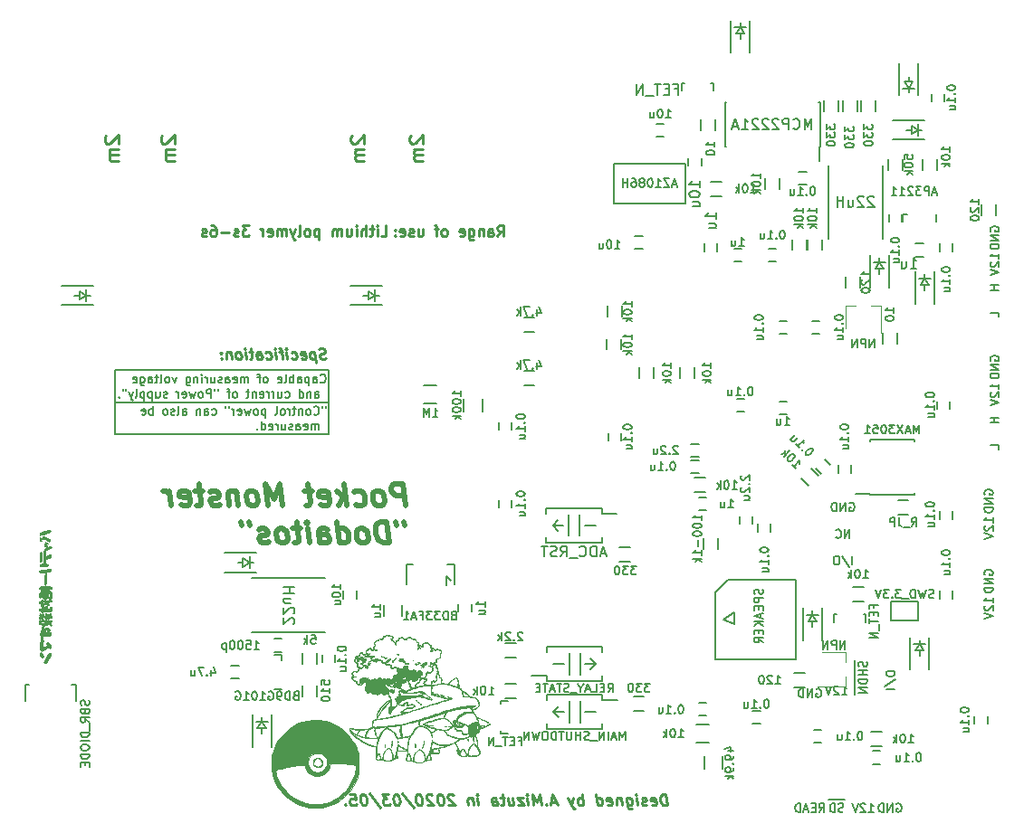
<source format=gbr>
G04 #@! TF.GenerationSoftware,KiCad,Pcbnew,(5.1.5)-3*
G04 #@! TF.CreationDate,2020-03-06T15:50:39+09:00*
G04 #@! TF.ProjectId,Electricity_Manager,456c6563-7472-4696-9369-74795f4d616e,rev?*
G04 #@! TF.SameCoordinates,Original*
G04 #@! TF.FileFunction,Legend,Bot*
G04 #@! TF.FilePolarity,Positive*
%FSLAX46Y46*%
G04 Gerber Fmt 4.6, Leading zero omitted, Abs format (unit mm)*
G04 Created by KiCad (PCBNEW (5.1.5)-3) date 2020-03-06 15:50:39*
%MOMM*%
%LPD*%
G04 APERTURE LIST*
%ADD10C,0.200000*%
%ADD11C,0.250000*%
%ADD12C,0.500000*%
%ADD13C,0.262500*%
%ADD14C,0.150000*%
%ADD15C,0.010000*%
%ADD16C,0.120000*%
%ADD17C,0.254000*%
G04 APERTURE END LIST*
D10*
X147661904Y-135004761D02*
X147661904Y-134547619D01*
X147661904Y-134776190D02*
X146861904Y-134776190D01*
X146976190Y-134700000D01*
X147052380Y-134623809D01*
X147090476Y-134547619D01*
X146938095Y-135309523D02*
X146900000Y-135347619D01*
X146861904Y-135423809D01*
X146861904Y-135614285D01*
X146900000Y-135690476D01*
X146938095Y-135728571D01*
X147014285Y-135766666D01*
X147090476Y-135766666D01*
X147204761Y-135728571D01*
X147661904Y-135271428D01*
X147661904Y-135766666D01*
X146861904Y-135995238D02*
X147661904Y-136261904D01*
X146861904Y-136528571D01*
X147661904Y-140647619D02*
X147661904Y-140266666D01*
X146861904Y-140266666D01*
X146900000Y-132340476D02*
X146861904Y-132264285D01*
X146861904Y-132150000D01*
X146900000Y-132035714D01*
X146976190Y-131959523D01*
X147052380Y-131921428D01*
X147204761Y-131883333D01*
X147319047Y-131883333D01*
X147471428Y-131921428D01*
X147547619Y-131959523D01*
X147623809Y-132035714D01*
X147661904Y-132150000D01*
X147661904Y-132226190D01*
X147623809Y-132340476D01*
X147585714Y-132378571D01*
X147319047Y-132378571D01*
X147319047Y-132226190D01*
X147661904Y-132721428D02*
X146861904Y-132721428D01*
X147661904Y-133178571D01*
X146861904Y-133178571D01*
X147661904Y-133559523D02*
X146861904Y-133559523D01*
X146861904Y-133750000D01*
X146900000Y-133864285D01*
X146976190Y-133940476D01*
X147052380Y-133978571D01*
X147204761Y-134016666D01*
X147319047Y-134016666D01*
X147471428Y-133978571D01*
X147547619Y-133940476D01*
X147623809Y-133864285D01*
X147661904Y-133750000D01*
X147661904Y-133559523D01*
X147661904Y-137671428D02*
X146861904Y-137671428D01*
X147242857Y-137671428D02*
X147242857Y-138128571D01*
X147661904Y-138128571D02*
X146861904Y-138128571D01*
X147661904Y-128247619D02*
X147661904Y-127866666D01*
X146861904Y-127866666D01*
X147661904Y-125271428D02*
X146861904Y-125271428D01*
X147242857Y-125271428D02*
X147242857Y-125728571D01*
X147661904Y-125728571D02*
X146861904Y-125728571D01*
X147661904Y-122804761D02*
X147661904Y-122347619D01*
X147661904Y-122576190D02*
X146861904Y-122576190D01*
X146976190Y-122500000D01*
X147052380Y-122423809D01*
X147090476Y-122347619D01*
X146938095Y-123109523D02*
X146900000Y-123147619D01*
X146861904Y-123223809D01*
X146861904Y-123414285D01*
X146900000Y-123490476D01*
X146938095Y-123528571D01*
X147014285Y-123566666D01*
X147090476Y-123566666D01*
X147204761Y-123528571D01*
X147661904Y-123071428D01*
X147661904Y-123566666D01*
X146861904Y-123795238D02*
X147661904Y-124061904D01*
X146861904Y-124328571D01*
X146900000Y-120240476D02*
X146861904Y-120164285D01*
X146861904Y-120050000D01*
X146900000Y-119935714D01*
X146976190Y-119859523D01*
X147052380Y-119821428D01*
X147204761Y-119783333D01*
X147319047Y-119783333D01*
X147471428Y-119821428D01*
X147547619Y-119859523D01*
X147623809Y-119935714D01*
X147661904Y-120050000D01*
X147661904Y-120126190D01*
X147623809Y-120240476D01*
X147585714Y-120278571D01*
X147319047Y-120278571D01*
X147319047Y-120126190D01*
X147661904Y-120621428D02*
X146861904Y-120621428D01*
X147661904Y-121078571D01*
X146861904Y-121078571D01*
X147661904Y-121459523D02*
X146861904Y-121459523D01*
X146861904Y-121650000D01*
X146900000Y-121764285D01*
X146976190Y-121840476D01*
X147052380Y-121878571D01*
X147204761Y-121916666D01*
X147319047Y-121916666D01*
X147471428Y-121878571D01*
X147547619Y-121840476D01*
X147623809Y-121764285D01*
X147661904Y-121650000D01*
X147661904Y-121459523D01*
X133938095Y-151461904D02*
X133938095Y-150661904D01*
X132985714Y-150623809D02*
X133671428Y-151652380D01*
X132566666Y-150661904D02*
X132414285Y-150661904D01*
X132338095Y-150700000D01*
X132261904Y-150776190D01*
X132223809Y-150928571D01*
X132223809Y-151195238D01*
X132261904Y-151347619D01*
X132338095Y-151423809D01*
X132414285Y-151461904D01*
X132566666Y-151461904D01*
X132642857Y-151423809D01*
X132719047Y-151347619D01*
X132757142Y-151195238D01*
X132757142Y-150928571D01*
X132719047Y-150776190D01*
X132642857Y-150700000D01*
X132566666Y-150661904D01*
X133728571Y-148961904D02*
X133728571Y-148161904D01*
X133271428Y-148961904D01*
X133271428Y-148161904D01*
X132433333Y-148885714D02*
X132471428Y-148923809D01*
X132585714Y-148961904D01*
X132661904Y-148961904D01*
X132776190Y-148923809D01*
X132852380Y-148847619D01*
X132890476Y-148771428D01*
X132928571Y-148619047D01*
X132928571Y-148504761D01*
X132890476Y-148352380D01*
X132852380Y-148276190D01*
X132776190Y-148200000D01*
X132661904Y-148161904D01*
X132585714Y-148161904D01*
X132471428Y-148200000D01*
X132433333Y-148238095D01*
X133709523Y-145700000D02*
X133785714Y-145661904D01*
X133900000Y-145661904D01*
X134014285Y-145700000D01*
X134090476Y-145776190D01*
X134128571Y-145852380D01*
X134166666Y-146004761D01*
X134166666Y-146119047D01*
X134128571Y-146271428D01*
X134090476Y-146347619D01*
X134014285Y-146423809D01*
X133900000Y-146461904D01*
X133823809Y-146461904D01*
X133709523Y-146423809D01*
X133671428Y-146385714D01*
X133671428Y-146119047D01*
X133823809Y-146119047D01*
X133328571Y-146461904D02*
X133328571Y-145661904D01*
X132871428Y-146461904D01*
X132871428Y-145661904D01*
X132490476Y-146461904D02*
X132490476Y-145661904D01*
X132300000Y-145661904D01*
X132185714Y-145700000D01*
X132109523Y-145776190D01*
X132071428Y-145852380D01*
X132033333Y-146004761D01*
X132033333Y-146119047D01*
X132071428Y-146271428D01*
X132109523Y-146347619D01*
X132185714Y-146423809D01*
X132300000Y-146461904D01*
X132490476Y-146461904D01*
X130857142Y-174611904D02*
X131123809Y-174230952D01*
X131314285Y-174611904D02*
X131314285Y-173811904D01*
X131009523Y-173811904D01*
X130933333Y-173850000D01*
X130895238Y-173888095D01*
X130857142Y-173964285D01*
X130857142Y-174078571D01*
X130895238Y-174154761D01*
X130933333Y-174192857D01*
X131009523Y-174230952D01*
X131314285Y-174230952D01*
X130514285Y-174192857D02*
X130247619Y-174192857D01*
X130133333Y-174611904D02*
X130514285Y-174611904D01*
X130514285Y-173811904D01*
X130133333Y-173811904D01*
X129828571Y-174383333D02*
X129447619Y-174383333D01*
X129904761Y-174611904D02*
X129638095Y-173811904D01*
X129371428Y-174611904D01*
X129104761Y-174611904D02*
X129104761Y-173811904D01*
X128914285Y-173811904D01*
X128800000Y-173850000D01*
X128723809Y-173926190D01*
X128685714Y-174002380D01*
X128647619Y-174154761D01*
X128647619Y-174269047D01*
X128685714Y-174421428D01*
X128723809Y-174497619D01*
X128800000Y-174573809D01*
X128914285Y-174611904D01*
X129104761Y-174611904D01*
X133280952Y-173414000D02*
X132519047Y-173414000D01*
X133128571Y-174573809D02*
X133014285Y-174611904D01*
X132823809Y-174611904D01*
X132747619Y-174573809D01*
X132709523Y-174535714D01*
X132671428Y-174459523D01*
X132671428Y-174383333D01*
X132709523Y-174307142D01*
X132747619Y-174269047D01*
X132823809Y-174230952D01*
X132976190Y-174192857D01*
X133052380Y-174154761D01*
X133090476Y-174116666D01*
X133128571Y-174040476D01*
X133128571Y-173964285D01*
X133090476Y-173888095D01*
X133052380Y-173850000D01*
X132976190Y-173811904D01*
X132785714Y-173811904D01*
X132671428Y-173850000D01*
X132519047Y-173414000D02*
X131719047Y-173414000D01*
X132328571Y-174611904D02*
X132328571Y-173811904D01*
X132138095Y-173811904D01*
X132023809Y-173850000D01*
X131947619Y-173926190D01*
X131909523Y-174002380D01*
X131871428Y-174154761D01*
X131871428Y-174269047D01*
X131909523Y-174421428D01*
X131947619Y-174497619D01*
X132023809Y-174573809D01*
X132138095Y-174611904D01*
X132328571Y-174611904D01*
X138109523Y-173850000D02*
X138185714Y-173811904D01*
X138300000Y-173811904D01*
X138414285Y-173850000D01*
X138490476Y-173926190D01*
X138528571Y-174002380D01*
X138566666Y-174154761D01*
X138566666Y-174269047D01*
X138528571Y-174421428D01*
X138490476Y-174497619D01*
X138414285Y-174573809D01*
X138300000Y-174611904D01*
X138223809Y-174611904D01*
X138109523Y-174573809D01*
X138071428Y-174535714D01*
X138071428Y-174269047D01*
X138223809Y-174269047D01*
X137728571Y-174611904D02*
X137728571Y-173811904D01*
X137271428Y-174611904D01*
X137271428Y-173811904D01*
X136890476Y-174611904D02*
X136890476Y-173811904D01*
X136700000Y-173811904D01*
X136585714Y-173850000D01*
X136509523Y-173926190D01*
X136471428Y-174002380D01*
X136433333Y-174154761D01*
X136433333Y-174269047D01*
X136471428Y-174421428D01*
X136509523Y-174497619D01*
X136585714Y-174573809D01*
X136700000Y-174611904D01*
X136890476Y-174611904D01*
X135495238Y-174611904D02*
X135952380Y-174611904D01*
X135723809Y-174611904D02*
X135723809Y-173811904D01*
X135800000Y-173926190D01*
X135876190Y-174002380D01*
X135952380Y-174040476D01*
X135190476Y-173888095D02*
X135152380Y-173850000D01*
X135076190Y-173811904D01*
X134885714Y-173811904D01*
X134809523Y-173850000D01*
X134771428Y-173888095D01*
X134733333Y-173964285D01*
X134733333Y-174040476D01*
X134771428Y-174154761D01*
X135228571Y-174611904D01*
X134733333Y-174611904D01*
X134504761Y-173811904D02*
X134238095Y-174611904D01*
X133971428Y-173811904D01*
X146350000Y-144890476D02*
X146311904Y-144814285D01*
X146311904Y-144700000D01*
X146350000Y-144585714D01*
X146426190Y-144509523D01*
X146502380Y-144471428D01*
X146654761Y-144433333D01*
X146769047Y-144433333D01*
X146921428Y-144471428D01*
X146997619Y-144509523D01*
X147073809Y-144585714D01*
X147111904Y-144700000D01*
X147111904Y-144776190D01*
X147073809Y-144890476D01*
X147035714Y-144928571D01*
X146769047Y-144928571D01*
X146769047Y-144776190D01*
X147111904Y-145271428D02*
X146311904Y-145271428D01*
X147111904Y-145728571D01*
X146311904Y-145728571D01*
X147111904Y-146109523D02*
X146311904Y-146109523D01*
X146311904Y-146300000D01*
X146350000Y-146414285D01*
X146426190Y-146490476D01*
X146502380Y-146528571D01*
X146654761Y-146566666D01*
X146769047Y-146566666D01*
X146921428Y-146528571D01*
X146997619Y-146490476D01*
X147073809Y-146414285D01*
X147111904Y-146300000D01*
X147111904Y-146109523D01*
X147111904Y-147504761D02*
X147111904Y-147047619D01*
X147111904Y-147276190D02*
X146311904Y-147276190D01*
X146426190Y-147200000D01*
X146502380Y-147123809D01*
X146540476Y-147047619D01*
X146388095Y-147809523D02*
X146350000Y-147847619D01*
X146311904Y-147923809D01*
X146311904Y-148114285D01*
X146350000Y-148190476D01*
X146388095Y-148228571D01*
X146464285Y-148266666D01*
X146540476Y-148266666D01*
X146654761Y-148228571D01*
X147111904Y-147771428D01*
X147111904Y-148266666D01*
X146311904Y-148495238D02*
X147111904Y-148761904D01*
X146311904Y-149028571D01*
X147111904Y-155004761D02*
X147111904Y-154547619D01*
X147111904Y-154776190D02*
X146311904Y-154776190D01*
X146426190Y-154700000D01*
X146502380Y-154623809D01*
X146540476Y-154547619D01*
X146388095Y-155309523D02*
X146350000Y-155347619D01*
X146311904Y-155423809D01*
X146311904Y-155614285D01*
X146350000Y-155690476D01*
X146388095Y-155728571D01*
X146464285Y-155766666D01*
X146540476Y-155766666D01*
X146654761Y-155728571D01*
X147111904Y-155271428D01*
X147111904Y-155766666D01*
X146311904Y-155995238D02*
X147111904Y-156261904D01*
X146311904Y-156528571D01*
X146350000Y-152390476D02*
X146311904Y-152314285D01*
X146311904Y-152200000D01*
X146350000Y-152085714D01*
X146426190Y-152009523D01*
X146502380Y-151971428D01*
X146654761Y-151933333D01*
X146769047Y-151933333D01*
X146921428Y-151971428D01*
X146997619Y-152009523D01*
X147073809Y-152085714D01*
X147111904Y-152200000D01*
X147111904Y-152276190D01*
X147073809Y-152390476D01*
X147035714Y-152428571D01*
X146769047Y-152428571D01*
X146769047Y-152276190D01*
X147111904Y-152771428D02*
X146311904Y-152771428D01*
X147111904Y-153228571D01*
X146311904Y-153228571D01*
X147111904Y-153609523D02*
X146311904Y-153609523D01*
X146311904Y-153800000D01*
X146350000Y-153914285D01*
X146426190Y-153990476D01*
X146502380Y-154028571D01*
X146654761Y-154066666D01*
X146769047Y-154066666D01*
X146921428Y-154028571D01*
X146997619Y-153990476D01*
X147073809Y-153914285D01*
X147111904Y-153800000D01*
X147111904Y-153609523D01*
D11*
X89873214Y-120702380D02*
X90349404Y-120702380D01*
X90349404Y-119702380D01*
X89539880Y-120702380D02*
X89539880Y-120035714D01*
X89539880Y-119702380D02*
X89587500Y-119750000D01*
X89539880Y-119797619D01*
X89492261Y-119750000D01*
X89539880Y-119702380D01*
X89539880Y-119797619D01*
X89206547Y-120035714D02*
X88825595Y-120035714D01*
X89063690Y-119702380D02*
X89063690Y-120559523D01*
X89016071Y-120654761D01*
X88920833Y-120702380D01*
X88825595Y-120702380D01*
X88492261Y-120702380D02*
X88492261Y-119702380D01*
X88063690Y-120702380D02*
X88063690Y-120178571D01*
X88111309Y-120083333D01*
X88206547Y-120035714D01*
X88349404Y-120035714D01*
X88444642Y-120083333D01*
X88492261Y-120130952D01*
X87587500Y-120702380D02*
X87587500Y-120035714D01*
X87587500Y-119702380D02*
X87635119Y-119750000D01*
X87587500Y-119797619D01*
X87539880Y-119750000D01*
X87587500Y-119702380D01*
X87587500Y-119797619D01*
X86682738Y-120035714D02*
X86682738Y-120702380D01*
X87111309Y-120035714D02*
X87111309Y-120559523D01*
X87063690Y-120654761D01*
X86968452Y-120702380D01*
X86825595Y-120702380D01*
X86730357Y-120654761D01*
X86682738Y-120607142D01*
X86206547Y-120702380D02*
X86206547Y-120035714D01*
X86206547Y-120130952D02*
X86158928Y-120083333D01*
X86063690Y-120035714D01*
X85920833Y-120035714D01*
X85825595Y-120083333D01*
X85777976Y-120178571D01*
X85777976Y-120702380D01*
X85777976Y-120178571D02*
X85730357Y-120083333D01*
X85635119Y-120035714D01*
X85492261Y-120035714D01*
X85397023Y-120083333D01*
X85349404Y-120178571D01*
X85349404Y-120702380D01*
X84111309Y-120035714D02*
X84111309Y-121035714D01*
X84111309Y-120083333D02*
X84016071Y-120035714D01*
X83825595Y-120035714D01*
X83730357Y-120083333D01*
X83682738Y-120130952D01*
X83635119Y-120226190D01*
X83635119Y-120511904D01*
X83682738Y-120607142D01*
X83730357Y-120654761D01*
X83825595Y-120702380D01*
X84016071Y-120702380D01*
X84111309Y-120654761D01*
X83063690Y-120702380D02*
X83158928Y-120654761D01*
X83206547Y-120607142D01*
X83254166Y-120511904D01*
X83254166Y-120226190D01*
X83206547Y-120130952D01*
X83158928Y-120083333D01*
X83063690Y-120035714D01*
X82920833Y-120035714D01*
X82825595Y-120083333D01*
X82777976Y-120130952D01*
X82730357Y-120226190D01*
X82730357Y-120511904D01*
X82777976Y-120607142D01*
X82825595Y-120654761D01*
X82920833Y-120702380D01*
X83063690Y-120702380D01*
X82158928Y-120702380D02*
X82254166Y-120654761D01*
X82301785Y-120559523D01*
X82301785Y-119702380D01*
X81873214Y-120035714D02*
X81635119Y-120702380D01*
X81397023Y-120035714D02*
X81635119Y-120702380D01*
X81730357Y-120940476D01*
X81777976Y-120988095D01*
X81873214Y-121035714D01*
X81016071Y-120702380D02*
X81016071Y-120035714D01*
X81016071Y-120130952D02*
X80968452Y-120083333D01*
X80873214Y-120035714D01*
X80730357Y-120035714D01*
X80635119Y-120083333D01*
X80587500Y-120178571D01*
X80587500Y-120702380D01*
X80587500Y-120178571D02*
X80539880Y-120083333D01*
X80444642Y-120035714D01*
X80301785Y-120035714D01*
X80206547Y-120083333D01*
X80158928Y-120178571D01*
X80158928Y-120702380D01*
X79301785Y-120654761D02*
X79397023Y-120702380D01*
X79587500Y-120702380D01*
X79682738Y-120654761D01*
X79730357Y-120559523D01*
X79730357Y-120178571D01*
X79682738Y-120083333D01*
X79587500Y-120035714D01*
X79397023Y-120035714D01*
X79301785Y-120083333D01*
X79254166Y-120178571D01*
X79254166Y-120273809D01*
X79730357Y-120369047D01*
X78825595Y-120702380D02*
X78825595Y-120035714D01*
X78825595Y-120226190D02*
X78777976Y-120130952D01*
X78730357Y-120083333D01*
X78635119Y-120035714D01*
X78539880Y-120035714D01*
X77539880Y-119702380D02*
X76920833Y-119702380D01*
X77254166Y-120083333D01*
X77111309Y-120083333D01*
X77016071Y-120130952D01*
X76968452Y-120178571D01*
X76920833Y-120273809D01*
X76920833Y-120511904D01*
X76968452Y-120607142D01*
X77016071Y-120654761D01*
X77111309Y-120702380D01*
X77397023Y-120702380D01*
X77492261Y-120654761D01*
X77539880Y-120607142D01*
X76539880Y-120654761D02*
X76444642Y-120702380D01*
X76254166Y-120702380D01*
X76158928Y-120654761D01*
X76111309Y-120559523D01*
X76111309Y-120511904D01*
X76158928Y-120416666D01*
X76254166Y-120369047D01*
X76397023Y-120369047D01*
X76492261Y-120321428D01*
X76539880Y-120226190D01*
X76539880Y-120178571D01*
X76492261Y-120083333D01*
X76397023Y-120035714D01*
X76254166Y-120035714D01*
X76158928Y-120083333D01*
X75682738Y-120321428D02*
X74920833Y-120321428D01*
X74016071Y-119702380D02*
X74206547Y-119702380D01*
X74301785Y-119750000D01*
X74349404Y-119797619D01*
X74444642Y-119940476D01*
X74492261Y-120130952D01*
X74492261Y-120511904D01*
X74444642Y-120607142D01*
X74397023Y-120654761D01*
X74301785Y-120702380D01*
X74111309Y-120702380D01*
X74016071Y-120654761D01*
X73968452Y-120607142D01*
X73920833Y-120511904D01*
X73920833Y-120273809D01*
X73968452Y-120178571D01*
X74016071Y-120130952D01*
X74111309Y-120083333D01*
X74301785Y-120083333D01*
X74397023Y-120130952D01*
X74444642Y-120178571D01*
X74492261Y-120273809D01*
X73539880Y-120654761D02*
X73444642Y-120702380D01*
X73254166Y-120702380D01*
X73158928Y-120654761D01*
X73111309Y-120559523D01*
X73111309Y-120511904D01*
X73158928Y-120416666D01*
X73254166Y-120369047D01*
X73397023Y-120369047D01*
X73492261Y-120321428D01*
X73539880Y-120226190D01*
X73539880Y-120178571D01*
X73492261Y-120083333D01*
X73397023Y-120035714D01*
X73254166Y-120035714D01*
X73158928Y-120083333D01*
X100777976Y-120702380D02*
X101111309Y-120226190D01*
X101349404Y-120702380D02*
X101349404Y-119702380D01*
X100968452Y-119702380D01*
X100873214Y-119750000D01*
X100825595Y-119797619D01*
X100777976Y-119892857D01*
X100777976Y-120035714D01*
X100825595Y-120130952D01*
X100873214Y-120178571D01*
X100968452Y-120226190D01*
X101349404Y-120226190D01*
X99920833Y-120702380D02*
X99920833Y-120178571D01*
X99968452Y-120083333D01*
X100063690Y-120035714D01*
X100254166Y-120035714D01*
X100349404Y-120083333D01*
X99920833Y-120654761D02*
X100016071Y-120702380D01*
X100254166Y-120702380D01*
X100349404Y-120654761D01*
X100397023Y-120559523D01*
X100397023Y-120464285D01*
X100349404Y-120369047D01*
X100254166Y-120321428D01*
X100016071Y-120321428D01*
X99920833Y-120273809D01*
X99444642Y-120035714D02*
X99444642Y-120702380D01*
X99444642Y-120130952D02*
X99397023Y-120083333D01*
X99301785Y-120035714D01*
X99158928Y-120035714D01*
X99063690Y-120083333D01*
X99016071Y-120178571D01*
X99016071Y-120702380D01*
X98111309Y-120035714D02*
X98111309Y-120845238D01*
X98158928Y-120940476D01*
X98206547Y-120988095D01*
X98301785Y-121035714D01*
X98444642Y-121035714D01*
X98539880Y-120988095D01*
X98111309Y-120654761D02*
X98206547Y-120702380D01*
X98397023Y-120702380D01*
X98492261Y-120654761D01*
X98539880Y-120607142D01*
X98587500Y-120511904D01*
X98587500Y-120226190D01*
X98539880Y-120130952D01*
X98492261Y-120083333D01*
X98397023Y-120035714D01*
X98206547Y-120035714D01*
X98111309Y-120083333D01*
X97254166Y-120654761D02*
X97349404Y-120702380D01*
X97539880Y-120702380D01*
X97635119Y-120654761D01*
X97682738Y-120559523D01*
X97682738Y-120178571D01*
X97635119Y-120083333D01*
X97539880Y-120035714D01*
X97349404Y-120035714D01*
X97254166Y-120083333D01*
X97206547Y-120178571D01*
X97206547Y-120273809D01*
X97682738Y-120369047D01*
X95873214Y-120702380D02*
X95968452Y-120654761D01*
X96016071Y-120607142D01*
X96063690Y-120511904D01*
X96063690Y-120226190D01*
X96016071Y-120130952D01*
X95968452Y-120083333D01*
X95873214Y-120035714D01*
X95730357Y-120035714D01*
X95635119Y-120083333D01*
X95587500Y-120130952D01*
X95539880Y-120226190D01*
X95539880Y-120511904D01*
X95587500Y-120607142D01*
X95635119Y-120654761D01*
X95730357Y-120702380D01*
X95873214Y-120702380D01*
X95254166Y-120035714D02*
X94873214Y-120035714D01*
X95111309Y-120702380D02*
X95111309Y-119845238D01*
X95063690Y-119750000D01*
X94968452Y-119702380D01*
X94873214Y-119702380D01*
X93349404Y-120035714D02*
X93349404Y-120702380D01*
X93777976Y-120035714D02*
X93777976Y-120559523D01*
X93730357Y-120654761D01*
X93635119Y-120702380D01*
X93492261Y-120702380D01*
X93397023Y-120654761D01*
X93349404Y-120607142D01*
X92920833Y-120654761D02*
X92825595Y-120702380D01*
X92635119Y-120702380D01*
X92539880Y-120654761D01*
X92492261Y-120559523D01*
X92492261Y-120511904D01*
X92539880Y-120416666D01*
X92635119Y-120369047D01*
X92777976Y-120369047D01*
X92873214Y-120321428D01*
X92920833Y-120226190D01*
X92920833Y-120178571D01*
X92873214Y-120083333D01*
X92777976Y-120035714D01*
X92635119Y-120035714D01*
X92539880Y-120083333D01*
X91682738Y-120654761D02*
X91777976Y-120702380D01*
X91968452Y-120702380D01*
X92063690Y-120654761D01*
X92111309Y-120559523D01*
X92111309Y-120178571D01*
X92063690Y-120083333D01*
X91968452Y-120035714D01*
X91777976Y-120035714D01*
X91682738Y-120083333D01*
X91635119Y-120178571D01*
X91635119Y-120273809D01*
X92111309Y-120369047D01*
X91206547Y-120607142D02*
X91158928Y-120654761D01*
X91206547Y-120702380D01*
X91254166Y-120654761D01*
X91206547Y-120607142D01*
X91206547Y-120702380D01*
X91206547Y-120083333D02*
X91158928Y-120130952D01*
X91206547Y-120178571D01*
X91254166Y-120130952D01*
X91206547Y-120083333D01*
X91206547Y-120178571D01*
D12*
X92186904Y-145904761D02*
X91936904Y-143904761D01*
X91175000Y-143904761D01*
X90996428Y-144000000D01*
X90913095Y-144095238D01*
X90841666Y-144285714D01*
X90877380Y-144571428D01*
X90996428Y-144761904D01*
X91103571Y-144857142D01*
X91305952Y-144952380D01*
X92067857Y-144952380D01*
X89901190Y-145904761D02*
X90079761Y-145809523D01*
X90163095Y-145714285D01*
X90234523Y-145523809D01*
X90163095Y-144952380D01*
X90044047Y-144761904D01*
X89936904Y-144666666D01*
X89734523Y-144571428D01*
X89448809Y-144571428D01*
X89270238Y-144666666D01*
X89186904Y-144761904D01*
X89115476Y-144952380D01*
X89186904Y-145523809D01*
X89305952Y-145714285D01*
X89413095Y-145809523D01*
X89615476Y-145904761D01*
X89901190Y-145904761D01*
X87508333Y-145809523D02*
X87710714Y-145904761D01*
X88091666Y-145904761D01*
X88270238Y-145809523D01*
X88353571Y-145714285D01*
X88425000Y-145523809D01*
X88353571Y-144952380D01*
X88234523Y-144761904D01*
X88127380Y-144666666D01*
X87925000Y-144571428D01*
X87544047Y-144571428D01*
X87365476Y-144666666D01*
X86663095Y-145904761D02*
X86413095Y-143904761D01*
X86377380Y-145142857D02*
X85901190Y-145904761D01*
X85734523Y-144571428D02*
X86591666Y-145333333D01*
X84270238Y-145809523D02*
X84472619Y-145904761D01*
X84853571Y-145904761D01*
X85032142Y-145809523D01*
X85103571Y-145619047D01*
X85008333Y-144857142D01*
X84889285Y-144666666D01*
X84686904Y-144571428D01*
X84305952Y-144571428D01*
X84127380Y-144666666D01*
X84055952Y-144857142D01*
X84079761Y-145047619D01*
X85055952Y-145238095D01*
X83448809Y-144571428D02*
X82686904Y-144571428D01*
X83079761Y-143904761D02*
X83294047Y-145619047D01*
X83222619Y-145809523D01*
X83044047Y-145904761D01*
X82853571Y-145904761D01*
X80663095Y-145904761D02*
X80413095Y-143904761D01*
X79925000Y-145333333D01*
X79079761Y-143904761D01*
X79329761Y-145904761D01*
X78091666Y-145904761D02*
X78270238Y-145809523D01*
X78353571Y-145714285D01*
X78425000Y-145523809D01*
X78353571Y-144952380D01*
X78234523Y-144761904D01*
X78127380Y-144666666D01*
X77925000Y-144571428D01*
X77639285Y-144571428D01*
X77460714Y-144666666D01*
X77377380Y-144761904D01*
X77305952Y-144952380D01*
X77377380Y-145523809D01*
X77496428Y-145714285D01*
X77603571Y-145809523D01*
X77805952Y-145904761D01*
X78091666Y-145904761D01*
X76401190Y-144571428D02*
X76567857Y-145904761D01*
X76425000Y-144761904D02*
X76317857Y-144666666D01*
X76115476Y-144571428D01*
X75829761Y-144571428D01*
X75651190Y-144666666D01*
X75579761Y-144857142D01*
X75710714Y-145904761D01*
X74841666Y-145809523D02*
X74663095Y-145904761D01*
X74282142Y-145904761D01*
X74079761Y-145809523D01*
X73960714Y-145619047D01*
X73948809Y-145523809D01*
X74020238Y-145333333D01*
X74198809Y-145238095D01*
X74484523Y-145238095D01*
X74663095Y-145142857D01*
X74734523Y-144952380D01*
X74722619Y-144857142D01*
X74603571Y-144666666D01*
X74401190Y-144571428D01*
X74115476Y-144571428D01*
X73936904Y-144666666D01*
X73258333Y-144571428D02*
X72496428Y-144571428D01*
X72889285Y-143904761D02*
X73103571Y-145619047D01*
X73032142Y-145809523D01*
X72853571Y-145904761D01*
X72663095Y-145904761D01*
X71222619Y-145809523D02*
X71425000Y-145904761D01*
X71805952Y-145904761D01*
X71984523Y-145809523D01*
X72055952Y-145619047D01*
X71960714Y-144857142D01*
X71841666Y-144666666D01*
X71639285Y-144571428D01*
X71258333Y-144571428D01*
X71079761Y-144666666D01*
X71008333Y-144857142D01*
X71032142Y-145047619D01*
X72008333Y-145238095D01*
X70282142Y-145904761D02*
X70115476Y-144571428D01*
X70163095Y-144952380D02*
X70044047Y-144761904D01*
X69936904Y-144666666D01*
X69734523Y-144571428D01*
X69544047Y-144571428D01*
X92032142Y-147404761D02*
X92079761Y-147785714D01*
X91270238Y-147404761D02*
X91317857Y-147785714D01*
X90663095Y-149404761D02*
X90413095Y-147404761D01*
X89936904Y-147404761D01*
X89663095Y-147500000D01*
X89496428Y-147690476D01*
X89425000Y-147880952D01*
X89377380Y-148261904D01*
X89413095Y-148547619D01*
X89555952Y-148928571D01*
X89675000Y-149119047D01*
X89889285Y-149309523D01*
X90186904Y-149404761D01*
X90663095Y-149404761D01*
X88377380Y-149404761D02*
X88555952Y-149309523D01*
X88639285Y-149214285D01*
X88710714Y-149023809D01*
X88639285Y-148452380D01*
X88520238Y-148261904D01*
X88413095Y-148166666D01*
X88210714Y-148071428D01*
X87925000Y-148071428D01*
X87746428Y-148166666D01*
X87663095Y-148261904D01*
X87591666Y-148452380D01*
X87663095Y-149023809D01*
X87782142Y-149214285D01*
X87889285Y-149309523D01*
X88091666Y-149404761D01*
X88377380Y-149404761D01*
X85996428Y-149404761D02*
X85746428Y-147404761D01*
X85984523Y-149309523D02*
X86186904Y-149404761D01*
X86567857Y-149404761D01*
X86746428Y-149309523D01*
X86829761Y-149214285D01*
X86901190Y-149023809D01*
X86829761Y-148452380D01*
X86710714Y-148261904D01*
X86603571Y-148166666D01*
X86401190Y-148071428D01*
X86020238Y-148071428D01*
X85841666Y-148166666D01*
X84186904Y-149404761D02*
X84055952Y-148357142D01*
X84127380Y-148166666D01*
X84305952Y-148071428D01*
X84686904Y-148071428D01*
X84889285Y-148166666D01*
X84175000Y-149309523D02*
X84377380Y-149404761D01*
X84853571Y-149404761D01*
X85032142Y-149309523D01*
X85103571Y-149119047D01*
X85079761Y-148928571D01*
X84960714Y-148738095D01*
X84758333Y-148642857D01*
X84282142Y-148642857D01*
X84079761Y-148547619D01*
X83234523Y-149404761D02*
X83067857Y-148071428D01*
X82984523Y-147404761D02*
X83091666Y-147500000D01*
X83008333Y-147595238D01*
X82901190Y-147500000D01*
X82984523Y-147404761D01*
X83008333Y-147595238D01*
X82401190Y-148071428D02*
X81639285Y-148071428D01*
X82032142Y-147404761D02*
X82246428Y-149119047D01*
X82175000Y-149309523D01*
X81996428Y-149404761D01*
X81805952Y-149404761D01*
X80853571Y-149404761D02*
X81032142Y-149309523D01*
X81115476Y-149214285D01*
X81186904Y-149023809D01*
X81115476Y-148452380D01*
X80996428Y-148261904D01*
X80889285Y-148166666D01*
X80686904Y-148071428D01*
X80401190Y-148071428D01*
X80222619Y-148166666D01*
X80139285Y-148261904D01*
X80067857Y-148452380D01*
X80139285Y-149023809D01*
X80258333Y-149214285D01*
X80365476Y-149309523D01*
X80567857Y-149404761D01*
X80853571Y-149404761D01*
X79413095Y-149309523D02*
X79234523Y-149404761D01*
X78853571Y-149404761D01*
X78651190Y-149309523D01*
X78532142Y-149119047D01*
X78520238Y-149023809D01*
X78591666Y-148833333D01*
X78770238Y-148738095D01*
X79055952Y-148738095D01*
X79234523Y-148642857D01*
X79305952Y-148452380D01*
X79294047Y-148357142D01*
X79175000Y-148166666D01*
X78972619Y-148071428D01*
X78686904Y-148071428D01*
X78508333Y-148166666D01*
X77555952Y-147404761D02*
X77603571Y-147785714D01*
X76794047Y-147404761D02*
X76841666Y-147785714D01*
D10*
X65000000Y-139250000D02*
X65500000Y-139250000D01*
X65000000Y-136250000D02*
X65000000Y-139250000D01*
X65000000Y-133250000D02*
X65500000Y-133250000D01*
X65000000Y-136250000D02*
X65000000Y-133250000D01*
X65500000Y-136250000D02*
X65000000Y-136250000D01*
X66250000Y-139250000D02*
X65500000Y-139250000D01*
X75000000Y-139250000D02*
X66250000Y-139250000D01*
X83000000Y-139250000D02*
X75000000Y-139250000D01*
X85000000Y-139250000D02*
X83000000Y-139250000D01*
X85000000Y-136250000D02*
X85000000Y-139250000D01*
X76750000Y-136250000D02*
X65500000Y-136250000D01*
X85000000Y-136250000D02*
X76750000Y-136250000D01*
X85000000Y-133250000D02*
X85000000Y-136250000D01*
X79750000Y-133250000D02*
X65500000Y-133250000D01*
X85000000Y-133250000D02*
X79750000Y-133250000D01*
X84717619Y-136611904D02*
X84717619Y-136764285D01*
X84412857Y-136611904D02*
X84412857Y-136764285D01*
X83612857Y-137335714D02*
X83650952Y-137373809D01*
X83765238Y-137411904D01*
X83841428Y-137411904D01*
X83955714Y-137373809D01*
X84031904Y-137297619D01*
X84070000Y-137221428D01*
X84108095Y-137069047D01*
X84108095Y-136954761D01*
X84070000Y-136802380D01*
X84031904Y-136726190D01*
X83955714Y-136650000D01*
X83841428Y-136611904D01*
X83765238Y-136611904D01*
X83650952Y-136650000D01*
X83612857Y-136688095D01*
X83155714Y-137411904D02*
X83231904Y-137373809D01*
X83270000Y-137335714D01*
X83308095Y-137259523D01*
X83308095Y-137030952D01*
X83270000Y-136954761D01*
X83231904Y-136916666D01*
X83155714Y-136878571D01*
X83041428Y-136878571D01*
X82965238Y-136916666D01*
X82927142Y-136954761D01*
X82889047Y-137030952D01*
X82889047Y-137259523D01*
X82927142Y-137335714D01*
X82965238Y-137373809D01*
X83041428Y-137411904D01*
X83155714Y-137411904D01*
X82546190Y-136878571D02*
X82546190Y-137411904D01*
X82546190Y-136954761D02*
X82508095Y-136916666D01*
X82431904Y-136878571D01*
X82317619Y-136878571D01*
X82241428Y-136916666D01*
X82203333Y-136992857D01*
X82203333Y-137411904D01*
X81936666Y-136878571D02*
X81631904Y-136878571D01*
X81822380Y-136611904D02*
X81822380Y-137297619D01*
X81784285Y-137373809D01*
X81708095Y-137411904D01*
X81631904Y-137411904D01*
X81365238Y-137411904D02*
X81365238Y-136878571D01*
X81365238Y-137030952D02*
X81327142Y-136954761D01*
X81289047Y-136916666D01*
X81212857Y-136878571D01*
X81136666Y-136878571D01*
X80755714Y-137411904D02*
X80831904Y-137373809D01*
X80870000Y-137335714D01*
X80908095Y-137259523D01*
X80908095Y-137030952D01*
X80870000Y-136954761D01*
X80831904Y-136916666D01*
X80755714Y-136878571D01*
X80641428Y-136878571D01*
X80565238Y-136916666D01*
X80527142Y-136954761D01*
X80489047Y-137030952D01*
X80489047Y-137259523D01*
X80527142Y-137335714D01*
X80565238Y-137373809D01*
X80641428Y-137411904D01*
X80755714Y-137411904D01*
X80031904Y-137411904D02*
X80108095Y-137373809D01*
X80146190Y-137297619D01*
X80146190Y-136611904D01*
X79117619Y-136878571D02*
X79117619Y-137678571D01*
X79117619Y-136916666D02*
X79041428Y-136878571D01*
X78889047Y-136878571D01*
X78812857Y-136916666D01*
X78774761Y-136954761D01*
X78736666Y-137030952D01*
X78736666Y-137259523D01*
X78774761Y-137335714D01*
X78812857Y-137373809D01*
X78889047Y-137411904D01*
X79041428Y-137411904D01*
X79117619Y-137373809D01*
X78279523Y-137411904D02*
X78355714Y-137373809D01*
X78393809Y-137335714D01*
X78431904Y-137259523D01*
X78431904Y-137030952D01*
X78393809Y-136954761D01*
X78355714Y-136916666D01*
X78279523Y-136878571D01*
X78165238Y-136878571D01*
X78089047Y-136916666D01*
X78050952Y-136954761D01*
X78012857Y-137030952D01*
X78012857Y-137259523D01*
X78050952Y-137335714D01*
X78089047Y-137373809D01*
X78165238Y-137411904D01*
X78279523Y-137411904D01*
X77746190Y-136878571D02*
X77593809Y-137411904D01*
X77441428Y-137030952D01*
X77289047Y-137411904D01*
X77136666Y-136878571D01*
X76527142Y-137373809D02*
X76603333Y-137411904D01*
X76755714Y-137411904D01*
X76831904Y-137373809D01*
X76870000Y-137297619D01*
X76870000Y-136992857D01*
X76831904Y-136916666D01*
X76755714Y-136878571D01*
X76603333Y-136878571D01*
X76527142Y-136916666D01*
X76489047Y-136992857D01*
X76489047Y-137069047D01*
X76870000Y-137145238D01*
X76146190Y-137411904D02*
X76146190Y-136878571D01*
X76146190Y-137030952D02*
X76108095Y-136954761D01*
X76070000Y-136916666D01*
X75993809Y-136878571D01*
X75917619Y-136878571D01*
X75689047Y-136611904D02*
X75689047Y-136764285D01*
X75384285Y-136611904D02*
X75384285Y-136764285D01*
X74089047Y-137373809D02*
X74165238Y-137411904D01*
X74317619Y-137411904D01*
X74393809Y-137373809D01*
X74431904Y-137335714D01*
X74470000Y-137259523D01*
X74470000Y-137030952D01*
X74431904Y-136954761D01*
X74393809Y-136916666D01*
X74317619Y-136878571D01*
X74165238Y-136878571D01*
X74089047Y-136916666D01*
X73403333Y-137411904D02*
X73403333Y-136992857D01*
X73441428Y-136916666D01*
X73517619Y-136878571D01*
X73670000Y-136878571D01*
X73746190Y-136916666D01*
X73403333Y-137373809D02*
X73479523Y-137411904D01*
X73670000Y-137411904D01*
X73746190Y-137373809D01*
X73784285Y-137297619D01*
X73784285Y-137221428D01*
X73746190Y-137145238D01*
X73670000Y-137107142D01*
X73479523Y-137107142D01*
X73403333Y-137069047D01*
X73022380Y-136878571D02*
X73022380Y-137411904D01*
X73022380Y-136954761D02*
X72984285Y-136916666D01*
X72908095Y-136878571D01*
X72793809Y-136878571D01*
X72717619Y-136916666D01*
X72679523Y-136992857D01*
X72679523Y-137411904D01*
X71346190Y-137411904D02*
X71346190Y-136992857D01*
X71384285Y-136916666D01*
X71460476Y-136878571D01*
X71612857Y-136878571D01*
X71689047Y-136916666D01*
X71346190Y-137373809D02*
X71422380Y-137411904D01*
X71612857Y-137411904D01*
X71689047Y-137373809D01*
X71727142Y-137297619D01*
X71727142Y-137221428D01*
X71689047Y-137145238D01*
X71612857Y-137107142D01*
X71422380Y-137107142D01*
X71346190Y-137069047D01*
X70850952Y-137411904D02*
X70927142Y-137373809D01*
X70965238Y-137297619D01*
X70965238Y-136611904D01*
X70584285Y-137373809D02*
X70508095Y-137411904D01*
X70355714Y-137411904D01*
X70279523Y-137373809D01*
X70241428Y-137297619D01*
X70241428Y-137259523D01*
X70279523Y-137183333D01*
X70355714Y-137145238D01*
X70470000Y-137145238D01*
X70546190Y-137107142D01*
X70584285Y-137030952D01*
X70584285Y-136992857D01*
X70546190Y-136916666D01*
X70470000Y-136878571D01*
X70355714Y-136878571D01*
X70279523Y-136916666D01*
X69784285Y-137411904D02*
X69860476Y-137373809D01*
X69898571Y-137335714D01*
X69936666Y-137259523D01*
X69936666Y-137030952D01*
X69898571Y-136954761D01*
X69860476Y-136916666D01*
X69784285Y-136878571D01*
X69670000Y-136878571D01*
X69593809Y-136916666D01*
X69555714Y-136954761D01*
X69517619Y-137030952D01*
X69517619Y-137259523D01*
X69555714Y-137335714D01*
X69593809Y-137373809D01*
X69670000Y-137411904D01*
X69784285Y-137411904D01*
X68565238Y-137411904D02*
X68565238Y-136611904D01*
X68565238Y-136916666D02*
X68489047Y-136878571D01*
X68336666Y-136878571D01*
X68260476Y-136916666D01*
X68222380Y-136954761D01*
X68184285Y-137030952D01*
X68184285Y-137259523D01*
X68222380Y-137335714D01*
X68260476Y-137373809D01*
X68336666Y-137411904D01*
X68489047Y-137411904D01*
X68565238Y-137373809D01*
X67536666Y-137373809D02*
X67612857Y-137411904D01*
X67765238Y-137411904D01*
X67841428Y-137373809D01*
X67879523Y-137297619D01*
X67879523Y-136992857D01*
X67841428Y-136916666D01*
X67765238Y-136878571D01*
X67612857Y-136878571D01*
X67536666Y-136916666D01*
X67498571Y-136992857D01*
X67498571Y-137069047D01*
X67879523Y-137145238D01*
X84070000Y-138811904D02*
X84070000Y-138278571D01*
X84070000Y-138354761D02*
X84031904Y-138316666D01*
X83955714Y-138278571D01*
X83841428Y-138278571D01*
X83765238Y-138316666D01*
X83727142Y-138392857D01*
X83727142Y-138811904D01*
X83727142Y-138392857D02*
X83689047Y-138316666D01*
X83612857Y-138278571D01*
X83498571Y-138278571D01*
X83422380Y-138316666D01*
X83384285Y-138392857D01*
X83384285Y-138811904D01*
X82698571Y-138773809D02*
X82774761Y-138811904D01*
X82927142Y-138811904D01*
X83003333Y-138773809D01*
X83041428Y-138697619D01*
X83041428Y-138392857D01*
X83003333Y-138316666D01*
X82927142Y-138278571D01*
X82774761Y-138278571D01*
X82698571Y-138316666D01*
X82660476Y-138392857D01*
X82660476Y-138469047D01*
X83041428Y-138545238D01*
X81974761Y-138811904D02*
X81974761Y-138392857D01*
X82012857Y-138316666D01*
X82089047Y-138278571D01*
X82241428Y-138278571D01*
X82317619Y-138316666D01*
X81974761Y-138773809D02*
X82050952Y-138811904D01*
X82241428Y-138811904D01*
X82317619Y-138773809D01*
X82355714Y-138697619D01*
X82355714Y-138621428D01*
X82317619Y-138545238D01*
X82241428Y-138507142D01*
X82050952Y-138507142D01*
X81974761Y-138469047D01*
X81631904Y-138773809D02*
X81555714Y-138811904D01*
X81403333Y-138811904D01*
X81327142Y-138773809D01*
X81289047Y-138697619D01*
X81289047Y-138659523D01*
X81327142Y-138583333D01*
X81403333Y-138545238D01*
X81517619Y-138545238D01*
X81593809Y-138507142D01*
X81631904Y-138430952D01*
X81631904Y-138392857D01*
X81593809Y-138316666D01*
X81517619Y-138278571D01*
X81403333Y-138278571D01*
X81327142Y-138316666D01*
X80603333Y-138278571D02*
X80603333Y-138811904D01*
X80946190Y-138278571D02*
X80946190Y-138697619D01*
X80908095Y-138773809D01*
X80831904Y-138811904D01*
X80717619Y-138811904D01*
X80641428Y-138773809D01*
X80603333Y-138735714D01*
X80222380Y-138811904D02*
X80222380Y-138278571D01*
X80222380Y-138430952D02*
X80184285Y-138354761D01*
X80146190Y-138316666D01*
X80070000Y-138278571D01*
X79993809Y-138278571D01*
X79422380Y-138773809D02*
X79498571Y-138811904D01*
X79650952Y-138811904D01*
X79727142Y-138773809D01*
X79765238Y-138697619D01*
X79765238Y-138392857D01*
X79727142Y-138316666D01*
X79650952Y-138278571D01*
X79498571Y-138278571D01*
X79422380Y-138316666D01*
X79384285Y-138392857D01*
X79384285Y-138469047D01*
X79765238Y-138545238D01*
X78698571Y-138811904D02*
X78698571Y-138011904D01*
X78698571Y-138773809D02*
X78774761Y-138811904D01*
X78927142Y-138811904D01*
X79003333Y-138773809D01*
X79041428Y-138735714D01*
X79079523Y-138659523D01*
X79079523Y-138430952D01*
X79041428Y-138354761D01*
X79003333Y-138316666D01*
X78927142Y-138278571D01*
X78774761Y-138278571D01*
X78698571Y-138316666D01*
X78317619Y-138735714D02*
X78279523Y-138773809D01*
X78317619Y-138811904D01*
X78355714Y-138773809D01*
X78317619Y-138735714D01*
X78317619Y-138811904D01*
X84222380Y-134335714D02*
X84260476Y-134373809D01*
X84374761Y-134411904D01*
X84450952Y-134411904D01*
X84565238Y-134373809D01*
X84641428Y-134297619D01*
X84679523Y-134221428D01*
X84717619Y-134069047D01*
X84717619Y-133954761D01*
X84679523Y-133802380D01*
X84641428Y-133726190D01*
X84565238Y-133650000D01*
X84450952Y-133611904D01*
X84374761Y-133611904D01*
X84260476Y-133650000D01*
X84222380Y-133688095D01*
X83536666Y-134411904D02*
X83536666Y-133992857D01*
X83574761Y-133916666D01*
X83650952Y-133878571D01*
X83803333Y-133878571D01*
X83879523Y-133916666D01*
X83536666Y-134373809D02*
X83612857Y-134411904D01*
X83803333Y-134411904D01*
X83879523Y-134373809D01*
X83917619Y-134297619D01*
X83917619Y-134221428D01*
X83879523Y-134145238D01*
X83803333Y-134107142D01*
X83612857Y-134107142D01*
X83536666Y-134069047D01*
X83155714Y-133878571D02*
X83155714Y-134678571D01*
X83155714Y-133916666D02*
X83079523Y-133878571D01*
X82927142Y-133878571D01*
X82850952Y-133916666D01*
X82812857Y-133954761D01*
X82774761Y-134030952D01*
X82774761Y-134259523D01*
X82812857Y-134335714D01*
X82850952Y-134373809D01*
X82927142Y-134411904D01*
X83079523Y-134411904D01*
X83155714Y-134373809D01*
X82089047Y-134411904D02*
X82089047Y-133992857D01*
X82127142Y-133916666D01*
X82203333Y-133878571D01*
X82355714Y-133878571D01*
X82431904Y-133916666D01*
X82089047Y-134373809D02*
X82165238Y-134411904D01*
X82355714Y-134411904D01*
X82431904Y-134373809D01*
X82470000Y-134297619D01*
X82470000Y-134221428D01*
X82431904Y-134145238D01*
X82355714Y-134107142D01*
X82165238Y-134107142D01*
X82089047Y-134069047D01*
X81708095Y-134411904D02*
X81708095Y-133611904D01*
X81708095Y-133916666D02*
X81631904Y-133878571D01*
X81479523Y-133878571D01*
X81403333Y-133916666D01*
X81365238Y-133954761D01*
X81327142Y-134030952D01*
X81327142Y-134259523D01*
X81365238Y-134335714D01*
X81403333Y-134373809D01*
X81479523Y-134411904D01*
X81631904Y-134411904D01*
X81708095Y-134373809D01*
X80870000Y-134411904D02*
X80946190Y-134373809D01*
X80984285Y-134297619D01*
X80984285Y-133611904D01*
X80260476Y-134373809D02*
X80336666Y-134411904D01*
X80489047Y-134411904D01*
X80565238Y-134373809D01*
X80603333Y-134297619D01*
X80603333Y-133992857D01*
X80565238Y-133916666D01*
X80489047Y-133878571D01*
X80336666Y-133878571D01*
X80260476Y-133916666D01*
X80222380Y-133992857D01*
X80222380Y-134069047D01*
X80603333Y-134145238D01*
X79155714Y-134411904D02*
X79231904Y-134373809D01*
X79270000Y-134335714D01*
X79308095Y-134259523D01*
X79308095Y-134030952D01*
X79270000Y-133954761D01*
X79231904Y-133916666D01*
X79155714Y-133878571D01*
X79041428Y-133878571D01*
X78965238Y-133916666D01*
X78927142Y-133954761D01*
X78889047Y-134030952D01*
X78889047Y-134259523D01*
X78927142Y-134335714D01*
X78965238Y-134373809D01*
X79041428Y-134411904D01*
X79155714Y-134411904D01*
X78660476Y-133878571D02*
X78355714Y-133878571D01*
X78546190Y-134411904D02*
X78546190Y-133726190D01*
X78508095Y-133650000D01*
X78431904Y-133611904D01*
X78355714Y-133611904D01*
X77479523Y-134411904D02*
X77479523Y-133878571D01*
X77479523Y-133954761D02*
X77441428Y-133916666D01*
X77365238Y-133878571D01*
X77250952Y-133878571D01*
X77174761Y-133916666D01*
X77136666Y-133992857D01*
X77136666Y-134411904D01*
X77136666Y-133992857D02*
X77098571Y-133916666D01*
X77022380Y-133878571D01*
X76908095Y-133878571D01*
X76831904Y-133916666D01*
X76793809Y-133992857D01*
X76793809Y-134411904D01*
X76108095Y-134373809D02*
X76184285Y-134411904D01*
X76336666Y-134411904D01*
X76412857Y-134373809D01*
X76450952Y-134297619D01*
X76450952Y-133992857D01*
X76412857Y-133916666D01*
X76336666Y-133878571D01*
X76184285Y-133878571D01*
X76108095Y-133916666D01*
X76070000Y-133992857D01*
X76070000Y-134069047D01*
X76450952Y-134145238D01*
X75384285Y-134411904D02*
X75384285Y-133992857D01*
X75422380Y-133916666D01*
X75498571Y-133878571D01*
X75650952Y-133878571D01*
X75727142Y-133916666D01*
X75384285Y-134373809D02*
X75460476Y-134411904D01*
X75650952Y-134411904D01*
X75727142Y-134373809D01*
X75765238Y-134297619D01*
X75765238Y-134221428D01*
X75727142Y-134145238D01*
X75650952Y-134107142D01*
X75460476Y-134107142D01*
X75384285Y-134069047D01*
X75041428Y-134373809D02*
X74965238Y-134411904D01*
X74812857Y-134411904D01*
X74736666Y-134373809D01*
X74698571Y-134297619D01*
X74698571Y-134259523D01*
X74736666Y-134183333D01*
X74812857Y-134145238D01*
X74927142Y-134145238D01*
X75003333Y-134107142D01*
X75041428Y-134030952D01*
X75041428Y-133992857D01*
X75003333Y-133916666D01*
X74927142Y-133878571D01*
X74812857Y-133878571D01*
X74736666Y-133916666D01*
X74012857Y-133878571D02*
X74012857Y-134411904D01*
X74355714Y-133878571D02*
X74355714Y-134297619D01*
X74317619Y-134373809D01*
X74241428Y-134411904D01*
X74127142Y-134411904D01*
X74050952Y-134373809D01*
X74012857Y-134335714D01*
X73631904Y-134411904D02*
X73631904Y-133878571D01*
X73631904Y-134030952D02*
X73593809Y-133954761D01*
X73555714Y-133916666D01*
X73479523Y-133878571D01*
X73403333Y-133878571D01*
X73136666Y-134411904D02*
X73136666Y-133878571D01*
X73136666Y-133611904D02*
X73174761Y-133650000D01*
X73136666Y-133688095D01*
X73098571Y-133650000D01*
X73136666Y-133611904D01*
X73136666Y-133688095D01*
X72755714Y-133878571D02*
X72755714Y-134411904D01*
X72755714Y-133954761D02*
X72717619Y-133916666D01*
X72641428Y-133878571D01*
X72527142Y-133878571D01*
X72450952Y-133916666D01*
X72412857Y-133992857D01*
X72412857Y-134411904D01*
X71689047Y-133878571D02*
X71689047Y-134526190D01*
X71727142Y-134602380D01*
X71765238Y-134640476D01*
X71841428Y-134678571D01*
X71955714Y-134678571D01*
X72031904Y-134640476D01*
X71689047Y-134373809D02*
X71765238Y-134411904D01*
X71917619Y-134411904D01*
X71993809Y-134373809D01*
X72031904Y-134335714D01*
X72070000Y-134259523D01*
X72070000Y-134030952D01*
X72031904Y-133954761D01*
X71993809Y-133916666D01*
X71917619Y-133878571D01*
X71765238Y-133878571D01*
X71689047Y-133916666D01*
X70774761Y-133878571D02*
X70584285Y-134411904D01*
X70393809Y-133878571D01*
X69974761Y-134411904D02*
X70050952Y-134373809D01*
X70089047Y-134335714D01*
X70127142Y-134259523D01*
X70127142Y-134030952D01*
X70089047Y-133954761D01*
X70050952Y-133916666D01*
X69974761Y-133878571D01*
X69860476Y-133878571D01*
X69784285Y-133916666D01*
X69746190Y-133954761D01*
X69708095Y-134030952D01*
X69708095Y-134259523D01*
X69746190Y-134335714D01*
X69784285Y-134373809D01*
X69860476Y-134411904D01*
X69974761Y-134411904D01*
X69250952Y-134411904D02*
X69327142Y-134373809D01*
X69365238Y-134297619D01*
X69365238Y-133611904D01*
X69060476Y-133878571D02*
X68755714Y-133878571D01*
X68946190Y-133611904D02*
X68946190Y-134297619D01*
X68908095Y-134373809D01*
X68831904Y-134411904D01*
X68755714Y-134411904D01*
X68146190Y-134411904D02*
X68146190Y-133992857D01*
X68184285Y-133916666D01*
X68260476Y-133878571D01*
X68412857Y-133878571D01*
X68489047Y-133916666D01*
X68146190Y-134373809D02*
X68222380Y-134411904D01*
X68412857Y-134411904D01*
X68489047Y-134373809D01*
X68527142Y-134297619D01*
X68527142Y-134221428D01*
X68489047Y-134145238D01*
X68412857Y-134107142D01*
X68222380Y-134107142D01*
X68146190Y-134069047D01*
X67422380Y-133878571D02*
X67422380Y-134526190D01*
X67460476Y-134602380D01*
X67498571Y-134640476D01*
X67574761Y-134678571D01*
X67689047Y-134678571D01*
X67765238Y-134640476D01*
X67422380Y-134373809D02*
X67498571Y-134411904D01*
X67650952Y-134411904D01*
X67727142Y-134373809D01*
X67765238Y-134335714D01*
X67803333Y-134259523D01*
X67803333Y-134030952D01*
X67765238Y-133954761D01*
X67727142Y-133916666D01*
X67650952Y-133878571D01*
X67498571Y-133878571D01*
X67422380Y-133916666D01*
X66736666Y-134373809D02*
X66812857Y-134411904D01*
X66965238Y-134411904D01*
X67041428Y-134373809D01*
X67079523Y-134297619D01*
X67079523Y-133992857D01*
X67041428Y-133916666D01*
X66965238Y-133878571D01*
X66812857Y-133878571D01*
X66736666Y-133916666D01*
X66698571Y-133992857D01*
X66698571Y-134069047D01*
X67079523Y-134145238D01*
X83727142Y-135811904D02*
X83727142Y-135392857D01*
X83765238Y-135316666D01*
X83841428Y-135278571D01*
X83993809Y-135278571D01*
X84070000Y-135316666D01*
X83727142Y-135773809D02*
X83803333Y-135811904D01*
X83993809Y-135811904D01*
X84070000Y-135773809D01*
X84108095Y-135697619D01*
X84108095Y-135621428D01*
X84070000Y-135545238D01*
X83993809Y-135507142D01*
X83803333Y-135507142D01*
X83727142Y-135469047D01*
X83346190Y-135278571D02*
X83346190Y-135811904D01*
X83346190Y-135354761D02*
X83308095Y-135316666D01*
X83231904Y-135278571D01*
X83117619Y-135278571D01*
X83041428Y-135316666D01*
X83003333Y-135392857D01*
X83003333Y-135811904D01*
X82279523Y-135811904D02*
X82279523Y-135011904D01*
X82279523Y-135773809D02*
X82355714Y-135811904D01*
X82508095Y-135811904D01*
X82584285Y-135773809D01*
X82622380Y-135735714D01*
X82660476Y-135659523D01*
X82660476Y-135430952D01*
X82622380Y-135354761D01*
X82584285Y-135316666D01*
X82508095Y-135278571D01*
X82355714Y-135278571D01*
X82279523Y-135316666D01*
X80946190Y-135773809D02*
X81022380Y-135811904D01*
X81174761Y-135811904D01*
X81250952Y-135773809D01*
X81289047Y-135735714D01*
X81327142Y-135659523D01*
X81327142Y-135430952D01*
X81289047Y-135354761D01*
X81250952Y-135316666D01*
X81174761Y-135278571D01*
X81022380Y-135278571D01*
X80946190Y-135316666D01*
X80260476Y-135278571D02*
X80260476Y-135811904D01*
X80603333Y-135278571D02*
X80603333Y-135697619D01*
X80565238Y-135773809D01*
X80489047Y-135811904D01*
X80374761Y-135811904D01*
X80298571Y-135773809D01*
X80260476Y-135735714D01*
X79879523Y-135811904D02*
X79879523Y-135278571D01*
X79879523Y-135430952D02*
X79841428Y-135354761D01*
X79803333Y-135316666D01*
X79727142Y-135278571D01*
X79650952Y-135278571D01*
X79384285Y-135811904D02*
X79384285Y-135278571D01*
X79384285Y-135430952D02*
X79346190Y-135354761D01*
X79308095Y-135316666D01*
X79231904Y-135278571D01*
X79155714Y-135278571D01*
X78584285Y-135773809D02*
X78660476Y-135811904D01*
X78812857Y-135811904D01*
X78889047Y-135773809D01*
X78927142Y-135697619D01*
X78927142Y-135392857D01*
X78889047Y-135316666D01*
X78812857Y-135278571D01*
X78660476Y-135278571D01*
X78584285Y-135316666D01*
X78546190Y-135392857D01*
X78546190Y-135469047D01*
X78927142Y-135545238D01*
X78203333Y-135278571D02*
X78203333Y-135811904D01*
X78203333Y-135354761D02*
X78165238Y-135316666D01*
X78089047Y-135278571D01*
X77974761Y-135278571D01*
X77898571Y-135316666D01*
X77860476Y-135392857D01*
X77860476Y-135811904D01*
X77593809Y-135278571D02*
X77289047Y-135278571D01*
X77479523Y-135011904D02*
X77479523Y-135697619D01*
X77441428Y-135773809D01*
X77365238Y-135811904D01*
X77289047Y-135811904D01*
X76298571Y-135811904D02*
X76374761Y-135773809D01*
X76412857Y-135735714D01*
X76450952Y-135659523D01*
X76450952Y-135430952D01*
X76412857Y-135354761D01*
X76374761Y-135316666D01*
X76298571Y-135278571D01*
X76184285Y-135278571D01*
X76108095Y-135316666D01*
X76070000Y-135354761D01*
X76031904Y-135430952D01*
X76031904Y-135659523D01*
X76070000Y-135735714D01*
X76108095Y-135773809D01*
X76184285Y-135811904D01*
X76298571Y-135811904D01*
X75803333Y-135278571D02*
X75498571Y-135278571D01*
X75689047Y-135811904D02*
X75689047Y-135126190D01*
X75650952Y-135050000D01*
X75574761Y-135011904D01*
X75498571Y-135011904D01*
X74660476Y-135011904D02*
X74660476Y-135164285D01*
X74355714Y-135011904D02*
X74355714Y-135164285D01*
X74012857Y-135811904D02*
X74012857Y-135011904D01*
X73708095Y-135011904D01*
X73631904Y-135050000D01*
X73593809Y-135088095D01*
X73555714Y-135164285D01*
X73555714Y-135278571D01*
X73593809Y-135354761D01*
X73631904Y-135392857D01*
X73708095Y-135430952D01*
X74012857Y-135430952D01*
X73098571Y-135811904D02*
X73174761Y-135773809D01*
X73212857Y-135735714D01*
X73250952Y-135659523D01*
X73250952Y-135430952D01*
X73212857Y-135354761D01*
X73174761Y-135316666D01*
X73098571Y-135278571D01*
X72984285Y-135278571D01*
X72908095Y-135316666D01*
X72870000Y-135354761D01*
X72831904Y-135430952D01*
X72831904Y-135659523D01*
X72870000Y-135735714D01*
X72908095Y-135773809D01*
X72984285Y-135811904D01*
X73098571Y-135811904D01*
X72565238Y-135278571D02*
X72412857Y-135811904D01*
X72260476Y-135430952D01*
X72108095Y-135811904D01*
X71955714Y-135278571D01*
X71346190Y-135773809D02*
X71422380Y-135811904D01*
X71574761Y-135811904D01*
X71650952Y-135773809D01*
X71689047Y-135697619D01*
X71689047Y-135392857D01*
X71650952Y-135316666D01*
X71574761Y-135278571D01*
X71422380Y-135278571D01*
X71346190Y-135316666D01*
X71308095Y-135392857D01*
X71308095Y-135469047D01*
X71689047Y-135545238D01*
X70965238Y-135811904D02*
X70965238Y-135278571D01*
X70965238Y-135430952D02*
X70927142Y-135354761D01*
X70889047Y-135316666D01*
X70812857Y-135278571D01*
X70736666Y-135278571D01*
X69898571Y-135773809D02*
X69822380Y-135811904D01*
X69670000Y-135811904D01*
X69593809Y-135773809D01*
X69555714Y-135697619D01*
X69555714Y-135659523D01*
X69593809Y-135583333D01*
X69670000Y-135545238D01*
X69784285Y-135545238D01*
X69860476Y-135507142D01*
X69898571Y-135430952D01*
X69898571Y-135392857D01*
X69860476Y-135316666D01*
X69784285Y-135278571D01*
X69670000Y-135278571D01*
X69593809Y-135316666D01*
X68870000Y-135278571D02*
X68870000Y-135811904D01*
X69212857Y-135278571D02*
X69212857Y-135697619D01*
X69174761Y-135773809D01*
X69098571Y-135811904D01*
X68984285Y-135811904D01*
X68908095Y-135773809D01*
X68870000Y-135735714D01*
X68489047Y-135278571D02*
X68489047Y-136078571D01*
X68489047Y-135316666D02*
X68412857Y-135278571D01*
X68260476Y-135278571D01*
X68184285Y-135316666D01*
X68146190Y-135354761D01*
X68108095Y-135430952D01*
X68108095Y-135659523D01*
X68146190Y-135735714D01*
X68184285Y-135773809D01*
X68260476Y-135811904D01*
X68412857Y-135811904D01*
X68489047Y-135773809D01*
X67765238Y-135278571D02*
X67765238Y-136078571D01*
X67765238Y-135316666D02*
X67689047Y-135278571D01*
X67536666Y-135278571D01*
X67460476Y-135316666D01*
X67422380Y-135354761D01*
X67384285Y-135430952D01*
X67384285Y-135659523D01*
X67422380Y-135735714D01*
X67460476Y-135773809D01*
X67536666Y-135811904D01*
X67689047Y-135811904D01*
X67765238Y-135773809D01*
X66927142Y-135811904D02*
X67003333Y-135773809D01*
X67041428Y-135697619D01*
X67041428Y-135011904D01*
X66698571Y-135278571D02*
X66508095Y-135811904D01*
X66317619Y-135278571D02*
X66508095Y-135811904D01*
X66584285Y-136002380D01*
X66622380Y-136040476D01*
X66698571Y-136078571D01*
X66050952Y-135011904D02*
X66050952Y-135164285D01*
X65746190Y-135011904D02*
X65746190Y-135164285D01*
X65403333Y-135735714D02*
X65365238Y-135773809D01*
X65403333Y-135811904D01*
X65441428Y-135773809D01*
X65403333Y-135735714D01*
X65403333Y-135811904D01*
D11*
X84756919Y-132154761D02*
X84620014Y-132202380D01*
X84381919Y-132202380D01*
X84280729Y-132154761D01*
X84227157Y-132107142D01*
X84167633Y-132011904D01*
X84155729Y-131916666D01*
X84191443Y-131821428D01*
X84233110Y-131773809D01*
X84322395Y-131726190D01*
X84506919Y-131678571D01*
X84596205Y-131630952D01*
X84637872Y-131583333D01*
X84673586Y-131488095D01*
X84661681Y-131392857D01*
X84602157Y-131297619D01*
X84548586Y-131250000D01*
X84447395Y-131202380D01*
X84209300Y-131202380D01*
X84072395Y-131250000D01*
X83679538Y-131535714D02*
X83804538Y-132535714D01*
X83685491Y-131583333D02*
X83584300Y-131535714D01*
X83393824Y-131535714D01*
X83304538Y-131583333D01*
X83262872Y-131630952D01*
X83227157Y-131726190D01*
X83262872Y-132011904D01*
X83322395Y-132107142D01*
X83375967Y-132154761D01*
X83477157Y-132202380D01*
X83667633Y-132202380D01*
X83756919Y-132154761D01*
X82471205Y-132154761D02*
X82572395Y-132202380D01*
X82762872Y-132202380D01*
X82852157Y-132154761D01*
X82887872Y-132059523D01*
X82840252Y-131678571D01*
X82780729Y-131583333D01*
X82679538Y-131535714D01*
X82489062Y-131535714D01*
X82399776Y-131583333D01*
X82364062Y-131678571D01*
X82375967Y-131773809D01*
X82864062Y-131869047D01*
X81566443Y-132154761D02*
X81667633Y-132202380D01*
X81858110Y-132202380D01*
X81947395Y-132154761D01*
X81989062Y-132107142D01*
X82024776Y-132011904D01*
X81989062Y-131726190D01*
X81929538Y-131630952D01*
X81875967Y-131583333D01*
X81774776Y-131535714D01*
X81584300Y-131535714D01*
X81495014Y-131583333D01*
X81143824Y-132202380D02*
X81060491Y-131535714D01*
X81018824Y-131202380D02*
X81072395Y-131250000D01*
X81030729Y-131297619D01*
X80977157Y-131250000D01*
X81018824Y-131202380D01*
X81030729Y-131297619D01*
X80727157Y-131535714D02*
X80346205Y-131535714D01*
X80667633Y-132202380D02*
X80560491Y-131345238D01*
X80500967Y-131250000D01*
X80399776Y-131202380D01*
X80304538Y-131202380D01*
X80096205Y-132202380D02*
X80012872Y-131535714D01*
X79971205Y-131202380D02*
X80024776Y-131250000D01*
X79983110Y-131297619D01*
X79929538Y-131250000D01*
X79971205Y-131202380D01*
X79983110Y-131297619D01*
X79185491Y-132154761D02*
X79286681Y-132202380D01*
X79477157Y-132202380D01*
X79566443Y-132154761D01*
X79608110Y-132107142D01*
X79643824Y-132011904D01*
X79608110Y-131726190D01*
X79548586Y-131630952D01*
X79495014Y-131583333D01*
X79393824Y-131535714D01*
X79203348Y-131535714D01*
X79114062Y-131583333D01*
X78334300Y-132202380D02*
X78268824Y-131678571D01*
X78304538Y-131583333D01*
X78393824Y-131535714D01*
X78584300Y-131535714D01*
X78685491Y-131583333D01*
X78328348Y-132154761D02*
X78429538Y-132202380D01*
X78667633Y-132202380D01*
X78756919Y-132154761D01*
X78792633Y-132059523D01*
X78780729Y-131964285D01*
X78721205Y-131869047D01*
X78620014Y-131821428D01*
X78381919Y-131821428D01*
X78280729Y-131773809D01*
X77917633Y-131535714D02*
X77536681Y-131535714D01*
X77733110Y-131202380D02*
X77840252Y-132059523D01*
X77804538Y-132154761D01*
X77715252Y-132202380D01*
X77620014Y-132202380D01*
X77286681Y-132202380D02*
X77203348Y-131535714D01*
X77161681Y-131202380D02*
X77215252Y-131250000D01*
X77173586Y-131297619D01*
X77120014Y-131250000D01*
X77161681Y-131202380D01*
X77173586Y-131297619D01*
X76667633Y-132202380D02*
X76756919Y-132154761D01*
X76798586Y-132107142D01*
X76834300Y-132011904D01*
X76798586Y-131726190D01*
X76739062Y-131630952D01*
X76685491Y-131583333D01*
X76584300Y-131535714D01*
X76441443Y-131535714D01*
X76352157Y-131583333D01*
X76310491Y-131630952D01*
X76274776Y-131726190D01*
X76310491Y-132011904D01*
X76370014Y-132107142D01*
X76423586Y-132154761D01*
X76524776Y-132202380D01*
X76667633Y-132202380D01*
X75822395Y-131535714D02*
X75905729Y-132202380D01*
X75834300Y-131630952D02*
X75780729Y-131583333D01*
X75679538Y-131535714D01*
X75536681Y-131535714D01*
X75447395Y-131583333D01*
X75411681Y-131678571D01*
X75477157Y-132202380D01*
X74989062Y-132107142D02*
X74947395Y-132154761D01*
X75000967Y-132202380D01*
X75042633Y-132154761D01*
X74989062Y-132107142D01*
X75000967Y-132202380D01*
X74923586Y-131583333D02*
X74881919Y-131630952D01*
X74935491Y-131678571D01*
X74977157Y-131630952D01*
X74923586Y-131583333D01*
X74935491Y-131678571D01*
D13*
X116663515Y-173975000D02*
X116532265Y-172925000D01*
X116282265Y-172925000D01*
X116138515Y-172975000D01*
X116051015Y-173075000D01*
X116013515Y-173175000D01*
X115988515Y-173375000D01*
X116007265Y-173525000D01*
X116082265Y-173725000D01*
X116144765Y-173825000D01*
X116257265Y-173925000D01*
X116413515Y-173975000D01*
X116663515Y-173975000D01*
X115207265Y-173925000D02*
X115313515Y-173975000D01*
X115513515Y-173975000D01*
X115607265Y-173925000D01*
X115644765Y-173825000D01*
X115594765Y-173425000D01*
X115532265Y-173325000D01*
X115426015Y-173275000D01*
X115226015Y-173275000D01*
X115132265Y-173325000D01*
X115094765Y-173425000D01*
X115107265Y-173525000D01*
X115619765Y-173625000D01*
X114757265Y-173925000D02*
X114663515Y-173975000D01*
X114463515Y-173975000D01*
X114357265Y-173925000D01*
X114294765Y-173825000D01*
X114288515Y-173775000D01*
X114326015Y-173675000D01*
X114419765Y-173625000D01*
X114569765Y-173625000D01*
X114663515Y-173575000D01*
X114701015Y-173475000D01*
X114694765Y-173425000D01*
X114632265Y-173325000D01*
X114526015Y-173275000D01*
X114376015Y-173275000D01*
X114282265Y-173325000D01*
X113863515Y-173975000D02*
X113776015Y-173275000D01*
X113732265Y-172925000D02*
X113788515Y-172975000D01*
X113744765Y-173025000D01*
X113688515Y-172975000D01*
X113732265Y-172925000D01*
X113744765Y-173025000D01*
X112826015Y-173275000D02*
X112932265Y-174125000D01*
X112994765Y-174225000D01*
X113051015Y-174275000D01*
X113157265Y-174325000D01*
X113307265Y-174325000D01*
X113401015Y-174275000D01*
X112907265Y-173925000D02*
X113013515Y-173975000D01*
X113213515Y-173975000D01*
X113307265Y-173925000D01*
X113351015Y-173875000D01*
X113388515Y-173775000D01*
X113351015Y-173475000D01*
X113288515Y-173375000D01*
X113232265Y-173325000D01*
X113126015Y-173275000D01*
X112926015Y-173275000D01*
X112832265Y-173325000D01*
X112326015Y-173275000D02*
X112413515Y-173975000D01*
X112338515Y-173375000D02*
X112282265Y-173325000D01*
X112176015Y-173275000D01*
X112026015Y-173275000D01*
X111932265Y-173325000D01*
X111894765Y-173425000D01*
X111963515Y-173975000D01*
X111057265Y-173925000D02*
X111163515Y-173975000D01*
X111363515Y-173975000D01*
X111457265Y-173925000D01*
X111494765Y-173825000D01*
X111444765Y-173425000D01*
X111382265Y-173325000D01*
X111276015Y-173275000D01*
X111076015Y-173275000D01*
X110982265Y-173325000D01*
X110944765Y-173425000D01*
X110957265Y-173525000D01*
X111469765Y-173625000D01*
X110113515Y-173975000D02*
X109982265Y-172925000D01*
X110107265Y-173925000D02*
X110213515Y-173975000D01*
X110413515Y-173975000D01*
X110507265Y-173925000D01*
X110551015Y-173875000D01*
X110588515Y-173775000D01*
X110551015Y-173475000D01*
X110488515Y-173375000D01*
X110432265Y-173325000D01*
X110326015Y-173275000D01*
X110126015Y-173275000D01*
X110032265Y-173325000D01*
X108813515Y-173975000D02*
X108682265Y-172925000D01*
X108732265Y-173325000D02*
X108626015Y-173275000D01*
X108426015Y-173275000D01*
X108332265Y-173325000D01*
X108288515Y-173375000D01*
X108251015Y-173475000D01*
X108288515Y-173775000D01*
X108351015Y-173875000D01*
X108407265Y-173925000D01*
X108513515Y-173975000D01*
X108713515Y-173975000D01*
X108807265Y-173925000D01*
X107876015Y-173275000D02*
X107713515Y-173975000D01*
X107376015Y-173275000D02*
X107713515Y-173975000D01*
X107844765Y-174225000D01*
X107901015Y-174275000D01*
X108007265Y-174325000D01*
X106276015Y-173675000D02*
X105776015Y-173675000D01*
X106413515Y-173975000D02*
X105932265Y-172925000D01*
X105713515Y-173975000D01*
X105351015Y-173875000D02*
X105307265Y-173925000D01*
X105363515Y-173975000D01*
X105407265Y-173925000D01*
X105351015Y-173875000D01*
X105363515Y-173975000D01*
X104863515Y-173975000D02*
X104732265Y-172925000D01*
X104476015Y-173675000D01*
X104032265Y-172925000D01*
X104163515Y-173975000D01*
X103663515Y-173975000D02*
X103576015Y-173275000D01*
X103532265Y-172925000D02*
X103588515Y-172975000D01*
X103544765Y-173025000D01*
X103488515Y-172975000D01*
X103532265Y-172925000D01*
X103544765Y-173025000D01*
X103176015Y-173275000D02*
X102626015Y-173275000D01*
X103263515Y-173975000D01*
X102713515Y-173975000D01*
X101776015Y-173275000D02*
X101863515Y-173975000D01*
X102226015Y-173275000D02*
X102294765Y-173825000D01*
X102257265Y-173925000D01*
X102163515Y-173975000D01*
X102013515Y-173975000D01*
X101907265Y-173925000D01*
X101851015Y-173875000D01*
X101426015Y-173275000D02*
X101026015Y-173275000D01*
X101232265Y-172925000D02*
X101344765Y-173825000D01*
X101307265Y-173925000D01*
X101213515Y-173975000D01*
X101113515Y-173975000D01*
X100313515Y-173975000D02*
X100244765Y-173425000D01*
X100282265Y-173325000D01*
X100376015Y-173275000D01*
X100576015Y-173275000D01*
X100682265Y-173325000D01*
X100307265Y-173925000D02*
X100413515Y-173975000D01*
X100663515Y-173975000D01*
X100757265Y-173925000D01*
X100794765Y-173825000D01*
X100782265Y-173725000D01*
X100719765Y-173625000D01*
X100613515Y-173575000D01*
X100363515Y-173575000D01*
X100257265Y-173525000D01*
X99013515Y-173975000D02*
X98926015Y-173275000D01*
X98882265Y-172925000D02*
X98938515Y-172975000D01*
X98894765Y-173025000D01*
X98838515Y-172975000D01*
X98882265Y-172925000D01*
X98894765Y-173025000D01*
X98426015Y-173275000D02*
X98513515Y-173975000D01*
X98438515Y-173375000D02*
X98382265Y-173325000D01*
X98276015Y-173275000D01*
X98126015Y-173275000D01*
X98032265Y-173325000D01*
X97994765Y-173425000D01*
X98063515Y-173975000D01*
X96694765Y-173025000D02*
X96638515Y-172975000D01*
X96532265Y-172925000D01*
X96282265Y-172925000D01*
X96188515Y-172975000D01*
X96144765Y-173025000D01*
X96107265Y-173125000D01*
X96119765Y-173225000D01*
X96188515Y-173375000D01*
X96863515Y-173975000D01*
X96213515Y-173975000D01*
X95432265Y-172925000D02*
X95332265Y-172925000D01*
X95238515Y-172975000D01*
X95194765Y-173025000D01*
X95157265Y-173125000D01*
X95132265Y-173325000D01*
X95163515Y-173575000D01*
X95238515Y-173775000D01*
X95301015Y-173875000D01*
X95357265Y-173925000D01*
X95463515Y-173975000D01*
X95563515Y-173975000D01*
X95657265Y-173925000D01*
X95701015Y-173875000D01*
X95738515Y-173775000D01*
X95763515Y-173575000D01*
X95732265Y-173325000D01*
X95657265Y-173125000D01*
X95594765Y-173025000D01*
X95538515Y-172975000D01*
X95432265Y-172925000D01*
X94694765Y-173025000D02*
X94638515Y-172975000D01*
X94532265Y-172925000D01*
X94282265Y-172925000D01*
X94188515Y-172975000D01*
X94144765Y-173025000D01*
X94107265Y-173125000D01*
X94119765Y-173225000D01*
X94188515Y-173375000D01*
X94863515Y-173975000D01*
X94213515Y-173975000D01*
X93432265Y-172925000D02*
X93332265Y-172925000D01*
X93238515Y-172975000D01*
X93194765Y-173025000D01*
X93157265Y-173125000D01*
X93132265Y-173325000D01*
X93163515Y-173575000D01*
X93238515Y-173775000D01*
X93301015Y-173875000D01*
X93357265Y-173925000D01*
X93463515Y-173975000D01*
X93563515Y-173975000D01*
X93657265Y-173925000D01*
X93701015Y-173875000D01*
X93738515Y-173775000D01*
X93763515Y-173575000D01*
X93732265Y-173325000D01*
X93657265Y-173125000D01*
X93594765Y-173025000D01*
X93538515Y-172975000D01*
X93432265Y-172925000D01*
X91876015Y-172875000D02*
X92944765Y-174225000D01*
X91332265Y-172925000D02*
X91232265Y-172925000D01*
X91138515Y-172975000D01*
X91094765Y-173025000D01*
X91057265Y-173125000D01*
X91032265Y-173325000D01*
X91063515Y-173575000D01*
X91138515Y-173775000D01*
X91201015Y-173875000D01*
X91257265Y-173925000D01*
X91363515Y-173975000D01*
X91463515Y-173975000D01*
X91557265Y-173925000D01*
X91601015Y-173875000D01*
X91638515Y-173775000D01*
X91663515Y-173575000D01*
X91632265Y-173325000D01*
X91557265Y-173125000D01*
X91494765Y-173025000D01*
X91438515Y-172975000D01*
X91332265Y-172925000D01*
X90632265Y-172925000D02*
X89982265Y-172925000D01*
X90382265Y-173325000D01*
X90232265Y-173325000D01*
X90138515Y-173375000D01*
X90094765Y-173425000D01*
X90057265Y-173525000D01*
X90088515Y-173775000D01*
X90151015Y-173875000D01*
X90207265Y-173925000D01*
X90313515Y-173975000D01*
X90613515Y-173975000D01*
X90707265Y-173925000D01*
X90751015Y-173875000D01*
X88776015Y-172875000D02*
X89844765Y-174225000D01*
X88232265Y-172925000D02*
X88132265Y-172925000D01*
X88038515Y-172975000D01*
X87994765Y-173025000D01*
X87957265Y-173125000D01*
X87932265Y-173325000D01*
X87963515Y-173575000D01*
X88038515Y-173775000D01*
X88101015Y-173875000D01*
X88157265Y-173925000D01*
X88263515Y-173975000D01*
X88363515Y-173975000D01*
X88457265Y-173925000D01*
X88501015Y-173875000D01*
X88538515Y-173775000D01*
X88563515Y-173575000D01*
X88532265Y-173325000D01*
X88457265Y-173125000D01*
X88394765Y-173025000D01*
X88338515Y-172975000D01*
X88232265Y-172925000D01*
X86932265Y-172925000D02*
X87432265Y-172925000D01*
X87544765Y-173425000D01*
X87488515Y-173375000D01*
X87382265Y-173325000D01*
X87132265Y-173325000D01*
X87038515Y-173375000D01*
X86994765Y-173425000D01*
X86957265Y-173525000D01*
X86988515Y-173775000D01*
X87051015Y-173875000D01*
X87107265Y-173925000D01*
X87213515Y-173975000D01*
X87463515Y-173975000D01*
X87557265Y-173925000D01*
X87601015Y-173875000D01*
X86551015Y-173875000D02*
X86507265Y-173925000D01*
X86563515Y-173975000D01*
X86607265Y-173925000D01*
X86551015Y-173875000D01*
X86563515Y-173975000D01*
D10*
X130609523Y-163100000D02*
X130685714Y-163061904D01*
X130800000Y-163061904D01*
X130914285Y-163100000D01*
X130990476Y-163176190D01*
X131028571Y-163252380D01*
X131066666Y-163404761D01*
X131066666Y-163519047D01*
X131028571Y-163671428D01*
X130990476Y-163747619D01*
X130914285Y-163823809D01*
X130800000Y-163861904D01*
X130723809Y-163861904D01*
X130609523Y-163823809D01*
X130571428Y-163785714D01*
X130571428Y-163519047D01*
X130723809Y-163519047D01*
X130228571Y-163861904D02*
X130228571Y-163061904D01*
X129771428Y-163861904D01*
X129771428Y-163061904D01*
X129390476Y-163861904D02*
X129390476Y-163061904D01*
X129200000Y-163061904D01*
X129085714Y-163100000D01*
X129009523Y-163176190D01*
X128971428Y-163252380D01*
X128933333Y-163404761D01*
X128933333Y-163519047D01*
X128971428Y-163671428D01*
X129009523Y-163747619D01*
X129085714Y-163823809D01*
X129200000Y-163861904D01*
X129390476Y-163861904D01*
X132995238Y-163611904D02*
X133452380Y-163611904D01*
X133223809Y-163611904D02*
X133223809Y-162811904D01*
X133300000Y-162926190D01*
X133376190Y-163002380D01*
X133452380Y-163040476D01*
X132690476Y-162888095D02*
X132652380Y-162850000D01*
X132576190Y-162811904D01*
X132385714Y-162811904D01*
X132309523Y-162850000D01*
X132271428Y-162888095D01*
X132233333Y-162964285D01*
X132233333Y-163040476D01*
X132271428Y-163154761D01*
X132728571Y-163611904D01*
X132233333Y-163611904D01*
X132004761Y-162811904D02*
X131738095Y-163611904D01*
X131471428Y-162811904D01*
X137138095Y-163088095D02*
X137938095Y-163088095D01*
X137976190Y-162135714D02*
X136947619Y-162821428D01*
X137938095Y-161716666D02*
X137938095Y-161564285D01*
X137900000Y-161488095D01*
X137823809Y-161411904D01*
X137671428Y-161373809D01*
X137404761Y-161373809D01*
X137252380Y-161411904D01*
X137176190Y-161488095D01*
X137138095Y-161564285D01*
X137138095Y-161716666D01*
X137176190Y-161792857D01*
X137252380Y-161869047D01*
X137404761Y-161907142D01*
X137671428Y-161907142D01*
X137823809Y-161869047D01*
X137900000Y-161792857D01*
X137938095Y-161716666D01*
X134164000Y-160380952D02*
X134164000Y-161142857D01*
X135323809Y-160533333D02*
X135361904Y-160647619D01*
X135361904Y-160838095D01*
X135323809Y-160914285D01*
X135285714Y-160952380D01*
X135209523Y-160990476D01*
X135133333Y-160990476D01*
X135057142Y-160952380D01*
X135019047Y-160914285D01*
X134980952Y-160838095D01*
X134942857Y-160685714D01*
X134904761Y-160609523D01*
X134866666Y-160571428D01*
X134790476Y-160533333D01*
X134714285Y-160533333D01*
X134638095Y-160571428D01*
X134600000Y-160609523D01*
X134561904Y-160685714D01*
X134561904Y-160876190D01*
X134600000Y-160990476D01*
X134164000Y-161142857D02*
X134164000Y-161980952D01*
X135361904Y-161333333D02*
X134561904Y-161333333D01*
X134942857Y-161333333D02*
X134942857Y-161790476D01*
X135361904Y-161790476D02*
X134561904Y-161790476D01*
X134164000Y-161980952D02*
X134164000Y-162780952D01*
X135361904Y-162171428D02*
X134561904Y-162171428D01*
X134561904Y-162361904D01*
X134600000Y-162476190D01*
X134676190Y-162552380D01*
X134752380Y-162590476D01*
X134904761Y-162628571D01*
X135019047Y-162628571D01*
X135171428Y-162590476D01*
X135247619Y-162552380D01*
X135323809Y-162476190D01*
X135361904Y-162361904D01*
X135361904Y-162171428D01*
X134164000Y-162780952D02*
X134164000Y-163619047D01*
X135361904Y-162971428D02*
X134561904Y-162971428D01*
X135361904Y-163428571D01*
X134561904Y-163428571D01*
X105360000Y-146150000D02*
X105360000Y-146650000D01*
X110560000Y-146150000D02*
X105360000Y-146150000D01*
X110560000Y-146650000D02*
X110560000Y-146150000D01*
X105360000Y-149350000D02*
X105360000Y-148850000D01*
X110560000Y-149350000D02*
X105360000Y-149350000D01*
X110560000Y-148850000D02*
X110560000Y-149350000D01*
X110560000Y-146650000D02*
X111960000Y-146650000D01*
X108460000Y-146750000D02*
X108460000Y-148750000D01*
X107460000Y-146750000D02*
X107460000Y-148750000D01*
X106960000Y-147750000D02*
X105960000Y-147750000D01*
X105960000Y-147750000D02*
X106460000Y-147250000D01*
X105960000Y-147750000D02*
X106460000Y-148250000D01*
X108960000Y-147750000D02*
X109960000Y-147750000D01*
D14*
X124600000Y-147600000D02*
X124600000Y-146900000D01*
X123400000Y-146900000D02*
X123400000Y-147600000D01*
X132650000Y-142150000D02*
X132650000Y-142850000D01*
X133850000Y-142850000D02*
X133850000Y-142150000D01*
X119599999Y-140150000D02*
X118900001Y-140150000D01*
X118900001Y-141350000D02*
X119599999Y-141350000D01*
X131700000Y-120950000D02*
X131700000Y-114050000D01*
X136800000Y-120950000D02*
X136800000Y-114050000D01*
X126150000Y-123100000D02*
X126850000Y-123100000D01*
X126850000Y-121900000D02*
X126150000Y-121900000D01*
X140750000Y-125250000D02*
X140750000Y-125750000D01*
X140350000Y-125250000D02*
X140750000Y-124650000D01*
X141150000Y-125250000D02*
X140350000Y-125250000D01*
X140750000Y-124650000D02*
X141150000Y-125250000D01*
X140750000Y-124650000D02*
X140200000Y-124650000D01*
X140750000Y-124650000D02*
X141300000Y-124650000D01*
X140750000Y-124250000D02*
X140750000Y-124650000D01*
X139850000Y-127000000D02*
X139850000Y-124000000D01*
X141650000Y-127000000D02*
X141650000Y-124000000D01*
X119825000Y-109750000D02*
X119825000Y-110750000D01*
X121175000Y-110750000D02*
X121175000Y-109750000D01*
X119600000Y-141650000D02*
X118900000Y-141650000D01*
X118900000Y-142850000D02*
X119600000Y-142850000D01*
X122350000Y-152850000D02*
X128650000Y-152850000D01*
X128650000Y-152850000D02*
X128650000Y-160350000D01*
X121150000Y-160350000D02*
X128650000Y-160350000D01*
X121150000Y-160350000D02*
X121150000Y-154050000D01*
X122350000Y-152850000D02*
X121150000Y-154050000D01*
X122950000Y-157050000D02*
X121950000Y-156550000D01*
X122950000Y-155950000D02*
X122950000Y-157050000D01*
X121950000Y-156550000D02*
X122950000Y-155950000D01*
X112350000Y-139850000D02*
X112350000Y-139150000D01*
X111150000Y-139150000D02*
X111150000Y-139850000D01*
X120350000Y-164400000D02*
X119650000Y-164400000D01*
X119650000Y-165600000D02*
X120350000Y-165600000D01*
X118200840Y-106349760D02*
X118249100Y-106349760D01*
X120999820Y-107050800D02*
X120999820Y-106349760D01*
X120999820Y-106349760D02*
X120750900Y-106349760D01*
X118200840Y-106349760D02*
X118000180Y-106349760D01*
X118000180Y-106349760D02*
X118000180Y-107050800D01*
X147425000Y-118750000D02*
X147425000Y-117750000D01*
X146075000Y-117750000D02*
X146075000Y-118750000D01*
X140155000Y-156639000D02*
X140155000Y-154861000D01*
X137615000Y-154861000D02*
X137615000Y-156639000D01*
X137615000Y-154861000D02*
X140155000Y-154861000D01*
X140155000Y-156639000D02*
X137615000Y-156639000D01*
X131921751Y-142073223D02*
X131426777Y-141578249D01*
X130578249Y-142426777D02*
X131073223Y-142921751D01*
X121350000Y-122100000D02*
X121350000Y-121400000D01*
X120150000Y-121400000D02*
X120150000Y-122100000D01*
X138600000Y-119350000D02*
X138600000Y-118650000D01*
X137400000Y-118650000D02*
X137400000Y-119350000D01*
X118650000Y-113400000D02*
X118650000Y-114100000D01*
X119850000Y-114100000D02*
X119850000Y-113400000D01*
X139900000Y-122600000D02*
X140600000Y-122600000D01*
X140600000Y-121400000D02*
X139900000Y-121400000D01*
X114350000Y-120650000D02*
X113650000Y-120650000D01*
X113650000Y-121850000D02*
X114350000Y-121850000D01*
X141150000Y-161250000D02*
X141150000Y-158250000D01*
X139350000Y-161250000D02*
X139350000Y-158250000D01*
X140250000Y-158500000D02*
X140250000Y-158900000D01*
X140250000Y-158900000D02*
X140800000Y-158900000D01*
X140250000Y-158900000D02*
X139700000Y-158900000D01*
X140250000Y-158900000D02*
X140650000Y-159500000D01*
X140650000Y-159500000D02*
X139850000Y-159500000D01*
X139850000Y-159500000D02*
X140250000Y-158900000D01*
X140250000Y-159500000D02*
X140250000Y-160000000D01*
X130250000Y-156750000D02*
X130250000Y-157250000D01*
X129850000Y-156750000D02*
X130250000Y-156150000D01*
X130650000Y-156750000D02*
X129850000Y-156750000D01*
X130250000Y-156150000D02*
X130650000Y-156750000D01*
X130250000Y-156150000D02*
X129700000Y-156150000D01*
X130250000Y-156150000D02*
X130800000Y-156150000D01*
X130250000Y-155750000D02*
X130250000Y-156150000D01*
X129350000Y-158500000D02*
X129350000Y-155500000D01*
X131150000Y-158500000D02*
X131150000Y-155500000D01*
X137400000Y-125500000D02*
X137400000Y-122500000D01*
X135600000Y-125500000D02*
X135600000Y-122500000D01*
X136500000Y-122750000D02*
X136500000Y-123150000D01*
X136500000Y-123150000D02*
X137050000Y-123150000D01*
X136500000Y-123150000D02*
X135950000Y-123150000D01*
X136500000Y-123150000D02*
X136900000Y-123750000D01*
X136900000Y-123750000D02*
X136100000Y-123750000D01*
X136100000Y-123750000D02*
X136500000Y-123150000D01*
X136500000Y-123750000D02*
X136500000Y-124250000D01*
X137750000Y-111650000D02*
X140750000Y-111650000D01*
X137750000Y-109850000D02*
X140750000Y-109850000D01*
X140500000Y-110750000D02*
X140100000Y-110750000D01*
X140100000Y-110750000D02*
X140100000Y-111300000D01*
X140100000Y-110750000D02*
X140100000Y-110200000D01*
X140100000Y-110750000D02*
X139500000Y-111150000D01*
X139500000Y-111150000D02*
X139500000Y-110350000D01*
X139500000Y-110350000D02*
X140100000Y-110750000D01*
X139500000Y-110750000D02*
X139000000Y-110750000D01*
X78750000Y-166750000D02*
X78750000Y-167250000D01*
X78350000Y-166750000D02*
X78750000Y-166150000D01*
X79150000Y-166750000D02*
X78350000Y-166750000D01*
X78750000Y-166150000D02*
X79150000Y-166750000D01*
X78750000Y-166150000D02*
X78200000Y-166150000D01*
X78750000Y-166150000D02*
X79300000Y-166150000D01*
X78750000Y-165750000D02*
X78750000Y-166150000D01*
X77850000Y-168500000D02*
X77850000Y-165500000D01*
X79650000Y-168500000D02*
X79650000Y-165500000D01*
X141850200Y-119350520D02*
X141850200Y-118649480D01*
X138649800Y-119350520D02*
X138649800Y-118649480D01*
X138649800Y-118649480D02*
X139140020Y-118649480D01*
X118350000Y-113900000D02*
X111650000Y-113900000D01*
X118350000Y-117600000D02*
X118350000Y-113900000D01*
X111650000Y-117600000D02*
X118350000Y-117610000D01*
X111650000Y-117600000D02*
X111650000Y-113900000D01*
D10*
X109000000Y-165250000D02*
X110000000Y-165250000D01*
X106000000Y-165250000D02*
X106500000Y-165750000D01*
X106000000Y-165250000D02*
X106500000Y-164750000D01*
X107000000Y-165250000D02*
X106000000Y-165250000D01*
X107500000Y-164250000D02*
X107500000Y-166250000D01*
X108500000Y-164250000D02*
X108500000Y-166250000D01*
X110600000Y-164150000D02*
X112000000Y-164150000D01*
X110600000Y-166350000D02*
X110600000Y-166850000D01*
X110600000Y-166850000D02*
X105400000Y-166850000D01*
X105400000Y-166850000D02*
X105400000Y-166350000D01*
X110600000Y-164150000D02*
X110600000Y-163650000D01*
X110600000Y-163650000D02*
X105400000Y-163650000D01*
X105400000Y-163650000D02*
X105400000Y-164150000D01*
X110600000Y-162350000D02*
X110600000Y-161850000D01*
X105400000Y-162350000D02*
X110600000Y-162350000D01*
X105400000Y-161850000D02*
X105400000Y-162350000D01*
X110600000Y-159150000D02*
X110600000Y-159650000D01*
X105400000Y-159150000D02*
X110600000Y-159150000D01*
X105400000Y-159650000D02*
X105400000Y-159150000D01*
X105400000Y-161850000D02*
X104000000Y-161850000D01*
X107500000Y-161750000D02*
X107500000Y-159750000D01*
X108500000Y-161750000D02*
X108500000Y-159750000D01*
X109000000Y-160750000D02*
X110000000Y-160750000D01*
X110000000Y-160750000D02*
X109500000Y-161250000D01*
X110000000Y-160750000D02*
X109500000Y-160250000D01*
X107000000Y-160750000D02*
X106000000Y-160750000D01*
D14*
X141900000Y-136150000D02*
X141900000Y-136850000D01*
X143100000Y-136850000D02*
X143100000Y-136150000D01*
X146600000Y-166350000D02*
X146600000Y-165650000D01*
X145400000Y-165650000D02*
X145400000Y-166350000D01*
X142150000Y-121400000D02*
X142150000Y-122100000D01*
X143350000Y-122100000D02*
X143350000Y-121400000D01*
X136600000Y-168900000D02*
X135900000Y-168900000D01*
X135900000Y-170100000D02*
X136600000Y-170100000D01*
X123150000Y-137100000D02*
X123850000Y-137100000D01*
X123850000Y-135900000D02*
X123150000Y-135900000D01*
X125150000Y-147650000D02*
X125150000Y-148350000D01*
X126350000Y-148350000D02*
X126350000Y-147650000D01*
X130400000Y-168100000D02*
X131100000Y-168100000D01*
X131100000Y-166900000D02*
X130400000Y-166900000D01*
X127150000Y-137350000D02*
X127850000Y-137350000D01*
X127850000Y-136150000D02*
X127150000Y-136150000D01*
X142150000Y-153900000D02*
X142150000Y-154600000D01*
X143350000Y-154600000D02*
X143350000Y-153900000D01*
X143350000Y-147150000D02*
X143350000Y-146450000D01*
X142150000Y-146450000D02*
X142150000Y-147150000D01*
X128970000Y-115850000D02*
X129670000Y-115850000D01*
X129670000Y-114650000D02*
X128970000Y-114650000D01*
X122900000Y-123100000D02*
X123600000Y-123100000D01*
X123600000Y-121900000D02*
X122900000Y-121900000D01*
X141400000Y-107400000D02*
X141400000Y-108100000D01*
X142600000Y-108100000D02*
X142600000Y-107400000D01*
X84400000Y-159900000D02*
X84400000Y-160600000D01*
X85600000Y-160600000D02*
X85600000Y-159900000D01*
X75900000Y-162100000D02*
X76600000Y-162100000D01*
X76600000Y-160900000D02*
X75900000Y-160900000D01*
X100900000Y-145400000D02*
X100900000Y-146100000D01*
X102100000Y-146100000D02*
X102100000Y-145400000D01*
X125350000Y-165150000D02*
X124650000Y-165150000D01*
X124650000Y-166350000D02*
X125350000Y-166350000D01*
X119650000Y-146350000D02*
X120350000Y-146350000D01*
X120350000Y-145150000D02*
X119650000Y-145150000D01*
X98350000Y-155850000D02*
X98350000Y-155150000D01*
X97150000Y-155150000D02*
X97150000Y-155850000D01*
X61375000Y-164250000D02*
X61375000Y-162675000D01*
X61000000Y-162675000D02*
X61375000Y-162675000D01*
X56625000Y-164250000D02*
X56625000Y-162675000D01*
X56625000Y-162675000D02*
X57000000Y-162675000D01*
X77800000Y-157800000D02*
X84700000Y-157800000D01*
X77800000Y-152700000D02*
X84700000Y-152700000D01*
X101099760Y-167049160D02*
X101099760Y-167000900D01*
X101800800Y-164250180D02*
X101099760Y-164250180D01*
X101099760Y-164250180D02*
X101099760Y-164499100D01*
X101099760Y-167049160D02*
X101099760Y-167249820D01*
X101099760Y-167249820D02*
X101800800Y-167249820D01*
X102500000Y-162575000D02*
X101500000Y-162575000D01*
X101500000Y-163925000D02*
X102500000Y-163925000D01*
X129169150Y-143373744D02*
X129876256Y-144080850D01*
X130830850Y-143126256D02*
X130123744Y-142419150D01*
X102500000Y-158825000D02*
X101500000Y-158825000D01*
X101500000Y-160175000D02*
X102500000Y-160175000D01*
X139220000Y-145385000D02*
X138220000Y-145385000D01*
X138220000Y-146735000D02*
X139220000Y-146735000D01*
X113500000Y-165175000D02*
X114500000Y-165175000D01*
X114500000Y-163825000D02*
X113500000Y-163825000D01*
X136750000Y-167075000D02*
X135750000Y-167075000D01*
X135750000Y-168425000D02*
X136750000Y-168425000D01*
X128500000Y-162925000D02*
X129500000Y-162925000D01*
X129500000Y-161575000D02*
X128500000Y-161575000D01*
X112220000Y-151175000D02*
X113220000Y-151175000D01*
X113220000Y-149825000D02*
X112220000Y-149825000D01*
X131175000Y-122000000D02*
X131175000Y-121000000D01*
X129825000Y-121000000D02*
X129825000Y-122000000D01*
X128325000Y-121000000D02*
X128325000Y-122000000D01*
X129675000Y-122000000D02*
X129675000Y-121000000D01*
X136825000Y-129750000D02*
X136825000Y-130750000D01*
X138175000Y-130750000D02*
X138175000Y-129750000D01*
X134675000Y-125500000D02*
X134675000Y-124500000D01*
X133325000Y-124500000D02*
X133325000Y-125500000D01*
X138675000Y-114500000D02*
X138675000Y-113500000D01*
X137325000Y-113500000D02*
X137325000Y-114500000D01*
X141925000Y-114500000D02*
X141925000Y-113500000D01*
X140575000Y-113500000D02*
X140575000Y-114500000D01*
X82575000Y-159750000D02*
X82575000Y-160750000D01*
X83925000Y-160750000D02*
X83925000Y-159750000D01*
X83925000Y-163750000D02*
X83925000Y-162750000D01*
X82575000Y-162750000D02*
X82575000Y-163750000D01*
X121425000Y-150000000D02*
X121425000Y-149000000D01*
X120075000Y-149000000D02*
X120075000Y-150000000D01*
X100900000Y-138150000D02*
X100900000Y-138850000D01*
X102100000Y-138850000D02*
X102100000Y-138150000D01*
X60000000Y-127150000D02*
X63000000Y-127150000D01*
X60000000Y-125350000D02*
X63000000Y-125350000D01*
X62750000Y-126250000D02*
X62350000Y-126250000D01*
X62350000Y-126250000D02*
X62350000Y-126800000D01*
X62350000Y-126250000D02*
X62350000Y-125700000D01*
X62350000Y-126250000D02*
X61750000Y-126650000D01*
X61750000Y-126650000D02*
X61750000Y-125850000D01*
X61750000Y-125850000D02*
X62350000Y-126250000D01*
X61750000Y-126250000D02*
X61250000Y-126250000D01*
X88750000Y-126250000D02*
X88250000Y-126250000D01*
X88750000Y-125850000D02*
X89350000Y-126250000D01*
X88750000Y-126650000D02*
X88750000Y-125850000D01*
X89350000Y-126250000D02*
X88750000Y-126650000D01*
X89350000Y-126250000D02*
X89350000Y-125700000D01*
X89350000Y-126250000D02*
X89350000Y-126800000D01*
X89750000Y-126250000D02*
X89350000Y-126250000D01*
X87000000Y-125350000D02*
X90000000Y-125350000D01*
X87000000Y-127150000D02*
X90000000Y-127150000D01*
X95100000Y-134625000D02*
X93900000Y-134625000D01*
X93900000Y-136375000D02*
X95100000Y-136375000D01*
X97625000Y-135900000D02*
X97625000Y-137100000D01*
X99375000Y-137100000D02*
X99375000Y-135900000D01*
X96399920Y-152951360D02*
X96151000Y-152651640D01*
X96151000Y-152651640D02*
X96049400Y-152501780D01*
X96049400Y-152501780D02*
X96049400Y-153350140D01*
X96750440Y-151450220D02*
X96750440Y-153251080D01*
X96750440Y-151450220D02*
X96100200Y-151450220D01*
X92249560Y-151450220D02*
X92249560Y-153251080D01*
X92249560Y-151450220D02*
X92899800Y-151450220D01*
X91850000Y-155250000D02*
X91850000Y-156250000D01*
X90150000Y-156250000D02*
X90150000Y-155250000D01*
X120125000Y-169400000D02*
X120125000Y-170600000D01*
X121875000Y-170600000D02*
X121875000Y-169400000D01*
X130200000Y-129850000D02*
X130900000Y-129850000D01*
X130900000Y-128650000D02*
X130200000Y-128650000D01*
X127850000Y-128650000D02*
X127150000Y-128650000D01*
X127150000Y-129850000D02*
X127850000Y-129850000D01*
X123500000Y-101750000D02*
X123500000Y-102250000D01*
X123100000Y-101750000D02*
X123500000Y-101150000D01*
X123900000Y-101750000D02*
X123100000Y-101750000D01*
X123500000Y-101150000D02*
X123900000Y-101750000D01*
X123500000Y-101150000D02*
X122950000Y-101150000D01*
X123500000Y-101150000D02*
X124050000Y-101150000D01*
X123500000Y-100750000D02*
X123500000Y-101150000D01*
X122600000Y-103500000D02*
X122600000Y-100500000D01*
X124400000Y-103500000D02*
X124400000Y-100500000D01*
X120750000Y-116925000D02*
X121750000Y-116925000D01*
X121750000Y-115575000D02*
X120750000Y-115575000D01*
X139250000Y-106250000D02*
X139250000Y-105750000D01*
X139650000Y-106250000D02*
X139250000Y-106850000D01*
X138850000Y-106250000D02*
X139650000Y-106250000D01*
X139250000Y-106850000D02*
X138850000Y-106250000D01*
X139250000Y-106850000D02*
X139800000Y-106850000D01*
X139250000Y-106850000D02*
X138700000Y-106850000D01*
X139250000Y-107250000D02*
X139250000Y-106850000D01*
X140150000Y-104500000D02*
X140150000Y-107500000D01*
X138350000Y-104500000D02*
X138350000Y-107500000D01*
X132675000Y-109000000D02*
X132675000Y-108000000D01*
X131325000Y-108000000D02*
X131325000Y-109000000D01*
X133075000Y-108000000D02*
X133075000Y-109000000D01*
X134425000Y-109000000D02*
X134425000Y-108000000D01*
X136175000Y-109000000D02*
X136175000Y-108000000D01*
X134825000Y-108000000D02*
X134825000Y-109000000D01*
X127175000Y-116250000D02*
X127175000Y-115250000D01*
X125825000Y-115250000D02*
X125825000Y-116250000D01*
X130950000Y-112325000D02*
X130925000Y-112325000D01*
X130950000Y-108175000D02*
X130835000Y-108175000D01*
X122050000Y-108175000D02*
X122165000Y-108175000D01*
X122050000Y-112325000D02*
X122165000Y-112325000D01*
X130950000Y-112325000D02*
X130950000Y-108175000D01*
X122050000Y-112325000D02*
X122050000Y-108175000D01*
X130925000Y-112325000D02*
X130925000Y-113700000D01*
X79900000Y-159600000D02*
X80600000Y-159600000D01*
X80600000Y-158400000D02*
X79900000Y-158400000D01*
X86400000Y-153900000D02*
X86400000Y-154600000D01*
X87600000Y-154600000D02*
X87600000Y-153900000D01*
X79899480Y-163100200D02*
X80600520Y-163100200D01*
X79899480Y-159899800D02*
X80600520Y-159899800D01*
X80600520Y-159899800D02*
X80600520Y-160390020D01*
X77000000Y-151250000D02*
X76500000Y-151250000D01*
X77000000Y-150850000D02*
X77600000Y-151250000D01*
X77000000Y-151650000D02*
X77000000Y-150850000D01*
X77600000Y-151250000D02*
X77000000Y-151650000D01*
X77600000Y-151250000D02*
X77600000Y-150700000D01*
X77600000Y-151250000D02*
X77600000Y-151800000D01*
X78000000Y-151250000D02*
X77600000Y-151250000D01*
X75250000Y-150350000D02*
X78250000Y-150350000D01*
X75250000Y-152150000D02*
X78250000Y-152150000D01*
X115650000Y-111350000D02*
X116350000Y-111350000D01*
X116350000Y-110150000D02*
X115650000Y-110150000D01*
X119400000Y-168125000D02*
X120600000Y-168125000D01*
X120600000Y-166375000D02*
X119400000Y-166375000D01*
X114075000Y-133000000D02*
X114075000Y-134000000D01*
X115425000Y-134000000D02*
X115425000Y-133000000D01*
X119175000Y-134000000D02*
X119175000Y-133000000D01*
X117825000Y-133000000D02*
X117825000Y-134000000D01*
X135645000Y-144885000D02*
X135645000Y-144835000D01*
X139795000Y-144885000D02*
X139795000Y-144740000D01*
X139795000Y-139735000D02*
X139795000Y-139880000D01*
X135645000Y-139735000D02*
X135645000Y-139880000D01*
X135645000Y-144885000D02*
X139795000Y-144885000D01*
X135645000Y-139735000D02*
X139795000Y-139735000D01*
X135645000Y-144835000D02*
X134245000Y-144835000D01*
D15*
G36*
X57924133Y-154453627D02*
G01*
X57961487Y-154518809D01*
X58035649Y-154511335D01*
X58071469Y-154494068D01*
X58159579Y-154471471D01*
X58229166Y-154530967D01*
X58232580Y-154535784D01*
X58311661Y-154600401D01*
X58443052Y-154620425D01*
X58498894Y-154619086D01*
X58628769Y-154608742D01*
X58709583Y-154594709D01*
X58719312Y-154590048D01*
X58732979Y-154534099D01*
X58745765Y-154414016D01*
X58750541Y-154339998D01*
X58765405Y-154195700D01*
X58796950Y-154126308D01*
X58851051Y-154109231D01*
X58913048Y-154132630D01*
X58937583Y-154218335D01*
X58939616Y-154280192D01*
X58924939Y-154404366D01*
X58876293Y-154450070D01*
X58862765Y-154451154D01*
X58806043Y-154480997D01*
X58806227Y-154546602D01*
X58853814Y-154612078D01*
X58912525Y-154639078D01*
X59019899Y-154617136D01*
X59095122Y-154511489D01*
X59132168Y-154332565D01*
X59135000Y-154254004D01*
X59108861Y-154068370D01*
X59038460Y-153932790D01*
X58935825Y-153867809D01*
X58907276Y-153865000D01*
X58863743Y-153825440D01*
X58858206Y-153791731D01*
X58901496Y-153733322D01*
X58996603Y-153718462D01*
X59106931Y-153695543D01*
X59135000Y-153645192D01*
X59114825Y-153576598D01*
X59098366Y-153566139D01*
X59025097Y-153566139D01*
X58992710Y-153532125D01*
X58988462Y-153498654D01*
X58951389Y-153444463D01*
X58890770Y-153434757D01*
X58890770Y-153523077D01*
X58930976Y-153540949D01*
X58923334Y-153555641D01*
X58865365Y-153561487D01*
X58858206Y-153555641D01*
X58864911Y-153526602D01*
X58890770Y-153523077D01*
X58890770Y-153434757D01*
X58833071Y-153425517D01*
X58817500Y-153425385D01*
X58698474Y-153440401D01*
X58647702Y-153475857D01*
X58676083Y-153517361D01*
X58732020Y-153538252D01*
X58775502Y-153555901D01*
X58725672Y-153565199D01*
X58707597Y-153566257D01*
X58646539Y-153550862D01*
X58646539Y-153718462D01*
X58686745Y-153736334D01*
X58679103Y-153751026D01*
X58646539Y-153754309D01*
X58646539Y-153865000D01*
X58686745Y-153882872D01*
X58679103Y-153897564D01*
X58621134Y-153903410D01*
X58613975Y-153897564D01*
X58620680Y-153868525D01*
X58646539Y-153865000D01*
X58646539Y-153754309D01*
X58621134Y-153756872D01*
X58613975Y-153751026D01*
X58620680Y-153721987D01*
X58646539Y-153718462D01*
X58646539Y-153550862D01*
X58617600Y-153543564D01*
X58597693Y-153498654D01*
X58560349Y-153440729D01*
X58475630Y-153428168D01*
X58475577Y-153428189D01*
X58475577Y-154118753D01*
X58558998Y-154124033D01*
X58566343Y-154139324D01*
X58561988Y-154141271D01*
X58475577Y-154149881D01*
X58475577Y-154362984D01*
X58558998Y-154368264D01*
X58566343Y-154383555D01*
X58561988Y-154385502D01*
X58465019Y-154395164D01*
X58415449Y-154387312D01*
X58395530Y-154371763D01*
X58460409Y-154363306D01*
X58475577Y-154362984D01*
X58475577Y-154149881D01*
X58465019Y-154150934D01*
X58415449Y-154143081D01*
X58395530Y-154127532D01*
X58460409Y-154119076D01*
X58475577Y-154118753D01*
X58475577Y-153428189D01*
X58384498Y-153464628D01*
X58368990Y-153478241D01*
X58307499Y-153498958D01*
X58307499Y-153767308D01*
X58336671Y-153797233D01*
X58329039Y-153816154D01*
X58345607Y-153854548D01*
X58411637Y-153868856D01*
X58474584Y-153880079D01*
X58461754Y-153897887D01*
X58361978Y-153904551D01*
X58327427Y-153895564D01*
X58266924Y-153845604D01*
X58261968Y-153789325D01*
X58307499Y-153767308D01*
X58307499Y-153498958D01*
X58295607Y-153502965D01*
X58213233Y-153466836D01*
X58193892Y-153458435D01*
X58193892Y-154127556D01*
X58206924Y-154149213D01*
X58170975Y-154220806D01*
X58154828Y-154233355D01*
X58091239Y-154251640D01*
X58086022Y-154213733D01*
X58132474Y-154159057D01*
X58193892Y-154127556D01*
X58193892Y-153458435D01*
X58130825Y-153431039D01*
X58059951Y-153457983D01*
X58001778Y-153511129D01*
X57931995Y-153599716D01*
X57937613Y-153661975D01*
X57950311Y-153676772D01*
X58017882Y-153707621D01*
X58082738Y-153671334D01*
X58144569Y-153639404D01*
X58158077Y-153660752D01*
X58122187Y-153732573D01*
X58107244Y-153744113D01*
X58076947Y-153810445D01*
X58083512Y-153860915D01*
X58069617Y-153960947D01*
X58012229Y-154035337D01*
X57930100Y-154174440D01*
X57913847Y-154304045D01*
X57924133Y-154453627D01*
G37*
X57924133Y-154453627D02*
X57961487Y-154518809D01*
X58035649Y-154511335D01*
X58071469Y-154494068D01*
X58159579Y-154471471D01*
X58229166Y-154530967D01*
X58232580Y-154535784D01*
X58311661Y-154600401D01*
X58443052Y-154620425D01*
X58498894Y-154619086D01*
X58628769Y-154608742D01*
X58709583Y-154594709D01*
X58719312Y-154590048D01*
X58732979Y-154534099D01*
X58745765Y-154414016D01*
X58750541Y-154339998D01*
X58765405Y-154195700D01*
X58796950Y-154126308D01*
X58851051Y-154109231D01*
X58913048Y-154132630D01*
X58937583Y-154218335D01*
X58939616Y-154280192D01*
X58924939Y-154404366D01*
X58876293Y-154450070D01*
X58862765Y-154451154D01*
X58806043Y-154480997D01*
X58806227Y-154546602D01*
X58853814Y-154612078D01*
X58912525Y-154639078D01*
X59019899Y-154617136D01*
X59095122Y-154511489D01*
X59132168Y-154332565D01*
X59135000Y-154254004D01*
X59108861Y-154068370D01*
X59038460Y-153932790D01*
X58935825Y-153867809D01*
X58907276Y-153865000D01*
X58863743Y-153825440D01*
X58858206Y-153791731D01*
X58901496Y-153733322D01*
X58996603Y-153718462D01*
X59106931Y-153695543D01*
X59135000Y-153645192D01*
X59114825Y-153576598D01*
X59098366Y-153566139D01*
X59025097Y-153566139D01*
X58992710Y-153532125D01*
X58988462Y-153498654D01*
X58951389Y-153444463D01*
X58890770Y-153434757D01*
X58890770Y-153523077D01*
X58930976Y-153540949D01*
X58923334Y-153555641D01*
X58865365Y-153561487D01*
X58858206Y-153555641D01*
X58864911Y-153526602D01*
X58890770Y-153523077D01*
X58890770Y-153434757D01*
X58833071Y-153425517D01*
X58817500Y-153425385D01*
X58698474Y-153440401D01*
X58647702Y-153475857D01*
X58676083Y-153517361D01*
X58732020Y-153538252D01*
X58775502Y-153555901D01*
X58725672Y-153565199D01*
X58707597Y-153566257D01*
X58646539Y-153550862D01*
X58646539Y-153718462D01*
X58686745Y-153736334D01*
X58679103Y-153751026D01*
X58646539Y-153754309D01*
X58646539Y-153865000D01*
X58686745Y-153882872D01*
X58679103Y-153897564D01*
X58621134Y-153903410D01*
X58613975Y-153897564D01*
X58620680Y-153868525D01*
X58646539Y-153865000D01*
X58646539Y-153754309D01*
X58621134Y-153756872D01*
X58613975Y-153751026D01*
X58620680Y-153721987D01*
X58646539Y-153718462D01*
X58646539Y-153550862D01*
X58617600Y-153543564D01*
X58597693Y-153498654D01*
X58560349Y-153440729D01*
X58475630Y-153428168D01*
X58475577Y-153428189D01*
X58475577Y-154118753D01*
X58558998Y-154124033D01*
X58566343Y-154139324D01*
X58561988Y-154141271D01*
X58475577Y-154149881D01*
X58475577Y-154362984D01*
X58558998Y-154368264D01*
X58566343Y-154383555D01*
X58561988Y-154385502D01*
X58465019Y-154395164D01*
X58415449Y-154387312D01*
X58395530Y-154371763D01*
X58460409Y-154363306D01*
X58475577Y-154362984D01*
X58475577Y-154149881D01*
X58465019Y-154150934D01*
X58415449Y-154143081D01*
X58395530Y-154127532D01*
X58460409Y-154119076D01*
X58475577Y-154118753D01*
X58475577Y-153428189D01*
X58384498Y-153464628D01*
X58368990Y-153478241D01*
X58307499Y-153498958D01*
X58307499Y-153767308D01*
X58336671Y-153797233D01*
X58329039Y-153816154D01*
X58345607Y-153854548D01*
X58411637Y-153868856D01*
X58474584Y-153880079D01*
X58461754Y-153897887D01*
X58361978Y-153904551D01*
X58327427Y-153895564D01*
X58266924Y-153845604D01*
X58261968Y-153789325D01*
X58307499Y-153767308D01*
X58307499Y-153498958D01*
X58295607Y-153502965D01*
X58213233Y-153466836D01*
X58193892Y-153458435D01*
X58193892Y-154127556D01*
X58206924Y-154149213D01*
X58170975Y-154220806D01*
X58154828Y-154233355D01*
X58091239Y-154251640D01*
X58086022Y-154213733D01*
X58132474Y-154159057D01*
X58193892Y-154127556D01*
X58193892Y-153458435D01*
X58130825Y-153431039D01*
X58059951Y-153457983D01*
X58001778Y-153511129D01*
X57931995Y-153599716D01*
X57937613Y-153661975D01*
X57950311Y-153676772D01*
X58017882Y-153707621D01*
X58082738Y-153671334D01*
X58144569Y-153639404D01*
X58158077Y-153660752D01*
X58122187Y-153732573D01*
X58107244Y-153744113D01*
X58076947Y-153810445D01*
X58083512Y-153860915D01*
X58069617Y-153960947D01*
X58012229Y-154035337D01*
X57930100Y-154174440D01*
X57913847Y-154304045D01*
X57924133Y-154453627D01*
G36*
X57946797Y-155746604D02*
G01*
X58023750Y-155779974D01*
X58104410Y-155815122D01*
X58121443Y-155856641D01*
X58151434Y-155904816D01*
X58206924Y-155916539D01*
X58286297Y-155896083D01*
X58304616Y-155867692D01*
X58349966Y-155842905D01*
X58472262Y-155825687D01*
X58650874Y-155818864D01*
X58661193Y-155818846D01*
X58863468Y-155810710D01*
X59010782Y-155788439D01*
X59076385Y-155760231D01*
X59130387Y-155652102D01*
X59122050Y-155529100D01*
X59062676Y-155426488D01*
X58963569Y-155379527D01*
X58954270Y-155379231D01*
X58902750Y-155419987D01*
X58890770Y-155476923D01*
X58880289Y-155531046D01*
X58834084Y-155560533D01*
X58730006Y-155572618D01*
X58591587Y-155574616D01*
X58292404Y-155574616D01*
X58321025Y-155431512D01*
X58324892Y-155312510D01*
X58290496Y-155268529D01*
X58293446Y-155243437D01*
X58370855Y-155203872D01*
X58417582Y-155187027D01*
X58547186Y-155152191D01*
X58628222Y-155160192D01*
X58691444Y-155204703D01*
X58765153Y-155256271D01*
X58818042Y-155235338D01*
X58837292Y-155213850D01*
X58867679Y-155140298D01*
X58844295Y-155112043D01*
X58796083Y-155055021D01*
X58838907Y-154995403D01*
X58961860Y-154934032D01*
X59068679Y-154884362D01*
X59097963Y-154840650D01*
X59065337Y-154779430D01*
X59065042Y-154779038D01*
X59016100Y-154726048D01*
X58960214Y-154719003D01*
X58862166Y-154757367D01*
X58824059Y-154775364D01*
X58706897Y-154825952D01*
X58636631Y-154831102D01*
X58573722Y-154790902D01*
X58556919Y-154775959D01*
X58482352Y-154721445D01*
X58430667Y-154737461D01*
X58403331Y-154767422D01*
X58368196Y-154853115D01*
X58393844Y-154904994D01*
X58412119Y-154968157D01*
X58344224Y-155031741D01*
X58343898Y-155031944D01*
X58280270Y-155065974D01*
X58255768Y-155047746D01*
X58260273Y-154958967D01*
X58268465Y-154895605D01*
X58279632Y-154767723D01*
X58261506Y-154709565D01*
X58205580Y-154695400D01*
X58202275Y-154695385D01*
X58124011Y-154732128D01*
X58109231Y-154793077D01*
X58074692Y-154874714D01*
X58011539Y-154890769D01*
X57929902Y-154925309D01*
X57913847Y-154988462D01*
X57948585Y-155070305D01*
X58010006Y-155086154D01*
X58080296Y-155110553D01*
X58078947Y-155157084D01*
X58076254Y-155257324D01*
X58089385Y-155288944D01*
X58121967Y-155385149D01*
X58131961Y-155462245D01*
X58112380Y-155550271D01*
X58027149Y-155574612D01*
X58025363Y-155574616D01*
X57936225Y-155605996D01*
X57909940Y-155675595D01*
X57946797Y-155746604D01*
G37*
X57946797Y-155746604D02*
X58023750Y-155779974D01*
X58104410Y-155815122D01*
X58121443Y-155856641D01*
X58151434Y-155904816D01*
X58206924Y-155916539D01*
X58286297Y-155896083D01*
X58304616Y-155867692D01*
X58349966Y-155842905D01*
X58472262Y-155825687D01*
X58650874Y-155818864D01*
X58661193Y-155818846D01*
X58863468Y-155810710D01*
X59010782Y-155788439D01*
X59076385Y-155760231D01*
X59130387Y-155652102D01*
X59122050Y-155529100D01*
X59062676Y-155426488D01*
X58963569Y-155379527D01*
X58954270Y-155379231D01*
X58902750Y-155419987D01*
X58890770Y-155476923D01*
X58880289Y-155531046D01*
X58834084Y-155560533D01*
X58730006Y-155572618D01*
X58591587Y-155574616D01*
X58292404Y-155574616D01*
X58321025Y-155431512D01*
X58324892Y-155312510D01*
X58290496Y-155268529D01*
X58293446Y-155243437D01*
X58370855Y-155203872D01*
X58417582Y-155187027D01*
X58547186Y-155152191D01*
X58628222Y-155160192D01*
X58691444Y-155204703D01*
X58765153Y-155256271D01*
X58818042Y-155235338D01*
X58837292Y-155213850D01*
X58867679Y-155140298D01*
X58844295Y-155112043D01*
X58796083Y-155055021D01*
X58838907Y-154995403D01*
X58961860Y-154934032D01*
X59068679Y-154884362D01*
X59097963Y-154840650D01*
X59065337Y-154779430D01*
X59065042Y-154779038D01*
X59016100Y-154726048D01*
X58960214Y-154719003D01*
X58862166Y-154757367D01*
X58824059Y-154775364D01*
X58706897Y-154825952D01*
X58636631Y-154831102D01*
X58573722Y-154790902D01*
X58556919Y-154775959D01*
X58482352Y-154721445D01*
X58430667Y-154737461D01*
X58403331Y-154767422D01*
X58368196Y-154853115D01*
X58393844Y-154904994D01*
X58412119Y-154968157D01*
X58344224Y-155031741D01*
X58343898Y-155031944D01*
X58280270Y-155065974D01*
X58255768Y-155047746D01*
X58260273Y-154958967D01*
X58268465Y-154895605D01*
X58279632Y-154767723D01*
X58261506Y-154709565D01*
X58205580Y-154695400D01*
X58202275Y-154695385D01*
X58124011Y-154732128D01*
X58109231Y-154793077D01*
X58074692Y-154874714D01*
X58011539Y-154890769D01*
X57929902Y-154925309D01*
X57913847Y-154988462D01*
X57948585Y-155070305D01*
X58010006Y-155086154D01*
X58080296Y-155110553D01*
X58078947Y-155157084D01*
X58076254Y-155257324D01*
X58089385Y-155288944D01*
X58121967Y-155385149D01*
X58131961Y-155462245D01*
X58112380Y-155550271D01*
X58027149Y-155574612D01*
X58025363Y-155574616D01*
X57936225Y-155605996D01*
X57909940Y-155675595D01*
X57946797Y-155746604D01*
G36*
X58376617Y-156424217D02*
G01*
X58426731Y-156422664D01*
X58489444Y-156430703D01*
X58500000Y-156470984D01*
X58525910Y-156522118D01*
X58617157Y-156538214D01*
X58683174Y-156536055D01*
X58809365Y-156513737D01*
X58854740Y-156470825D01*
X58854135Y-156464844D01*
X58887182Y-156420173D01*
X58988462Y-156405000D01*
X59095724Y-156389648D01*
X59133489Y-156332526D01*
X59135000Y-156307308D01*
X59101579Y-156226686D01*
X59031327Y-156209616D01*
X58961367Y-156197764D01*
X58975951Y-156151695D01*
X58983083Y-156142827D01*
X59010443Y-156070022D01*
X58971546Y-156020462D01*
X58903111Y-155996091D01*
X58812213Y-156038925D01*
X58775560Y-156066372D01*
X58688357Y-156130969D01*
X58653214Y-156135277D01*
X58646548Y-156080830D01*
X58646539Y-156074763D01*
X58614745Y-155998130D01*
X58573270Y-155981667D01*
X58513900Y-156023320D01*
X58500000Y-156090415D01*
X58470795Y-156188360D01*
X58426731Y-156227280D01*
X58366074Y-156293618D01*
X58353462Y-156353088D01*
X58376617Y-156424217D01*
G37*
X58376617Y-156424217D02*
X58426731Y-156422664D01*
X58489444Y-156430703D01*
X58500000Y-156470984D01*
X58525910Y-156522118D01*
X58617157Y-156538214D01*
X58683174Y-156536055D01*
X58809365Y-156513737D01*
X58854740Y-156470825D01*
X58854135Y-156464844D01*
X58887182Y-156420173D01*
X58988462Y-156405000D01*
X59095724Y-156389648D01*
X59133489Y-156332526D01*
X59135000Y-156307308D01*
X59101579Y-156226686D01*
X59031327Y-156209616D01*
X58961367Y-156197764D01*
X58975951Y-156151695D01*
X58983083Y-156142827D01*
X59010443Y-156070022D01*
X58971546Y-156020462D01*
X58903111Y-155996091D01*
X58812213Y-156038925D01*
X58775560Y-156066372D01*
X58688357Y-156130969D01*
X58653214Y-156135277D01*
X58646548Y-156080830D01*
X58646539Y-156074763D01*
X58614745Y-155998130D01*
X58573270Y-155981667D01*
X58513900Y-156023320D01*
X58500000Y-156090415D01*
X58470795Y-156188360D01*
X58426731Y-156227280D01*
X58366074Y-156293618D01*
X58353462Y-156353088D01*
X58376617Y-156424217D01*
G36*
X57923250Y-156856827D02*
G01*
X57937792Y-156986448D01*
X57969116Y-157043306D01*
X58036598Y-157052299D01*
X58072597Y-157048716D01*
X58176027Y-157054490D01*
X58206924Y-157109774D01*
X58247755Y-157173254D01*
X58304616Y-157186539D01*
X58383967Y-157164721D01*
X58402308Y-157134401D01*
X58440309Y-157104467D01*
X58499488Y-157113107D01*
X58616830Y-157109098D01*
X58706482Y-157067033D01*
X58790925Y-157019089D01*
X58848662Y-157039292D01*
X58899742Y-157100539D01*
X58984039Y-157170857D01*
X59047162Y-157160942D01*
X59068019Y-157088250D01*
X59035649Y-156988053D01*
X59001487Y-156895359D01*
X59033451Y-156835773D01*
X59050415Y-156822427D01*
X59098322Y-156762735D01*
X59064947Y-156686312D01*
X59064669Y-156685933D01*
X59001287Y-156633479D01*
X58949755Y-156658630D01*
X58880026Y-156687532D01*
X58828178Y-156658092D01*
X58752333Y-156628863D01*
X58703992Y-156660162D01*
X58656266Y-156692561D01*
X58646539Y-156659000D01*
X58646539Y-156771346D01*
X58691622Y-156773579D01*
X58695385Y-156790004D01*
X58659739Y-156859057D01*
X58646539Y-156869039D01*
X58601456Y-156866806D01*
X58597693Y-156850381D01*
X58633338Y-156781328D01*
X58646539Y-156771346D01*
X58646539Y-156659000D01*
X58605727Y-156611419D01*
X58548847Y-156600385D01*
X58486135Y-156615897D01*
X58457598Y-156679324D01*
X58451154Y-156805539D01*
X58445281Y-156930124D01*
X58424100Y-156970875D01*
X58392539Y-156952077D01*
X58302531Y-156908254D01*
X58197154Y-156893462D01*
X58098568Y-156878387D01*
X58060385Y-156844616D01*
X58101806Y-156806200D01*
X58170289Y-156795021D01*
X58307942Y-156770043D01*
X58385074Y-156707010D01*
X58388230Y-156634154D01*
X58349171Y-156589219D01*
X58264795Y-156585768D01*
X58173517Y-156603636D01*
X58044163Y-156631770D01*
X57957642Y-156647171D01*
X57947673Y-156648066D01*
X57926758Y-156692119D01*
X57920680Y-156801582D01*
X57923250Y-156856827D01*
G37*
X57923250Y-156856827D02*
X57937792Y-156986448D01*
X57969116Y-157043306D01*
X58036598Y-157052299D01*
X58072597Y-157048716D01*
X58176027Y-157054490D01*
X58206924Y-157109774D01*
X58247755Y-157173254D01*
X58304616Y-157186539D01*
X58383967Y-157164721D01*
X58402308Y-157134401D01*
X58440309Y-157104467D01*
X58499488Y-157113107D01*
X58616830Y-157109098D01*
X58706482Y-157067033D01*
X58790925Y-157019089D01*
X58848662Y-157039292D01*
X58899742Y-157100539D01*
X58984039Y-157170857D01*
X59047162Y-157160942D01*
X59068019Y-157088250D01*
X59035649Y-156988053D01*
X59001487Y-156895359D01*
X59033451Y-156835773D01*
X59050415Y-156822427D01*
X59098322Y-156762735D01*
X59064947Y-156686312D01*
X59064669Y-156685933D01*
X59001287Y-156633479D01*
X58949755Y-156658630D01*
X58880026Y-156687532D01*
X58828178Y-156658092D01*
X58752333Y-156628863D01*
X58703992Y-156660162D01*
X58656266Y-156692561D01*
X58646539Y-156659000D01*
X58646539Y-156771346D01*
X58691622Y-156773579D01*
X58695385Y-156790004D01*
X58659739Y-156859057D01*
X58646539Y-156869039D01*
X58601456Y-156866806D01*
X58597693Y-156850381D01*
X58633338Y-156781328D01*
X58646539Y-156771346D01*
X58646539Y-156659000D01*
X58605727Y-156611419D01*
X58548847Y-156600385D01*
X58486135Y-156615897D01*
X58457598Y-156679324D01*
X58451154Y-156805539D01*
X58445281Y-156930124D01*
X58424100Y-156970875D01*
X58392539Y-156952077D01*
X58302531Y-156908254D01*
X58197154Y-156893462D01*
X58098568Y-156878387D01*
X58060385Y-156844616D01*
X58101806Y-156806200D01*
X58170289Y-156795021D01*
X58307942Y-156770043D01*
X58385074Y-156707010D01*
X58388230Y-156634154D01*
X58349171Y-156589219D01*
X58264795Y-156585768D01*
X58173517Y-156603636D01*
X58044163Y-156631770D01*
X57957642Y-156647171D01*
X57947673Y-156648066D01*
X57926758Y-156692119D01*
X57920680Y-156801582D01*
X57923250Y-156856827D01*
G36*
X58434545Y-150033325D02*
G01*
X58486404Y-150088003D01*
X58518515Y-150087590D01*
X58594127Y-150057746D01*
X58723031Y-150007164D01*
X58793077Y-149979745D01*
X58952743Y-149914003D01*
X59036101Y-149865512D01*
X59058987Y-149819058D01*
X59037233Y-149759429D01*
X59032067Y-149750119D01*
X58999185Y-149708204D01*
X58950310Y-149700028D01*
X58862890Y-149729668D01*
X58714371Y-149801202D01*
X58694696Y-149811117D01*
X58530198Y-149902506D01*
X58446883Y-149972258D01*
X58433398Y-150030070D01*
X58434545Y-150033325D01*
G37*
X58434545Y-150033325D02*
X58486404Y-150088003D01*
X58518515Y-150087590D01*
X58594127Y-150057746D01*
X58723031Y-150007164D01*
X58793077Y-149979745D01*
X58952743Y-149914003D01*
X59036101Y-149865512D01*
X59058987Y-149819058D01*
X59037233Y-149759429D01*
X59032067Y-149750119D01*
X58999185Y-149708204D01*
X58950310Y-149700028D01*
X58862890Y-149729668D01*
X58714371Y-149801202D01*
X58694696Y-149811117D01*
X58530198Y-149902506D01*
X58446883Y-149972258D01*
X58433398Y-150030070D01*
X58434545Y-150033325D01*
G36*
X58305361Y-150989018D02*
G01*
X58309518Y-151149554D01*
X58320105Y-151243784D01*
X58340105Y-151287402D01*
X58372504Y-151296101D01*
X58407783Y-151288875D01*
X58473853Y-151256945D01*
X58495129Y-151188673D01*
X58485699Y-151073629D01*
X58479087Y-150955109D01*
X58498206Y-150911363D01*
X58507103Y-150914197D01*
X58578161Y-150914068D01*
X58692858Y-150876546D01*
X58715403Y-150866326D01*
X58853421Y-150803328D01*
X58969424Y-150754343D01*
X58975431Y-150752022D01*
X59044196Y-150703057D01*
X59037246Y-150617118D01*
X59032712Y-150604519D01*
X59000412Y-150529765D01*
X58960275Y-150502830D01*
X58886335Y-150522617D01*
X58752627Y-150588025D01*
X58744231Y-150592308D01*
X58621326Y-150651831D01*
X58537807Y-150686440D01*
X58522845Y-150690000D01*
X58511059Y-150646205D01*
X58512228Y-150533350D01*
X58521031Y-150426505D01*
X58534752Y-150275309D01*
X58528468Y-150197787D01*
X58493609Y-150170590D01*
X58426898Y-150170063D01*
X58304685Y-150177116D01*
X58304650Y-150746485D01*
X58305361Y-150989018D01*
G37*
X58305361Y-150989018D02*
X58309518Y-151149554D01*
X58320105Y-151243784D01*
X58340105Y-151287402D01*
X58372504Y-151296101D01*
X58407783Y-151288875D01*
X58473853Y-151256945D01*
X58495129Y-151188673D01*
X58485699Y-151073629D01*
X58479087Y-150955109D01*
X58498206Y-150911363D01*
X58507103Y-150914197D01*
X58578161Y-150914068D01*
X58692858Y-150876546D01*
X58715403Y-150866326D01*
X58853421Y-150803328D01*
X58969424Y-150754343D01*
X58975431Y-150752022D01*
X59044196Y-150703057D01*
X59037246Y-150617118D01*
X59032712Y-150604519D01*
X59000412Y-150529765D01*
X58960275Y-150502830D01*
X58886335Y-150522617D01*
X58752627Y-150588025D01*
X58744231Y-150592308D01*
X58621326Y-150651831D01*
X58537807Y-150686440D01*
X58522845Y-150690000D01*
X58511059Y-150646205D01*
X58512228Y-150533350D01*
X58521031Y-150426505D01*
X58534752Y-150275309D01*
X58528468Y-150197787D01*
X58493609Y-150170590D01*
X58426898Y-150170063D01*
X58304685Y-150177116D01*
X58304650Y-150746485D01*
X58305361Y-150989018D01*
G36*
X58011445Y-158066322D02*
G01*
X58060385Y-158090433D01*
X58113570Y-158125376D01*
X58117947Y-158224759D01*
X58121309Y-158324175D01*
X58174366Y-158357753D01*
X58196731Y-158358846D01*
X58266935Y-158333876D01*
X58286195Y-158243514D01*
X58285707Y-158224519D01*
X58295315Y-158127710D01*
X58353047Y-158097907D01*
X58402308Y-158098889D01*
X58549358Y-158118510D01*
X58652866Y-158140093D01*
X58774104Y-158134216D01*
X58896222Y-158074239D01*
X58994379Y-157982076D01*
X59043737Y-157879642D01*
X59031829Y-157805760D01*
X58988643Y-157746259D01*
X58942436Y-157753466D01*
X58879239Y-157805760D01*
X58809712Y-157864673D01*
X58801875Y-157853931D01*
X58834816Y-157788115D01*
X58880359Y-157651050D01*
X58890770Y-157562077D01*
X58852797Y-157425531D01*
X58756808Y-157340657D01*
X58629695Y-157310812D01*
X58597693Y-157317766D01*
X58597693Y-157528462D01*
X58678873Y-157559822D01*
X58688017Y-157635993D01*
X58636770Y-157714077D01*
X58554910Y-157768961D01*
X58509742Y-157733311D01*
X58500000Y-157650577D01*
X58522897Y-157554819D01*
X58597693Y-157528462D01*
X58597693Y-157317766D01*
X58498351Y-157339356D01*
X58389669Y-157429647D01*
X58353803Y-157495020D01*
X58325832Y-157550982D01*
X58312430Y-157527660D01*
X58307712Y-157422880D01*
X58304616Y-157391853D01*
X58304616Y-157772692D01*
X58352043Y-157809863D01*
X58353462Y-157821539D01*
X58316291Y-157868965D01*
X58304616Y-157870385D01*
X58257189Y-157833214D01*
X58255770Y-157821539D01*
X58292940Y-157774112D01*
X58304616Y-157772692D01*
X58304616Y-157391853D01*
X58295728Y-157302779D01*
X58257706Y-157257439D01*
X58219135Y-157256778D01*
X58178863Y-157268450D01*
X58152157Y-157301199D01*
X58135184Y-157373251D01*
X58124111Y-157502829D01*
X58115105Y-157708158D01*
X58113194Y-157760481D01*
X58080677Y-157849961D01*
X58032565Y-157870385D01*
X57974569Y-157906873D01*
X57971507Y-157980289D01*
X58011445Y-158066322D01*
G37*
X58011445Y-158066322D02*
X58060385Y-158090433D01*
X58113570Y-158125376D01*
X58117947Y-158224759D01*
X58121309Y-158324175D01*
X58174366Y-158357753D01*
X58196731Y-158358846D01*
X58266935Y-158333876D01*
X58286195Y-158243514D01*
X58285707Y-158224519D01*
X58295315Y-158127710D01*
X58353047Y-158097907D01*
X58402308Y-158098889D01*
X58549358Y-158118510D01*
X58652866Y-158140093D01*
X58774104Y-158134216D01*
X58896222Y-158074239D01*
X58994379Y-157982076D01*
X59043737Y-157879642D01*
X59031829Y-157805760D01*
X58988643Y-157746259D01*
X58942436Y-157753466D01*
X58879239Y-157805760D01*
X58809712Y-157864673D01*
X58801875Y-157853931D01*
X58834816Y-157788115D01*
X58880359Y-157651050D01*
X58890770Y-157562077D01*
X58852797Y-157425531D01*
X58756808Y-157340657D01*
X58629695Y-157310812D01*
X58597693Y-157317766D01*
X58597693Y-157528462D01*
X58678873Y-157559822D01*
X58688017Y-157635993D01*
X58636770Y-157714077D01*
X58554910Y-157768961D01*
X58509742Y-157733311D01*
X58500000Y-157650577D01*
X58522897Y-157554819D01*
X58597693Y-157528462D01*
X58597693Y-157317766D01*
X58498351Y-157339356D01*
X58389669Y-157429647D01*
X58353803Y-157495020D01*
X58325832Y-157550982D01*
X58312430Y-157527660D01*
X58307712Y-157422880D01*
X58304616Y-157391853D01*
X58304616Y-157772692D01*
X58352043Y-157809863D01*
X58353462Y-157821539D01*
X58316291Y-157868965D01*
X58304616Y-157870385D01*
X58257189Y-157833214D01*
X58255770Y-157821539D01*
X58292940Y-157774112D01*
X58304616Y-157772692D01*
X58304616Y-157391853D01*
X58295728Y-157302779D01*
X58257706Y-157257439D01*
X58219135Y-157256778D01*
X58178863Y-157268450D01*
X58152157Y-157301199D01*
X58135184Y-157373251D01*
X58124111Y-157502829D01*
X58115105Y-157708158D01*
X58113194Y-157760481D01*
X58080677Y-157849961D01*
X58032565Y-157870385D01*
X57974569Y-157906873D01*
X57971507Y-157980289D01*
X58011445Y-158066322D01*
G36*
X58021916Y-159164808D02*
G01*
X58031416Y-159343929D01*
X58047344Y-159447610D01*
X58078472Y-159498076D01*
X58133575Y-159517549D01*
X58162722Y-159521457D01*
X58280059Y-159502394D01*
X58434233Y-159416501D01*
X58545079Y-159334144D01*
X58683777Y-159228367D01*
X58768823Y-159178247D01*
X58820740Y-159175865D01*
X58859646Y-159212751D01*
X58910613Y-159265683D01*
X58959670Y-159244045D01*
X58995963Y-159204679D01*
X59034683Y-159148106D01*
X59034208Y-159089071D01*
X58987117Y-159001432D01*
X58905409Y-158885628D01*
X58806267Y-158757411D01*
X58738986Y-158698032D01*
X58683152Y-158693799D01*
X58646602Y-158712065D01*
X58584493Y-158780435D01*
X58601118Y-158853707D01*
X58634189Y-158923049D01*
X58632207Y-158974225D01*
X58581339Y-159029746D01*
X58467753Y-159112126D01*
X58423684Y-159142481D01*
X58200830Y-159295809D01*
X58226246Y-159132616D01*
X58246271Y-158988027D01*
X58269106Y-158800578D01*
X58280657Y-158696535D01*
X58294601Y-158541956D01*
X58289386Y-158461553D01*
X58257956Y-158432566D01*
X58198596Y-158431829D01*
X58109623Y-158481360D01*
X58050868Y-158616355D01*
X58021693Y-158839468D01*
X58021457Y-159153353D01*
X58021916Y-159164808D01*
G37*
X58021916Y-159164808D02*
X58031416Y-159343929D01*
X58047344Y-159447610D01*
X58078472Y-159498076D01*
X58133575Y-159517549D01*
X58162722Y-159521457D01*
X58280059Y-159502394D01*
X58434233Y-159416501D01*
X58545079Y-159334144D01*
X58683777Y-159228367D01*
X58768823Y-159178247D01*
X58820740Y-159175865D01*
X58859646Y-159212751D01*
X58910613Y-159265683D01*
X58959670Y-159244045D01*
X58995963Y-159204679D01*
X59034683Y-159148106D01*
X59034208Y-159089071D01*
X58987117Y-159001432D01*
X58905409Y-158885628D01*
X58806267Y-158757411D01*
X58738986Y-158698032D01*
X58683152Y-158693799D01*
X58646602Y-158712065D01*
X58584493Y-158780435D01*
X58601118Y-158853707D01*
X58634189Y-158923049D01*
X58632207Y-158974225D01*
X58581339Y-159029746D01*
X58467753Y-159112126D01*
X58423684Y-159142481D01*
X58200830Y-159295809D01*
X58226246Y-159132616D01*
X58246271Y-158988027D01*
X58269106Y-158800578D01*
X58280657Y-158696535D01*
X58294601Y-158541956D01*
X58289386Y-158461553D01*
X58257956Y-158432566D01*
X58198596Y-158431829D01*
X58109623Y-158481360D01*
X58050868Y-158616355D01*
X58021693Y-158839468D01*
X58021457Y-159153353D01*
X58021916Y-159164808D01*
G36*
X58366737Y-160606439D02*
G01*
X58396617Y-160639095D01*
X58414509Y-160650899D01*
X58492740Y-160691207D01*
X58521264Y-160694635D01*
X58569435Y-160625288D01*
X58652878Y-160500549D01*
X58753986Y-160347168D01*
X58855151Y-160191896D01*
X58938762Y-160061481D01*
X58954169Y-160036998D01*
X59027857Y-159914427D01*
X59052558Y-159843459D01*
X59031626Y-159793211D01*
X58985511Y-159748291D01*
X58910269Y-159691217D01*
X58875003Y-159682062D01*
X58844915Y-159729578D01*
X58775362Y-159842456D01*
X58677510Y-160002509D01*
X58589670Y-160146842D01*
X58470977Y-160344444D01*
X58398121Y-160475792D01*
X58365307Y-160557564D01*
X58366737Y-160606439D01*
G37*
X58366737Y-160606439D02*
X58396617Y-160639095D01*
X58414509Y-160650899D01*
X58492740Y-160691207D01*
X58521264Y-160694635D01*
X58569435Y-160625288D01*
X58652878Y-160500549D01*
X58753986Y-160347168D01*
X58855151Y-160191896D01*
X58938762Y-160061481D01*
X58954169Y-160036998D01*
X59027857Y-159914427D01*
X59052558Y-159843459D01*
X59031626Y-159793211D01*
X58985511Y-159748291D01*
X58910269Y-159691217D01*
X58875003Y-159682062D01*
X58844915Y-159729578D01*
X58775362Y-159842456D01*
X58677510Y-160002509D01*
X58589670Y-160146842D01*
X58470977Y-160344444D01*
X58398121Y-160475792D01*
X58365307Y-160557564D01*
X58366737Y-160606439D01*
G36*
X57938694Y-152107875D02*
G01*
X57966331Y-152167394D01*
X58017391Y-152194571D01*
X58118182Y-152195767D01*
X58248442Y-152182730D01*
X58464038Y-152153938D01*
X58691693Y-152117410D01*
X58780866Y-152100979D01*
X58931322Y-152066094D01*
X59008282Y-152027503D01*
X59035235Y-151969741D01*
X59037308Y-151932114D01*
X59024439Y-151842408D01*
X59000674Y-151814627D01*
X58933706Y-151825939D01*
X58811512Y-151852727D01*
X58768654Y-151862876D01*
X58611535Y-151893321D01*
X58408438Y-151923093D01*
X58255770Y-151940409D01*
X58091119Y-151958140D01*
X57970506Y-151974780D01*
X57921598Y-151986172D01*
X57921359Y-152038511D01*
X57938694Y-152107875D01*
G37*
X57938694Y-152107875D02*
X57966331Y-152167394D01*
X58017391Y-152194571D01*
X58118182Y-152195767D01*
X58248442Y-152182730D01*
X58464038Y-152153938D01*
X58691693Y-152117410D01*
X58780866Y-152100979D01*
X58931322Y-152066094D01*
X59008282Y-152027503D01*
X59035235Y-151969741D01*
X59037308Y-151932114D01*
X59024439Y-151842408D01*
X59000674Y-151814627D01*
X58933706Y-151825939D01*
X58811512Y-151852727D01*
X58768654Y-151862876D01*
X58611535Y-151893321D01*
X58408438Y-151923093D01*
X58255770Y-151940409D01*
X58091119Y-151958140D01*
X57970506Y-151974780D01*
X57921598Y-151986172D01*
X57921359Y-152038511D01*
X57938694Y-152107875D01*
G36*
X57994170Y-148565192D02*
G01*
X58022831Y-148650047D01*
X58034939Y-148676146D01*
X58082759Y-148667905D01*
X58194928Y-148632902D01*
X58309737Y-148592319D01*
X58501984Y-148526018D01*
X58696246Y-148465968D01*
X58780866Y-148442848D01*
X58927899Y-148389257D01*
X58984400Y-148320542D01*
X58957354Y-148227464D01*
X58951079Y-148217605D01*
X58896396Y-148201591D01*
X58770741Y-148220531D01*
X58566519Y-148275877D01*
X58439929Y-148315297D01*
X58224712Y-148386340D01*
X58088051Y-148438917D01*
X58014631Y-148481616D01*
X57989133Y-148523024D01*
X57994170Y-148565192D01*
G37*
X57994170Y-148565192D02*
X58022831Y-148650047D01*
X58034939Y-148676146D01*
X58082759Y-148667905D01*
X58194928Y-148632902D01*
X58309737Y-148592319D01*
X58501984Y-148526018D01*
X58696246Y-148465968D01*
X58780866Y-148442848D01*
X58927899Y-148389257D01*
X58984400Y-148320542D01*
X58957354Y-148227464D01*
X58951079Y-148217605D01*
X58896396Y-148201591D01*
X58770741Y-148220531D01*
X58566519Y-148275877D01*
X58439929Y-148315297D01*
X58224712Y-148386340D01*
X58088051Y-148438917D01*
X58014631Y-148481616D01*
X57989133Y-148523024D01*
X57994170Y-148565192D01*
G36*
X58046063Y-149034111D02*
G01*
X58123631Y-149085931D01*
X58205235Y-149089760D01*
X58240950Y-149059694D01*
X58278611Y-149030015D01*
X58350466Y-149038122D01*
X58476504Y-149088451D01*
X58569808Y-149132640D01*
X58718916Y-149204195D01*
X58828278Y-149254890D01*
X58873378Y-149273462D01*
X58904179Y-149236344D01*
X58939518Y-149175952D01*
X58958261Y-149121517D01*
X58936499Y-149075031D01*
X58858633Y-149022284D01*
X58709062Y-148949068D01*
X58671360Y-148931721D01*
X58483032Y-148847237D01*
X58364378Y-148802590D01*
X58296775Y-148795816D01*
X58261597Y-148824953D01*
X58240661Y-148886347D01*
X58207007Y-148956009D01*
X58141819Y-148948044D01*
X58112848Y-148933474D01*
X58035719Y-148904049D01*
X58012001Y-148938561D01*
X58011539Y-148952524D01*
X58046063Y-149034111D01*
G37*
X58046063Y-149034111D02*
X58123631Y-149085931D01*
X58205235Y-149089760D01*
X58240950Y-149059694D01*
X58278611Y-149030015D01*
X58350466Y-149038122D01*
X58476504Y-149088451D01*
X58569808Y-149132640D01*
X58718916Y-149204195D01*
X58828278Y-149254890D01*
X58873378Y-149273462D01*
X58904179Y-149236344D01*
X58939518Y-149175952D01*
X58958261Y-149121517D01*
X58936499Y-149075031D01*
X58858633Y-149022284D01*
X58709062Y-148949068D01*
X58671360Y-148931721D01*
X58483032Y-148847237D01*
X58364378Y-148802590D01*
X58296775Y-148795816D01*
X58261597Y-148824953D01*
X58240661Y-148886347D01*
X58207007Y-148956009D01*
X58141819Y-148948044D01*
X58112848Y-148933474D01*
X58035719Y-148904049D01*
X58012001Y-148938561D01*
X58011539Y-148952524D01*
X58046063Y-149034111D01*
G36*
X58504243Y-149512898D02*
G01*
X58595326Y-149528851D01*
X58699097Y-149518114D01*
X58723561Y-149468347D01*
X58664575Y-149402925D01*
X58621734Y-149379868D01*
X58526346Y-149347789D01*
X58479519Y-149373249D01*
X58467896Y-149397980D01*
X58454186Y-149474399D01*
X58504243Y-149512898D01*
G37*
X58504243Y-149512898D02*
X58595326Y-149528851D01*
X58699097Y-149518114D01*
X58723561Y-149468347D01*
X58664575Y-149402925D01*
X58621734Y-149379868D01*
X58526346Y-149347789D01*
X58479519Y-149373249D01*
X58467896Y-149397980D01*
X58454186Y-149474399D01*
X58504243Y-149512898D01*
G36*
X57973796Y-151560509D02*
G01*
X58020078Y-151584276D01*
X58121000Y-151592837D01*
X58296021Y-151589801D01*
X58341250Y-151588134D01*
X58533784Y-151578088D01*
X58649351Y-151562261D01*
X58708675Y-151534636D01*
X58732484Y-151489197D01*
X58735417Y-151473702D01*
X58735620Y-151419892D01*
X58701221Y-151389871D01*
X58611592Y-151376803D01*
X58446104Y-151373851D01*
X58434123Y-151373846D01*
X58208813Y-151379807D01*
X58065374Y-151400800D01*
X57988538Y-151441491D01*
X57963036Y-151506548D01*
X57962693Y-151517928D01*
X57973796Y-151560509D01*
G37*
X57973796Y-151560509D02*
X58020078Y-151584276D01*
X58121000Y-151592837D01*
X58296021Y-151589801D01*
X58341250Y-151588134D01*
X58533784Y-151578088D01*
X58649351Y-151562261D01*
X58708675Y-151534636D01*
X58732484Y-151489197D01*
X58735417Y-151473702D01*
X58735620Y-151419892D01*
X58701221Y-151389871D01*
X58611592Y-151376803D01*
X58446104Y-151373851D01*
X58434123Y-151373846D01*
X58208813Y-151379807D01*
X58065374Y-151400800D01*
X57988538Y-151441491D01*
X57963036Y-151506548D01*
X57962693Y-151517928D01*
X57973796Y-151560509D01*
G36*
X58434190Y-149744090D02*
G01*
X58500000Y-149761923D01*
X58598527Y-149763099D01*
X58634327Y-149764503D01*
X58674749Y-149727114D01*
X58686755Y-149691234D01*
X58664539Y-149625996D01*
X58629692Y-149615385D01*
X58518434Y-149598090D01*
X58479572Y-149585736D01*
X58417824Y-149589194D01*
X58402308Y-149659005D01*
X58434190Y-149744090D01*
G37*
X58434190Y-149744090D02*
X58500000Y-149761923D01*
X58598527Y-149763099D01*
X58634327Y-149764503D01*
X58674749Y-149727114D01*
X58686755Y-149691234D01*
X58664539Y-149625996D01*
X58629692Y-149615385D01*
X58518434Y-149598090D01*
X58479572Y-149585736D01*
X58417824Y-149589194D01*
X58402308Y-149659005D01*
X58434190Y-149744090D01*
G36*
X58456792Y-155481418D02*
G01*
X58544776Y-155501346D01*
X58654043Y-155475377D01*
X58680098Y-155402794D01*
X58652103Y-155337790D01*
X58575730Y-155287789D01*
X58487146Y-155304310D01*
X58430743Y-155374249D01*
X58426731Y-155404323D01*
X58456792Y-155481418D01*
G37*
X58456792Y-155481418D02*
X58544776Y-155501346D01*
X58654043Y-155475377D01*
X58680098Y-155402794D01*
X58652103Y-155337790D01*
X58575730Y-155287789D01*
X58487146Y-155304310D01*
X58430743Y-155374249D01*
X58426731Y-155404323D01*
X58456792Y-155481418D01*
G36*
X58413058Y-153170566D02*
G01*
X58433058Y-153299123D01*
X58464563Y-153358687D01*
X58471556Y-153360257D01*
X58522632Y-153323660D01*
X58556868Y-153206538D01*
X58569269Y-153111955D01*
X58595550Y-152825668D01*
X58611567Y-152586305D01*
X58616768Y-152407894D01*
X58610600Y-152304458D01*
X58601883Y-152284469D01*
X58532686Y-152274213D01*
X58500000Y-152274332D01*
X58463971Y-152320360D01*
X58435731Y-152439250D01*
X58415901Y-152607357D01*
X58405099Y-152801041D01*
X58403945Y-152996658D01*
X58413058Y-153170566D01*
G37*
X58413058Y-153170566D02*
X58433058Y-153299123D01*
X58464563Y-153358687D01*
X58471556Y-153360257D01*
X58522632Y-153323660D01*
X58556868Y-153206538D01*
X58569269Y-153111955D01*
X58595550Y-152825668D01*
X58611567Y-152586305D01*
X58616768Y-152407894D01*
X58610600Y-152304458D01*
X58601883Y-152284469D01*
X58532686Y-152274213D01*
X58500000Y-152274332D01*
X58463971Y-152320360D01*
X58435731Y-152439250D01*
X58415901Y-152607357D01*
X58405099Y-152801041D01*
X58403945Y-152996658D01*
X58413058Y-153170566D01*
G36*
X57933846Y-156532857D02*
G01*
X57965611Y-156597201D01*
X57997730Y-156572799D01*
X58018767Y-156536618D01*
X58073262Y-156478277D01*
X58135458Y-156504189D01*
X58222877Y-156536706D01*
X58278997Y-156492428D01*
X58277777Y-156397389D01*
X58284512Y-156278145D01*
X58320908Y-156218327D01*
X58368413Y-156137750D01*
X58337001Y-156057556D01*
X58333675Y-156052968D01*
X58281311Y-155996720D01*
X58231128Y-156013266D01*
X58189098Y-156052968D01*
X58118068Y-156105770D01*
X58072016Y-156081362D01*
X58066518Y-156072976D01*
X58022444Y-156034639D01*
X57973387Y-156074615D01*
X57946911Y-156168368D01*
X57961004Y-156206883D01*
X57972275Y-156304517D01*
X57950501Y-156357524D01*
X57923035Y-156470893D01*
X57933846Y-156532857D01*
G37*
X57933846Y-156532857D02*
X57965611Y-156597201D01*
X57997730Y-156572799D01*
X58018767Y-156536618D01*
X58073262Y-156478277D01*
X58135458Y-156504189D01*
X58222877Y-156536706D01*
X58278997Y-156492428D01*
X58277777Y-156397389D01*
X58284512Y-156278145D01*
X58320908Y-156218327D01*
X58368413Y-156137750D01*
X58337001Y-156057556D01*
X58333675Y-156052968D01*
X58281311Y-155996720D01*
X58231128Y-156013266D01*
X58189098Y-156052968D01*
X58118068Y-156105770D01*
X58072016Y-156081362D01*
X58066518Y-156072976D01*
X58022444Y-156034639D01*
X57973387Y-156074615D01*
X57946911Y-156168368D01*
X57961004Y-156206883D01*
X57972275Y-156304517D01*
X57950501Y-156357524D01*
X57923035Y-156470893D01*
X57933846Y-156532857D01*
G36*
X58011469Y-159913290D02*
G01*
X58102066Y-160094281D01*
X58139167Y-160157327D01*
X58180757Y-160148344D01*
X58257310Y-160104365D01*
X58327811Y-160051796D01*
X58352340Y-160020077D01*
X58329298Y-159966278D01*
X58272710Y-159860540D01*
X58245047Y-159812019D01*
X58164607Y-159685119D01*
X58106496Y-159637411D01*
X58050840Y-159659979D01*
X58008430Y-159705862D01*
X57981511Y-159788148D01*
X58011469Y-159913290D01*
G37*
X58011469Y-159913290D02*
X58102066Y-160094281D01*
X58139167Y-160157327D01*
X58180757Y-160148344D01*
X58257310Y-160104365D01*
X58327811Y-160051796D01*
X58352340Y-160020077D01*
X58329298Y-159966278D01*
X58272710Y-159860540D01*
X58245047Y-159812019D01*
X58164607Y-159685119D01*
X58106496Y-159637411D01*
X58050840Y-159659979D01*
X58008430Y-159705862D01*
X57981511Y-159788148D01*
X58011469Y-159913290D01*
G36*
X57971168Y-151072191D02*
G01*
X57985552Y-151144270D01*
X58014359Y-151173562D01*
X58051016Y-151178462D01*
X58106282Y-151163062D01*
X58136464Y-151101694D01*
X58150595Y-150971607D01*
X58152820Y-150922019D01*
X58162445Y-150730944D01*
X58175348Y-150546280D01*
X58181053Y-150482984D01*
X58185106Y-150361102D01*
X58171899Y-150289818D01*
X58166562Y-150284431D01*
X58092837Y-150271729D01*
X58060385Y-150271639D01*
X58024142Y-150292273D01*
X57999666Y-150361170D01*
X57983868Y-150494418D01*
X57973661Y-150708107D01*
X57973071Y-150726635D01*
X57968058Y-150939066D01*
X57971168Y-151072191D01*
G37*
X57971168Y-151072191D02*
X57985552Y-151144270D01*
X58014359Y-151173562D01*
X58051016Y-151178462D01*
X58106282Y-151163062D01*
X58136464Y-151101694D01*
X58150595Y-150971607D01*
X58152820Y-150922019D01*
X58162445Y-150730944D01*
X58175348Y-150546280D01*
X58181053Y-150482984D01*
X58185106Y-150361102D01*
X58171899Y-150289818D01*
X58166562Y-150284431D01*
X58092837Y-150271729D01*
X58060385Y-150271639D01*
X58024142Y-150292273D01*
X57999666Y-150361170D01*
X57983868Y-150494418D01*
X57973661Y-150708107D01*
X57973071Y-150726635D01*
X57968058Y-150939066D01*
X57971168Y-151072191D01*
G36*
X58000805Y-149182885D02*
G01*
X58060385Y-149224616D01*
X58135942Y-149251990D01*
X58157957Y-149213916D01*
X58158077Y-149207137D01*
X58118484Y-149131094D01*
X58080813Y-149107726D01*
X57993612Y-149080714D01*
X57964711Y-149099658D01*
X57962693Y-149125205D01*
X58000805Y-149182885D01*
G37*
X58000805Y-149182885D02*
X58060385Y-149224616D01*
X58135942Y-149251990D01*
X58157957Y-149213916D01*
X58158077Y-149207137D01*
X58118484Y-149131094D01*
X58080813Y-149107726D01*
X57993612Y-149080714D01*
X57964711Y-149099658D01*
X57962693Y-149125205D01*
X58000805Y-149182885D01*
G36*
X83395789Y-166025492D02*
G01*
X83102398Y-166039549D01*
X82856850Y-166067649D01*
X82638619Y-166113581D01*
X82427184Y-166181138D01*
X82202020Y-166274110D01*
X82075612Y-166332381D01*
X81553912Y-166625515D01*
X81079659Y-166986173D01*
X80660177Y-167405535D01*
X80302790Y-167874780D01*
X80014823Y-168385089D01*
X79803599Y-168927641D01*
X79745433Y-169138578D01*
X79706825Y-169307804D01*
X79680937Y-169459450D01*
X79666156Y-169616421D01*
X79660873Y-169801626D01*
X79663474Y-170037971D01*
X79668645Y-170230332D01*
X79679070Y-170514186D01*
X79692739Y-170731479D01*
X79712684Y-170904774D01*
X79741937Y-171056633D01*
X79783530Y-171209617D01*
X79812664Y-171302105D01*
X79946058Y-171669954D01*
X80096034Y-171988245D01*
X80282240Y-172294660D01*
X80458705Y-172540954D01*
X80854488Y-172996635D01*
X81304229Y-173388979D01*
X81798701Y-173712004D01*
X82328678Y-173959729D01*
X82884933Y-174126176D01*
X82914124Y-174132437D01*
X83159766Y-174168126D01*
X83463341Y-174188305D01*
X83795044Y-174193110D01*
X84125070Y-174182677D01*
X84423613Y-174157141D01*
X84625798Y-174124647D01*
X85155832Y-173972651D01*
X85649272Y-173749327D01*
X86116093Y-173449085D01*
X86566265Y-173066337D01*
X86636529Y-172997945D01*
X87003509Y-172597478D01*
X87295405Y-172191479D01*
X87524899Y-171758918D01*
X87704674Y-171278769D01*
X87735714Y-171175402D01*
X87773481Y-171033593D01*
X87800226Y-170898005D01*
X87817662Y-170748981D01*
X87827502Y-170566867D01*
X87831459Y-170332008D01*
X87831466Y-170238247D01*
X87553362Y-170238247D01*
X87523943Y-170513948D01*
X87420372Y-171071118D01*
X87231646Y-171602534D01*
X86958447Y-172106417D01*
X86854276Y-172260175D01*
X86678909Y-172479730D01*
X86455955Y-172719988D01*
X86212030Y-172954809D01*
X85973752Y-173158050D01*
X85837432Y-173258851D01*
X85474707Y-173470191D01*
X85059962Y-173652135D01*
X84628972Y-173790612D01*
X84314562Y-173857807D01*
X84162069Y-173870237D01*
X83946389Y-173872304D01*
X83692682Y-173865384D01*
X83426107Y-173850853D01*
X83171825Y-173830085D01*
X82954995Y-173804456D01*
X82800776Y-173775340D01*
X82799474Y-173774993D01*
X82646304Y-173724818D01*
X82443792Y-173645902D01*
X82221805Y-173550350D01*
X82066369Y-173477894D01*
X81874037Y-173381804D01*
X81720379Y-173294848D01*
X81584546Y-173201529D01*
X81445693Y-173086346D01*
X81282972Y-172933803D01*
X81125751Y-172778594D01*
X80827340Y-172462780D01*
X80592711Y-172169928D01*
X80407977Y-171879291D01*
X80259252Y-171570121D01*
X80182180Y-171368947D01*
X80102866Y-171135090D01*
X80056344Y-170967187D01*
X80040849Y-170849044D01*
X80054616Y-170764464D01*
X80095879Y-170697252D01*
X80107546Y-170684178D01*
X80177431Y-170615997D01*
X80216976Y-170589123D01*
X80265780Y-170579983D01*
X80384998Y-170554930D01*
X80558071Y-170517517D01*
X80768442Y-170471292D01*
X80827960Y-170458101D01*
X81018862Y-170419198D01*
X81249114Y-170377697D01*
X81503619Y-170335708D01*
X81767285Y-170295340D01*
X82025018Y-170258702D01*
X82261722Y-170227905D01*
X82462304Y-170205057D01*
X82611670Y-170192269D01*
X82694726Y-170191650D01*
X82706251Y-170195590D01*
X82726411Y-170242211D01*
X82766696Y-170345827D01*
X82798255Y-170429877D01*
X82916124Y-170648648D01*
X83093073Y-170858542D01*
X83301519Y-171029895D01*
X83417755Y-171096095D01*
X83723309Y-171194377D01*
X84033988Y-171207245D01*
X84338333Y-171136852D01*
X84624888Y-170985350D01*
X84805547Y-170835334D01*
X84946229Y-170686647D01*
X85036682Y-170555152D01*
X85098814Y-170405705D01*
X85122243Y-170327303D01*
X85198121Y-170054386D01*
X85669850Y-170054845D01*
X85939083Y-170059667D01*
X86235143Y-170072556D01*
X86537768Y-170091878D01*
X86826694Y-170116001D01*
X87081662Y-170143288D01*
X87282406Y-170172107D01*
X87382208Y-170192944D01*
X87553362Y-170238247D01*
X87831466Y-170238247D01*
X87831479Y-170076666D01*
X87830627Y-169968262D01*
X84841642Y-169968262D01*
X84801114Y-170247009D01*
X84682971Y-170489554D01*
X84493184Y-170684168D01*
X84467850Y-170702381D01*
X84234040Y-170834298D01*
X84012460Y-170889541D01*
X83779040Y-170872833D01*
X83698688Y-170853277D01*
X83528686Y-170774601D01*
X83352295Y-170643401D01*
X83200195Y-170486474D01*
X83104592Y-170334326D01*
X83042339Y-170083791D01*
X83053992Y-169830719D01*
X83130750Y-169590973D01*
X83263813Y-169380419D01*
X83444382Y-169214921D01*
X83663656Y-169110343D01*
X83797848Y-169084514D01*
X84062326Y-169079576D01*
X84274365Y-169126679D01*
X84458278Y-169232560D01*
X84520632Y-169284871D01*
X84694688Y-169470417D01*
X84796345Y-169657705D01*
X84838523Y-169874237D01*
X84841642Y-169968262D01*
X87830627Y-169968262D01*
X87829217Y-169789178D01*
X87823571Y-169570362D01*
X87812339Y-169399777D01*
X87793315Y-169256978D01*
X87764296Y-169121525D01*
X87723078Y-168972974D01*
X87706568Y-168918070D01*
X87502041Y-168392840D01*
X87220678Y-167895200D01*
X86872221Y-167434802D01*
X86466412Y-167021297D01*
X86012993Y-166664336D01*
X85521705Y-166373570D01*
X85002291Y-166158651D01*
X84884568Y-166122319D01*
X84742609Y-166084375D01*
X84607120Y-166057193D01*
X84458842Y-166039052D01*
X84278520Y-166028233D01*
X84046895Y-166023017D01*
X83757544Y-166021685D01*
X83395789Y-166025492D01*
G37*
X83395789Y-166025492D02*
X83102398Y-166039549D01*
X82856850Y-166067649D01*
X82638619Y-166113581D01*
X82427184Y-166181138D01*
X82202020Y-166274110D01*
X82075612Y-166332381D01*
X81553912Y-166625515D01*
X81079659Y-166986173D01*
X80660177Y-167405535D01*
X80302790Y-167874780D01*
X80014823Y-168385089D01*
X79803599Y-168927641D01*
X79745433Y-169138578D01*
X79706825Y-169307804D01*
X79680937Y-169459450D01*
X79666156Y-169616421D01*
X79660873Y-169801626D01*
X79663474Y-170037971D01*
X79668645Y-170230332D01*
X79679070Y-170514186D01*
X79692739Y-170731479D01*
X79712684Y-170904774D01*
X79741937Y-171056633D01*
X79783530Y-171209617D01*
X79812664Y-171302105D01*
X79946058Y-171669954D01*
X80096034Y-171988245D01*
X80282240Y-172294660D01*
X80458705Y-172540954D01*
X80854488Y-172996635D01*
X81304229Y-173388979D01*
X81798701Y-173712004D01*
X82328678Y-173959729D01*
X82884933Y-174126176D01*
X82914124Y-174132437D01*
X83159766Y-174168126D01*
X83463341Y-174188305D01*
X83795044Y-174193110D01*
X84125070Y-174182677D01*
X84423613Y-174157141D01*
X84625798Y-174124647D01*
X85155832Y-173972651D01*
X85649272Y-173749327D01*
X86116093Y-173449085D01*
X86566265Y-173066337D01*
X86636529Y-172997945D01*
X87003509Y-172597478D01*
X87295405Y-172191479D01*
X87524899Y-171758918D01*
X87704674Y-171278769D01*
X87735714Y-171175402D01*
X87773481Y-171033593D01*
X87800226Y-170898005D01*
X87817662Y-170748981D01*
X87827502Y-170566867D01*
X87831459Y-170332008D01*
X87831466Y-170238247D01*
X87553362Y-170238247D01*
X87523943Y-170513948D01*
X87420372Y-171071118D01*
X87231646Y-171602534D01*
X86958447Y-172106417D01*
X86854276Y-172260175D01*
X86678909Y-172479730D01*
X86455955Y-172719988D01*
X86212030Y-172954809D01*
X85973752Y-173158050D01*
X85837432Y-173258851D01*
X85474707Y-173470191D01*
X85059962Y-173652135D01*
X84628972Y-173790612D01*
X84314562Y-173857807D01*
X84162069Y-173870237D01*
X83946389Y-173872304D01*
X83692682Y-173865384D01*
X83426107Y-173850853D01*
X83171825Y-173830085D01*
X82954995Y-173804456D01*
X82800776Y-173775340D01*
X82799474Y-173774993D01*
X82646304Y-173724818D01*
X82443792Y-173645902D01*
X82221805Y-173550350D01*
X82066369Y-173477894D01*
X81874037Y-173381804D01*
X81720379Y-173294848D01*
X81584546Y-173201529D01*
X81445693Y-173086346D01*
X81282972Y-172933803D01*
X81125751Y-172778594D01*
X80827340Y-172462780D01*
X80592711Y-172169928D01*
X80407977Y-171879291D01*
X80259252Y-171570121D01*
X80182180Y-171368947D01*
X80102866Y-171135090D01*
X80056344Y-170967187D01*
X80040849Y-170849044D01*
X80054616Y-170764464D01*
X80095879Y-170697252D01*
X80107546Y-170684178D01*
X80177431Y-170615997D01*
X80216976Y-170589123D01*
X80265780Y-170579983D01*
X80384998Y-170554930D01*
X80558071Y-170517517D01*
X80768442Y-170471292D01*
X80827960Y-170458101D01*
X81018862Y-170419198D01*
X81249114Y-170377697D01*
X81503619Y-170335708D01*
X81767285Y-170295340D01*
X82025018Y-170258702D01*
X82261722Y-170227905D01*
X82462304Y-170205057D01*
X82611670Y-170192269D01*
X82694726Y-170191650D01*
X82706251Y-170195590D01*
X82726411Y-170242211D01*
X82766696Y-170345827D01*
X82798255Y-170429877D01*
X82916124Y-170648648D01*
X83093073Y-170858542D01*
X83301519Y-171029895D01*
X83417755Y-171096095D01*
X83723309Y-171194377D01*
X84033988Y-171207245D01*
X84338333Y-171136852D01*
X84624888Y-170985350D01*
X84805547Y-170835334D01*
X84946229Y-170686647D01*
X85036682Y-170555152D01*
X85098814Y-170405705D01*
X85122243Y-170327303D01*
X85198121Y-170054386D01*
X85669850Y-170054845D01*
X85939083Y-170059667D01*
X86235143Y-170072556D01*
X86537768Y-170091878D01*
X86826694Y-170116001D01*
X87081662Y-170143288D01*
X87282406Y-170172107D01*
X87382208Y-170192944D01*
X87553362Y-170238247D01*
X87831466Y-170238247D01*
X87831479Y-170076666D01*
X87830627Y-169968262D01*
X84841642Y-169968262D01*
X84801114Y-170247009D01*
X84682971Y-170489554D01*
X84493184Y-170684168D01*
X84467850Y-170702381D01*
X84234040Y-170834298D01*
X84012460Y-170889541D01*
X83779040Y-170872833D01*
X83698688Y-170853277D01*
X83528686Y-170774601D01*
X83352295Y-170643401D01*
X83200195Y-170486474D01*
X83104592Y-170334326D01*
X83042339Y-170083791D01*
X83053992Y-169830719D01*
X83130750Y-169590973D01*
X83263813Y-169380419D01*
X83444382Y-169214921D01*
X83663656Y-169110343D01*
X83797848Y-169084514D01*
X84062326Y-169079576D01*
X84274365Y-169126679D01*
X84458278Y-169232560D01*
X84520632Y-169284871D01*
X84694688Y-169470417D01*
X84796345Y-169657705D01*
X84838523Y-169874237D01*
X84841642Y-169968262D01*
X87830627Y-169968262D01*
X87829217Y-169789178D01*
X87823571Y-169570362D01*
X87812339Y-169399777D01*
X87793315Y-169256978D01*
X87764296Y-169121525D01*
X87723078Y-168972974D01*
X87706568Y-168918070D01*
X87502041Y-168392840D01*
X87220678Y-167895200D01*
X86872221Y-167434802D01*
X86466412Y-167021297D01*
X86012993Y-166664336D01*
X85521705Y-166373570D01*
X85002291Y-166158651D01*
X84884568Y-166122319D01*
X84742609Y-166084375D01*
X84607120Y-166057193D01*
X84458842Y-166039052D01*
X84278520Y-166028233D01*
X84046895Y-166023017D01*
X83757544Y-166021685D01*
X83395789Y-166025492D01*
G36*
X83726547Y-169601322D02*
G01*
X83605807Y-169718273D01*
X83546975Y-169874998D01*
X83546828Y-169973249D01*
X83565036Y-170121228D01*
X83573584Y-169965263D01*
X83619717Y-169782846D01*
X83722918Y-169651383D01*
X83864160Y-169578479D01*
X84024417Y-169571737D01*
X84184661Y-169638763D01*
X84251147Y-169694467D01*
X84357738Y-169849650D01*
X84375629Y-170011785D01*
X84304753Y-170178501D01*
X84266039Y-170229212D01*
X84122001Y-170339711D01*
X83955605Y-170371210D01*
X83787640Y-170322692D01*
X83697209Y-170257040D01*
X83621296Y-170195950D01*
X83581180Y-170181734D01*
X83579299Y-170186963D01*
X83611089Y-170238724D01*
X83688452Y-170311926D01*
X83696712Y-170318520D01*
X83841485Y-170387140D01*
X84016091Y-170409114D01*
X84176877Y-170380711D01*
X84214300Y-170362746D01*
X84308606Y-170268677D01*
X84385310Y-170125397D01*
X84424399Y-169972786D01*
X84425965Y-169940934D01*
X84385394Y-169777372D01*
X84279408Y-169637475D01*
X84131602Y-169549434D01*
X84089169Y-169538504D01*
X83893049Y-169537085D01*
X83726547Y-169601322D01*
G37*
X83726547Y-169601322D02*
X83605807Y-169718273D01*
X83546975Y-169874998D01*
X83546828Y-169973249D01*
X83565036Y-170121228D01*
X83573584Y-169965263D01*
X83619717Y-169782846D01*
X83722918Y-169651383D01*
X83864160Y-169578479D01*
X84024417Y-169571737D01*
X84184661Y-169638763D01*
X84251147Y-169694467D01*
X84357738Y-169849650D01*
X84375629Y-170011785D01*
X84304753Y-170178501D01*
X84266039Y-170229212D01*
X84122001Y-170339711D01*
X83955605Y-170371210D01*
X83787640Y-170322692D01*
X83697209Y-170257040D01*
X83621296Y-170195950D01*
X83581180Y-170181734D01*
X83579299Y-170186963D01*
X83611089Y-170238724D01*
X83688452Y-170311926D01*
X83696712Y-170318520D01*
X83841485Y-170387140D01*
X84016091Y-170409114D01*
X84176877Y-170380711D01*
X84214300Y-170362746D01*
X84308606Y-170268677D01*
X84385310Y-170125397D01*
X84424399Y-169972786D01*
X84425965Y-169940934D01*
X84385394Y-169777372D01*
X84279408Y-169637475D01*
X84131602Y-169549434D01*
X84089169Y-169538504D01*
X83893049Y-169537085D01*
X83726547Y-169601322D01*
D14*
X120250000Y-143325000D02*
X119250000Y-143325000D01*
X119250000Y-144675000D02*
X120250000Y-144675000D01*
X112385000Y-131310000D02*
X112385000Y-130310000D01*
X111035000Y-130310000D02*
X111035000Y-131310000D01*
X104250000Y-133325000D02*
X103250000Y-133325000D01*
X103250000Y-134675000D02*
X104250000Y-134675000D01*
X112425000Y-128250000D02*
X112425000Y-127250000D01*
X111075000Y-127250000D02*
X111075000Y-128250000D01*
X103250000Y-129675000D02*
X104250000Y-129675000D01*
X104250000Y-128325000D02*
X103250000Y-128325000D01*
X132450840Y-156099760D02*
X132499100Y-156099760D01*
X135249820Y-156800800D02*
X135249820Y-156099760D01*
X135249820Y-156099760D02*
X135000900Y-156099760D01*
X132450840Y-156099760D02*
X132250180Y-156099760D01*
X132250180Y-156099760D02*
X132250180Y-156800800D01*
X135000000Y-153575000D02*
X134000000Y-153575000D01*
X134000000Y-154925000D02*
X135000000Y-154925000D01*
D15*
G36*
X90378065Y-158022585D02*
G01*
X90327824Y-158036715D01*
X90230137Y-158075017D01*
X90136445Y-158127018D01*
X90102629Y-158151701D01*
X90044948Y-158206304D01*
X90021616Y-158252851D01*
X90022390Y-158304573D01*
X90023818Y-158360973D01*
X89997176Y-158388529D01*
X89963295Y-158399248D01*
X89890574Y-158402435D01*
X89846041Y-158387654D01*
X89785217Y-158362000D01*
X89727060Y-158370777D01*
X89657277Y-158417212D01*
X89636463Y-158434975D01*
X89565071Y-158484381D01*
X89497161Y-158510166D01*
X89482353Y-158511558D01*
X89409222Y-158535844D01*
X89326175Y-158606223D01*
X89257977Y-158704660D01*
X89233833Y-158803633D01*
X89254524Y-158894777D01*
X89294321Y-158947746D01*
X89330004Y-158988497D01*
X89327310Y-159010167D01*
X89314987Y-159016308D01*
X89266509Y-159048271D01*
X89211096Y-159103819D01*
X89162986Y-159166125D01*
X89136417Y-159218362D01*
X89134774Y-159229290D01*
X89154731Y-159274344D01*
X89173065Y-159286619D01*
X89207495Y-159319443D01*
X89201921Y-159364680D01*
X89158518Y-159405969D01*
X89157110Y-159406733D01*
X89098437Y-159417827D01*
X89036665Y-159402371D01*
X88991965Y-159368181D01*
X88981608Y-159338716D01*
X88961839Y-159287931D01*
X88913498Y-159249492D01*
X88853031Y-159228931D01*
X88796885Y-159231778D01*
X88761508Y-159263563D01*
X88761111Y-159264571D01*
X88732268Y-159295380D01*
X88670970Y-159338999D01*
X88592782Y-159384708D01*
X88439127Y-159466605D01*
X88453918Y-159624992D01*
X88459044Y-159724031D01*
X88446215Y-159781312D01*
X88407490Y-159805137D01*
X88334928Y-159803813D01*
X88289208Y-159797238D01*
X88210610Y-159774139D01*
X88161985Y-159728198D01*
X88149426Y-159706457D01*
X88115979Y-159656544D01*
X88072820Y-159638585D01*
X88016609Y-159639699D01*
X87948082Y-159653514D01*
X87904890Y-159690682D01*
X87878842Y-159736885D01*
X87849662Y-159809654D01*
X87834583Y-159872216D01*
X87834090Y-159879571D01*
X87810562Y-159929712D01*
X87755183Y-159967672D01*
X87687123Y-159983196D01*
X87649987Y-159978069D01*
X87583597Y-159980479D01*
X87521159Y-160017912D01*
X87481218Y-160076468D01*
X87475477Y-160108891D01*
X87463603Y-160177168D01*
X87434998Y-160251665D01*
X87434539Y-160252556D01*
X87405791Y-160351735D01*
X87410131Y-160435097D01*
X87432505Y-160527797D01*
X87469785Y-160582501D01*
X87532852Y-160612109D01*
X87565621Y-160619422D01*
X87637764Y-160645539D01*
X87666182Y-160692080D01*
X87653155Y-160764666D01*
X87638435Y-160798940D01*
X87614225Y-160856959D01*
X87613584Y-160898878D01*
X87639080Y-160948633D01*
X87657488Y-160976562D01*
X87702612Y-161034366D01*
X87743245Y-161056060D01*
X87788191Y-161053454D01*
X87841719Y-161051666D01*
X87854758Y-161075657D01*
X87827229Y-161127281D01*
X87782604Y-161182191D01*
X87739549Y-161241662D01*
X87719626Y-161290661D01*
X87720406Y-161303925D01*
X87710054Y-161338788D01*
X87669789Y-161382948D01*
X87615461Y-161423065D01*
X87562918Y-161445799D01*
X87550130Y-161447236D01*
X87506467Y-161431366D01*
X87475264Y-161408751D01*
X87409374Y-161380057D01*
X87331389Y-161391747D01*
X87254216Y-161439689D01*
X87205993Y-161494933D01*
X87154223Y-161599642D01*
X87149701Y-161690444D01*
X87185274Y-161757286D01*
X87211527Y-161793563D01*
X87208157Y-161827708D01*
X87182384Y-161871301D01*
X87149146Y-161966516D01*
X87160424Y-162075968D01*
X87214773Y-162191667D01*
X87248944Y-162238775D01*
X87303803Y-162301320D01*
X87345867Y-162329815D01*
X87390213Y-162332986D01*
X87406874Y-162330173D01*
X87486519Y-162328055D01*
X87542007Y-162352858D01*
X87562360Y-162398478D01*
X87559973Y-162415314D01*
X87567354Y-162474284D01*
X87606870Y-162543064D01*
X87666137Y-162606477D01*
X87732767Y-162649342D01*
X87757205Y-162657037D01*
X87842655Y-162674560D01*
X87909120Y-162688176D01*
X88009208Y-162694282D01*
X88083239Y-162669656D01*
X88121943Y-162617462D01*
X88122500Y-162615348D01*
X88155463Y-162530863D01*
X88209308Y-162481924D01*
X88295588Y-162460208D01*
X88341933Y-162457275D01*
X88435286Y-162462706D01*
X88488012Y-162484460D01*
X88496580Y-162520020D01*
X88474445Y-162551746D01*
X88446966Y-162609671D01*
X88462303Y-162670529D01*
X88496583Y-162704015D01*
X88537997Y-162737172D01*
X88538441Y-162765814D01*
X88494879Y-162797768D01*
X88451909Y-162819194D01*
X88382494Y-162868967D01*
X88350105Y-162938194D01*
X88355009Y-163030401D01*
X88397472Y-163149113D01*
X88477759Y-163297854D01*
X88489485Y-163317136D01*
X88532412Y-163378011D01*
X88575736Y-163405627D01*
X88641919Y-163412767D01*
X88657727Y-163412864D01*
X88732316Y-163406542D01*
X88786355Y-163390731D01*
X88795940Y-163384100D01*
X88844357Y-163366652D01*
X88905199Y-163378187D01*
X88954638Y-163411738D01*
X88967542Y-163434291D01*
X89003823Y-163476320D01*
X89070267Y-163508099D01*
X89146123Y-163523150D01*
X89210641Y-163514996D01*
X89216758Y-163512084D01*
X89278758Y-163497821D01*
X89349395Y-163505788D01*
X89406412Y-163531428D01*
X89425408Y-163554826D01*
X89461416Y-163584667D01*
X89527988Y-163594653D01*
X89609246Y-163586140D01*
X89689314Y-163560483D01*
X89742782Y-163527739D01*
X89798257Y-163486484D01*
X89839916Y-163464859D01*
X89845650Y-163463920D01*
X89907160Y-163479060D01*
X89968600Y-163515069D01*
X90007136Y-163557830D01*
X90009979Y-163565529D01*
X90043608Y-163603919D01*
X90109806Y-163621006D01*
X90195349Y-163618057D01*
X90287010Y-163596339D01*
X90371565Y-163557118D01*
X90411949Y-163527021D01*
X90436547Y-163511393D01*
X90462224Y-163517625D01*
X90497815Y-163552082D01*
X90552154Y-163621131D01*
X90563457Y-163636186D01*
X90631137Y-163734720D01*
X90695116Y-163842067D01*
X90750056Y-163947425D01*
X90790622Y-164039997D01*
X90811478Y-164108982D01*
X90811340Y-164137865D01*
X90784796Y-164159578D01*
X90722937Y-164163393D01*
X90682352Y-164159830D01*
X90622615Y-164155552D01*
X90574657Y-164162500D01*
X90524534Y-164186588D01*
X90458296Y-164233727D01*
X90400024Y-164279505D01*
X90167368Y-164487530D01*
X89945170Y-164729637D01*
X89745319Y-164991287D01*
X89579704Y-165257937D01*
X89543140Y-165327437D01*
X89495840Y-165430110D01*
X89469768Y-165517681D01*
X89458637Y-165616026D01*
X89456614Y-165683577D01*
X89453869Y-165873787D01*
X89294689Y-165934564D01*
X89208829Y-165969216D01*
X89157282Y-165999801D01*
X89126310Y-166039508D01*
X89102174Y-166101524D01*
X89093955Y-166127269D01*
X89072117Y-166220782D01*
X89054614Y-166339789D01*
X89045193Y-166458731D01*
X89045140Y-166460162D01*
X89040486Y-166561247D01*
X89032712Y-166623597D01*
X89017604Y-166659520D01*
X88990944Y-166681327D01*
X88965070Y-166693920D01*
X88774512Y-166761214D01*
X88546499Y-166811243D01*
X88291782Y-166843564D01*
X88021112Y-166857730D01*
X87745240Y-166853299D01*
X87474917Y-166829824D01*
X87220892Y-166786861D01*
X87145829Y-166769185D01*
X87035095Y-166748565D01*
X86964455Y-166755282D01*
X86929555Y-166791553D01*
X86926039Y-166859601D01*
X86929147Y-166879620D01*
X86955053Y-166978320D01*
X86999568Y-167072363D01*
X87070093Y-167174799D01*
X87153732Y-167275598D01*
X87261266Y-167384879D01*
X87405505Y-167510411D01*
X87577657Y-167645279D01*
X87768928Y-167782570D01*
X87955280Y-167905746D01*
X88100294Y-167990626D01*
X88273215Y-168080603D01*
X88463636Y-168171263D01*
X88661154Y-168258192D01*
X88855363Y-168336976D01*
X89035857Y-168403201D01*
X89192231Y-168452454D01*
X89307166Y-168479204D01*
X89381106Y-168497968D01*
X89418874Y-168528156D01*
X89431189Y-168558939D01*
X89434699Y-168602853D01*
X89435336Y-168688762D01*
X89433264Y-168807699D01*
X89428647Y-168950693D01*
X89421649Y-169108776D01*
X89420845Y-169124672D01*
X89412298Y-169302890D01*
X89407461Y-169436820D01*
X89406445Y-169533102D01*
X89409360Y-169598376D01*
X89416317Y-169639281D01*
X89427428Y-169662458D01*
X89429884Y-169665266D01*
X89451784Y-169680369D01*
X89488423Y-169690327D01*
X89547241Y-169695475D01*
X89635678Y-169696145D01*
X89761174Y-169692672D01*
X89905337Y-169686583D01*
X89986002Y-169691459D01*
X90054693Y-169709140D01*
X90058503Y-169710891D01*
X90256101Y-169781972D01*
X90464629Y-169812906D01*
X90669929Y-169802557D01*
X90802985Y-169770527D01*
X90890795Y-169737247D01*
X90958955Y-169703918D01*
X90992895Y-169677677D01*
X90993067Y-169677378D01*
X91026603Y-169654013D01*
X91094237Y-169627093D01*
X90959649Y-169627093D01*
X90956872Y-169646669D01*
X90921019Y-169676596D01*
X90854547Y-169713358D01*
X90775415Y-169748090D01*
X90704723Y-169771164D01*
X90605333Y-169781576D01*
X90477441Y-169775328D01*
X90340015Y-169754556D01*
X90212025Y-169721396D01*
X90187789Y-169712937D01*
X90097269Y-169671450D01*
X90056095Y-169632287D01*
X90053540Y-169620628D01*
X90059001Y-169579515D01*
X90073987Y-169500634D01*
X90096115Y-169395865D01*
X90119288Y-169293041D01*
X90185264Y-169008293D01*
X90370951Y-168811443D01*
X90462734Y-168716956D01*
X90530092Y-168659575D01*
X90582199Y-168637960D01*
X90628222Y-168650771D01*
X90677334Y-168696667D01*
X90727348Y-168759367D01*
X90815094Y-168887416D01*
X90875923Y-169012054D01*
X90915936Y-169150077D01*
X90941234Y-169318280D01*
X90945275Y-169359302D01*
X90954241Y-169471494D01*
X90959189Y-169564629D01*
X90959649Y-169627093D01*
X91094237Y-169627093D01*
X91096056Y-169626369D01*
X91187237Y-169599968D01*
X91199648Y-169596985D01*
X91293869Y-169570531D01*
X91366866Y-169541891D01*
X91404828Y-169516581D01*
X91406136Y-169514503D01*
X91413696Y-169467985D01*
X91410033Y-169393020D01*
X91404014Y-169351703D01*
X91377342Y-169351703D01*
X91375512Y-169449128D01*
X91345449Y-169505713D01*
X91336533Y-169511925D01*
X91272476Y-169536913D01*
X91235623Y-169523871D01*
X91228623Y-169494824D01*
X91235027Y-169448721D01*
X91251299Y-169370019D01*
X91273974Y-169275402D01*
X91274982Y-169271457D01*
X91320758Y-169092764D01*
X91350982Y-169212561D01*
X91377342Y-169351703D01*
X91404014Y-169351703D01*
X91403480Y-169348040D01*
X91388349Y-169250866D01*
X91373397Y-169133076D01*
X91364732Y-169050105D01*
X91349106Y-168879808D01*
X91850137Y-168884176D01*
X92351167Y-168888543D01*
X92351212Y-169036132D01*
X92342150Y-169148773D01*
X92319013Y-169271253D01*
X92302414Y-169329700D01*
X92253658Y-169498857D01*
X92232399Y-169631406D01*
X92238566Y-169725638D01*
X92272082Y-169779844D01*
X92322472Y-169793156D01*
X92339708Y-169786349D01*
X92307505Y-169768823D01*
X92306583Y-169768451D01*
X92275389Y-169755296D01*
X92258068Y-169739344D01*
X92253687Y-169709508D01*
X92261316Y-169654701D01*
X92280020Y-169563835D01*
X92286725Y-169532265D01*
X92316519Y-169420234D01*
X92354903Y-169315727D01*
X92396665Y-169229727D01*
X92436591Y-169173220D01*
X92465026Y-169156583D01*
X92497402Y-169179599D01*
X92535216Y-169240528D01*
X92574032Y-169327191D01*
X92609414Y-169427410D01*
X92636927Y-169529006D01*
X92652137Y-169619800D01*
X92652903Y-169672450D01*
X92644821Y-169721082D01*
X92623782Y-169749932D01*
X92576773Y-169768864D01*
X92504422Y-169784984D01*
X92441020Y-169798163D01*
X92411234Y-169806352D01*
X92419089Y-169810556D01*
X92468604Y-169811779D01*
X92563804Y-169811028D01*
X92606533Y-169810511D01*
X92724594Y-169810503D01*
X92804958Y-169815429D01*
X92860910Y-169827517D01*
X92905735Y-169848993D01*
X92928998Y-169864569D01*
X93020589Y-169911486D01*
X93144921Y-169950897D01*
X93285545Y-169980022D01*
X93426011Y-169996080D01*
X93549868Y-169996291D01*
X93627638Y-169982645D01*
X93711258Y-169951125D01*
X93812204Y-169906781D01*
X93909967Y-169859191D01*
X93984037Y-169817931D01*
X93993308Y-169811890D01*
X94067066Y-169779171D01*
X94177202Y-169758923D01*
X94261349Y-169752116D01*
X94284433Y-169749826D01*
X94003205Y-169749826D01*
X94001920Y-169754923D01*
X93968370Y-169791181D01*
X93898507Y-169836518D01*
X93804573Y-169884229D01*
X93698809Y-169927607D01*
X93665930Y-169938996D01*
X93551987Y-169959094D01*
X93407422Y-169958276D01*
X93247796Y-169937392D01*
X93129849Y-169909723D01*
X93021805Y-169876189D01*
X92955909Y-169842302D01*
X92924534Y-169796364D01*
X92920047Y-169726678D01*
X92934820Y-169621548D01*
X92936301Y-169613002D01*
X92954148Y-169520684D01*
X92977568Y-169413378D01*
X93003591Y-169303055D01*
X93029252Y-169201687D01*
X93051582Y-169121247D01*
X93067614Y-169073707D01*
X93071793Y-169066396D01*
X93141012Y-169006842D01*
X93224271Y-168939654D01*
X93311299Y-168872546D01*
X93391826Y-168813229D01*
X93455581Y-168769418D01*
X93492296Y-168748826D01*
X93495513Y-168748172D01*
X93525694Y-168764340D01*
X93581708Y-168806586D01*
X93652701Y-168865482D01*
X93727817Y-168931601D01*
X93796201Y-168995517D01*
X93846997Y-169047804D01*
X93862676Y-169067014D01*
X93878622Y-169105876D01*
X93897680Y-169174297D01*
X93905220Y-169207416D01*
X93923102Y-169290743D01*
X93946967Y-169400811D01*
X93971801Y-169514505D01*
X93972995Y-169519945D01*
X93991818Y-169618140D01*
X94002500Y-169699744D01*
X94003205Y-169749826D01*
X94284433Y-169749826D01*
X94374614Y-169740880D01*
X94465967Y-169722474D01*
X94516384Y-169702477D01*
X94546156Y-169677159D01*
X94561190Y-169643621D01*
X94561041Y-169620266D01*
X94511517Y-169620266D01*
X94484633Y-169675699D01*
X94421251Y-169706277D01*
X94315450Y-169717143D01*
X94297739Y-169717379D01*
X94218999Y-169715505D01*
X94178813Y-169705499D01*
X94164793Y-169682640D01*
X94163718Y-169666312D01*
X94173376Y-169613285D01*
X94198607Y-169531105D01*
X94233804Y-169434025D01*
X94273357Y-169336301D01*
X94311655Y-169252185D01*
X94343090Y-169195932D01*
X94353840Y-169183219D01*
X94377368Y-169175223D01*
X94400382Y-169199131D01*
X94428974Y-169262522D01*
X94439182Y-169289380D01*
X94472147Y-169389635D01*
X94499146Y-169491751D01*
X94507826Y-169534831D01*
X94511517Y-169620266D01*
X94561041Y-169620266D01*
X94560865Y-169592934D01*
X94544560Y-169516174D01*
X94511653Y-169404413D01*
X94491169Y-169340028D01*
X94466178Y-169257786D01*
X94450777Y-169197837D01*
X94448280Y-169173341D01*
X94523986Y-169134298D01*
X94605880Y-169109843D01*
X94706715Y-169097957D01*
X94839245Y-169096616D01*
X94916784Y-169099081D01*
X95074573Y-169102956D01*
X95188352Y-169098403D01*
X95264789Y-169083205D01*
X95310549Y-169055146D01*
X95332300Y-169012008D01*
X95334446Y-168987276D01*
X95301119Y-168987276D01*
X95288291Y-169012351D01*
X95251216Y-169027188D01*
X95179022Y-169041951D01*
X95087610Y-169054773D01*
X94992885Y-169063786D01*
X94910750Y-169067124D01*
X94857259Y-169062957D01*
X94806043Y-169056310D01*
X94758632Y-169054472D01*
X94719961Y-169051310D01*
X94703781Y-169032903D01*
X94703804Y-169031776D01*
X94556922Y-169031776D01*
X94555213Y-169068963D01*
X94540541Y-169084306D01*
X94492192Y-169104096D01*
X94474414Y-169083168D01*
X94479488Y-169048091D01*
X94492923Y-168974465D01*
X94497028Y-168926834D01*
X94500921Y-168894508D01*
X94511753Y-168903213D01*
X94533461Y-168956653D01*
X94535958Y-168963440D01*
X94556922Y-169031776D01*
X94703804Y-169031776D01*
X94704780Y-168985869D01*
X94711727Y-168936271D01*
X94730432Y-168830923D01*
X94755652Y-168762494D01*
X94798327Y-168720437D01*
X94869397Y-168694206D01*
X94979799Y-168673253D01*
X94985489Y-168672326D01*
X95093518Y-168655675D01*
X95163193Y-168653232D01*
X95206746Y-168672304D01*
X95236410Y-168720198D01*
X95264416Y-168804219D01*
X95276955Y-168846422D01*
X95299128Y-168934418D01*
X95301119Y-168987276D01*
X95334446Y-168987276D01*
X95336869Y-168959376D01*
X95326794Y-168869513D01*
X95303512Y-168774245D01*
X95298962Y-168760905D01*
X95275881Y-168690907D01*
X95262840Y-168639893D01*
X95261791Y-168630893D01*
X95285034Y-168614754D01*
X95347965Y-168593684D01*
X95439871Y-168570886D01*
X95510301Y-168556614D01*
X95801706Y-168487515D01*
X96121310Y-168384265D01*
X96204425Y-168351309D01*
X96114395Y-168351309D01*
X95975087Y-168394718D01*
X95810102Y-168441532D01*
X95610729Y-168490846D01*
X95393267Y-168539049D01*
X95174016Y-168582530D01*
X94969274Y-168617678D01*
X94967839Y-168617900D01*
X94812541Y-168641524D01*
X94700638Y-168657135D01*
X94625160Y-168665091D01*
X94579140Y-168665753D01*
X94555607Y-168659481D01*
X94547592Y-168646636D01*
X94547172Y-168639648D01*
X94552959Y-168598981D01*
X94567711Y-168524564D01*
X94588508Y-168428932D01*
X94612430Y-168324622D01*
X94636558Y-168224169D01*
X94657970Y-168140110D01*
X94673748Y-168084982D01*
X94679754Y-168070430D01*
X94707224Y-168074452D01*
X94765870Y-168097681D01*
X94830137Y-168128630D01*
X94987327Y-168205978D01*
X95123212Y-168262604D01*
X95251742Y-168301750D01*
X95386865Y-168326657D01*
X95542532Y-168340567D01*
X95732691Y-168346721D01*
X95770866Y-168347246D01*
X96114395Y-168351309D01*
X96204425Y-168351309D01*
X96461703Y-168249296D01*
X96510521Y-168228041D01*
X96767913Y-168114763D01*
X96851890Y-168259140D01*
X96921522Y-168384324D01*
X96965603Y-168480337D01*
X96988070Y-168559686D01*
X96992862Y-168634877D01*
X96987897Y-168691054D01*
X96981583Y-168810895D01*
X96991015Y-168931735D01*
X97013564Y-169039782D01*
X97046601Y-169121244D01*
X97076658Y-169156583D01*
X97132910Y-169201143D01*
X97195962Y-169258532D01*
X97201710Y-169264196D01*
X97294337Y-169325772D01*
X97420961Y-169366714D01*
X97567204Y-169382718D01*
X97597186Y-169382557D01*
X97641465Y-169380029D01*
X97642604Y-169374900D01*
X97597834Y-169366034D01*
X97533367Y-169356377D01*
X97401510Y-169331089D01*
X97315967Y-169297943D01*
X97272243Y-169254087D01*
X97265843Y-169196668D01*
X97267596Y-169187714D01*
X97297372Y-169063845D01*
X97325058Y-168973566D01*
X97356882Y-168900090D01*
X97399070Y-168826634D01*
X97405105Y-168817054D01*
X97451342Y-168748510D01*
X97483709Y-168716756D01*
X97513085Y-168713930D01*
X97534728Y-168723342D01*
X97584898Y-168767963D01*
X97645044Y-168847204D01*
X97707726Y-168947693D01*
X97765505Y-169056057D01*
X97810940Y-169158924D01*
X97836591Y-169242922D01*
X97839698Y-169271488D01*
X97817892Y-169304764D01*
X97774690Y-169325092D01*
X97730803Y-169340698D01*
X97721150Y-169352875D01*
X97750286Y-169353227D01*
X97810081Y-169340591D01*
X97838858Y-169332512D01*
X97923966Y-169314190D01*
X97995012Y-169320613D01*
X98034654Y-169333066D01*
X98110721Y-169349387D01*
X98223727Y-169359994D01*
X98359875Y-169364847D01*
X98505364Y-169363904D01*
X98646395Y-169357124D01*
X98769169Y-169344465D01*
X98821821Y-169335420D01*
X98928329Y-169305560D01*
X99008804Y-169260363D01*
X99069800Y-169205834D01*
X99128931Y-169136355D01*
X99049694Y-169136355D01*
X99048388Y-169176398D01*
X99007258Y-169232811D01*
X98916762Y-169276388D01*
X98776956Y-169307102D01*
X98758693Y-169309678D01*
X98627477Y-169322640D01*
X98479718Y-169329865D01*
X98333401Y-169331105D01*
X98206512Y-169326108D01*
X98136155Y-169318325D01*
X98036933Y-169301935D01*
X98053496Y-169066305D01*
X98064612Y-168948938D01*
X98079938Y-168839632D01*
X98096767Y-168756504D01*
X98102838Y-168735996D01*
X98139568Y-168661280D01*
X98201726Y-168564754D01*
X98278600Y-168460673D01*
X98359481Y-168363292D01*
X98433659Y-168286866D01*
X98452558Y-168270518D01*
X98521792Y-168214101D01*
X98601325Y-168272779D01*
X98676441Y-168340505D01*
X98762132Y-168436152D01*
X98844587Y-168542783D01*
X98909996Y-168643465D01*
X98922549Y-168666664D01*
X98954870Y-168743783D01*
X98987399Y-168844117D01*
X99016483Y-168952860D01*
X99038466Y-169055208D01*
X99049694Y-169136355D01*
X99128931Y-169136355D01*
X99131250Y-169133631D01*
X99160780Y-169065334D01*
X99159405Y-168987815D01*
X99128142Y-168887949D01*
X99099592Y-168821004D01*
X99056603Y-168730333D01*
X99031368Y-168686953D01*
X99025122Y-168689848D01*
X99039097Y-168738000D01*
X99074529Y-168830391D01*
X99077980Y-168838818D01*
X99117035Y-168946657D01*
X99137866Y-169032539D01*
X99139088Y-169088169D01*
X99122462Y-169105514D01*
X99107483Y-169082712D01*
X99081990Y-169021086D01*
X99049903Y-168930784D01*
X99023738Y-168849922D01*
X98988597Y-168731668D01*
X98970897Y-168657683D01*
X98969998Y-168624485D01*
X98982729Y-168626355D01*
X98999039Y-168631164D01*
X98987769Y-168595033D01*
X98966580Y-168551104D01*
X98952684Y-168519278D01*
X98883241Y-168519278D01*
X98768722Y-168378695D01*
X98681810Y-168279472D01*
X98612117Y-168218724D01*
X98551821Y-168190437D01*
X98518747Y-168186533D01*
X98466785Y-168207010D01*
X98396824Y-168262264D01*
X98316691Y-168343032D01*
X98234213Y-168440048D01*
X98157216Y-168544048D01*
X98093528Y-168645768D01*
X98050973Y-168735943D01*
X98048418Y-168743263D01*
X98033390Y-168807805D01*
X98018338Y-168905426D01*
X98005882Y-169018221D01*
X98002909Y-169054124D01*
X97993531Y-169162842D01*
X97983613Y-169229922D01*
X97970439Y-169264737D01*
X97951289Y-169276658D01*
X97938286Y-169276937D01*
X97898708Y-169258986D01*
X97890754Y-169239937D01*
X97878513Y-169190264D01*
X97846221Y-169110560D01*
X97800523Y-169014315D01*
X97748066Y-168915016D01*
X97695495Y-168826152D01*
X97664171Y-168780050D01*
X97591910Y-168701938D01*
X97524338Y-168673392D01*
X97456967Y-168693755D01*
X97402939Y-168741759D01*
X97344745Y-168820359D01*
X97290202Y-168917584D01*
X97248080Y-169015240D01*
X97227147Y-169095133D01*
X97226259Y-169108324D01*
X97221412Y-169147770D01*
X97209853Y-169142617D01*
X97197554Y-169109231D01*
X97123910Y-169109231D01*
X97120384Y-169147362D01*
X97114983Y-169149188D01*
X97089683Y-169121030D01*
X97061335Y-169062181D01*
X97053643Y-169040828D01*
X97036439Y-168958575D01*
X97027784Y-168854087D01*
X97028116Y-168787505D01*
X97035578Y-168633266D01*
X97089455Y-168895865D01*
X97113536Y-169024756D01*
X97123910Y-169109231D01*
X97197554Y-169109231D01*
X97193625Y-169098568D01*
X97174772Y-169021322D01*
X97155337Y-168916581D01*
X97153546Y-168905477D01*
X97088039Y-168646323D01*
X96973912Y-168382132D01*
X96902626Y-168255237D01*
X96859080Y-168180182D01*
X96830205Y-168124628D01*
X96822102Y-168100336D01*
X96822217Y-168100232D01*
X96847689Y-168085067D01*
X96904046Y-168052844D01*
X96958995Y-168021839D01*
X97057075Y-167960894D01*
X97159804Y-167888327D01*
X97201507Y-167855647D01*
X97271182Y-167803956D01*
X97339666Y-167769774D01*
X97423843Y-167746181D01*
X97252434Y-167746181D01*
X97230341Y-167777900D01*
X97169703Y-167826039D01*
X97078545Y-167886082D01*
X96964888Y-167953514D01*
X96836754Y-168023821D01*
X96702166Y-168092488D01*
X96569146Y-168154999D01*
X96445717Y-168206839D01*
X96410151Y-168220221D01*
X96291944Y-168251010D01*
X96135363Y-168273707D01*
X95952584Y-168287381D01*
X95755785Y-168291103D01*
X95567739Y-168284622D01*
X95325345Y-168255150D01*
X95105490Y-168195292D01*
X94888045Y-168098974D01*
X94808938Y-168055613D01*
X94733008Y-168009742D01*
X94693619Y-167976154D01*
X94681774Y-167944053D01*
X94686833Y-167909088D01*
X94692637Y-167866808D01*
X94680006Y-167867437D01*
X94659810Y-167908741D01*
X94632860Y-167991749D01*
X94601232Y-168107876D01*
X94566999Y-168248541D01*
X94532235Y-168405160D01*
X94499016Y-168569150D01*
X94469415Y-168731928D01*
X94465586Y-168754682D01*
X94439250Y-168904236D01*
X94416973Y-169009297D01*
X94397046Y-169076100D01*
X94377762Y-169110882D01*
X94365789Y-169118974D01*
X94324326Y-169153094D01*
X94275497Y-169225044D01*
X94225130Y-169323333D01*
X94179054Y-169436468D01*
X94143097Y-169552958D01*
X94140607Y-169563002D01*
X94116926Y-169647283D01*
X94093781Y-169707565D01*
X94076136Y-169730951D01*
X94075967Y-169730955D01*
X94062542Y-169707369D01*
X94043271Y-169643009D01*
X94020644Y-169547470D01*
X93997153Y-169430348D01*
X93995248Y-169419987D01*
X93971682Y-169297106D01*
X93949167Y-169190616D01*
X93930213Y-169111716D01*
X93917329Y-169071606D01*
X93917069Y-169071131D01*
X93877671Y-169021213D01*
X93811587Y-168956487D01*
X93730047Y-168885939D01*
X93644281Y-168818553D01*
X93565521Y-168763314D01*
X93504996Y-168729207D01*
X93481442Y-168722613D01*
X93429792Y-168739678D01*
X93354448Y-168784752D01*
X93266699Y-168848652D01*
X93177829Y-168922195D01*
X93099124Y-168996199D01*
X93041870Y-169061483D01*
X93020316Y-169097799D01*
X92984426Y-169205881D01*
X92947788Y-169339815D01*
X92916740Y-169474892D01*
X92900497Y-169565025D01*
X92883948Y-169667407D01*
X92867835Y-169728662D01*
X92846815Y-169758392D01*
X92815547Y-169766199D01*
X92789603Y-169764349D01*
X92747353Y-169753429D01*
X92723419Y-169723917D01*
X92708549Y-169661727D01*
X92704495Y-169634743D01*
X92685595Y-169544402D01*
X92654382Y-169437829D01*
X92616030Y-169328876D01*
X92575712Y-169231393D01*
X92538603Y-169159232D01*
X92515992Y-169130064D01*
X92466028Y-169111350D01*
X92440928Y-169114634D01*
X92427314Y-169114377D01*
X92417309Y-169097453D01*
X92410402Y-169057583D01*
X92406079Y-168988486D01*
X92403832Y-168883880D01*
X92403546Y-168822576D01*
X92348247Y-168822576D01*
X92312520Y-168839526D01*
X92234430Y-168852501D01*
X92166181Y-168857728D01*
X92078937Y-168861671D01*
X92002880Y-168862958D01*
X91925032Y-168861073D01*
X91832415Y-168855503D01*
X91712049Y-168845732D01*
X91591242Y-168834926D01*
X91499452Y-168824443D01*
X91429731Y-168812497D01*
X91395713Y-168801486D01*
X91394697Y-168800372D01*
X91394813Y-168769642D01*
X91403633Y-168704221D01*
X91418352Y-168619157D01*
X91436161Y-168529500D01*
X91454256Y-168450300D01*
X91469829Y-168396604D01*
X91470158Y-168395730D01*
X91491139Y-168383837D01*
X91538164Y-168403058D01*
X91591686Y-168437334D01*
X91667898Y-168484998D01*
X91771137Y-168543173D01*
X91889596Y-168605918D01*
X92011465Y-168667291D01*
X92124933Y-168721352D01*
X92218192Y-168762158D01*
X92279432Y-168783769D01*
X92281055Y-168784151D01*
X92338722Y-168803501D01*
X92348247Y-168822576D01*
X92403546Y-168822576D01*
X92403147Y-168737486D01*
X92403221Y-168651611D01*
X92404568Y-168464270D01*
X92408756Y-168315909D01*
X92417203Y-168194475D01*
X92431330Y-168087912D01*
X92452558Y-167984165D01*
X92482305Y-167871181D01*
X92503885Y-167797127D01*
X92537808Y-167711874D01*
X92595931Y-167595675D01*
X92625830Y-167541793D01*
X92552258Y-167541793D01*
X92529357Y-167613384D01*
X92520773Y-167633831D01*
X92474092Y-167744862D01*
X92440608Y-167834380D01*
X92413313Y-167923761D01*
X92385200Y-168034378D01*
X92373996Y-168081537D01*
X92345915Y-168219043D01*
X92333838Y-168337781D01*
X92335566Y-168466330D01*
X92339670Y-168527421D01*
X92357095Y-168753435D01*
X92296739Y-168734501D01*
X92226863Y-168707526D01*
X92125917Y-168662342D01*
X92007395Y-168605652D01*
X91884793Y-168544160D01*
X91771604Y-168484568D01*
X91681323Y-168433580D01*
X91645077Y-168410796D01*
X91573498Y-168357196D01*
X91516064Y-168304994D01*
X91498352Y-168284141D01*
X91478114Y-168260013D01*
X91461903Y-168261191D01*
X91444221Y-168294853D01*
X91419568Y-168368179D01*
X91409727Y-168399834D01*
X91381055Y-168508918D01*
X91353064Y-168642474D01*
X91331194Y-168774140D01*
X91328783Y-168792056D01*
X91311591Y-168906104D01*
X91291490Y-169011595D01*
X91272101Y-169090144D01*
X91267029Y-169105528D01*
X91245796Y-169176836D01*
X91222061Y-169276542D01*
X91201758Y-169378807D01*
X91182785Y-169475575D01*
X91164284Y-169534031D01*
X91140179Y-169566495D01*
X91104390Y-169585288D01*
X91098928Y-169587241D01*
X91047197Y-169599495D01*
X91022632Y-169582020D01*
X91013814Y-169556475D01*
X91004792Y-169498282D01*
X90998998Y-169414528D01*
X90998016Y-169373568D01*
X90991793Y-169269568D01*
X90977410Y-169164102D01*
X90971517Y-169135237D01*
X90938272Y-169038828D01*
X90884065Y-168932286D01*
X90816300Y-168825613D01*
X90742383Y-168728808D01*
X90669718Y-168651875D01*
X90605710Y-168604814D01*
X90571517Y-168594975D01*
X90527876Y-168613573D01*
X90462572Y-168662931D01*
X90385145Y-168733400D01*
X90305133Y-168815326D01*
X90232075Y-168899060D01*
X90175508Y-168974950D01*
X90148957Y-169022526D01*
X90126206Y-169087878D01*
X90098300Y-169183960D01*
X90068739Y-169296528D01*
X90041020Y-169411342D01*
X90018643Y-169514158D01*
X90005105Y-169590733D01*
X90002680Y-169618041D01*
X89989146Y-169645635D01*
X89941313Y-169649008D01*
X89926131Y-169647053D01*
X89871001Y-169630802D01*
X89851142Y-169593749D01*
X89851102Y-169593011D01*
X89814801Y-169593011D01*
X89807903Y-169631858D01*
X89778999Y-169652462D01*
X89740487Y-169665044D01*
X89646320Y-169679180D01*
X89548969Y-169672202D01*
X89469395Y-169646694D01*
X89443466Y-169628431D01*
X89423776Y-169599770D01*
X89424290Y-169560272D01*
X89445783Y-169493406D01*
X89450357Y-169481322D01*
X89487766Y-169396694D01*
X89535156Y-169307577D01*
X89585100Y-169225894D01*
X89630174Y-169163571D01*
X89662952Y-169132531D01*
X89668458Y-169131055D01*
X89691664Y-169153848D01*
X89721202Y-169213652D01*
X89752482Y-169297601D01*
X89780916Y-169392832D01*
X89801917Y-169486482D01*
X89807098Y-169519769D01*
X89814801Y-169593011D01*
X89851102Y-169593011D01*
X89849548Y-169564817D01*
X89840690Y-169494427D01*
X89817809Y-169397604D01*
X89786439Y-169292514D01*
X89752116Y-169197325D01*
X89720375Y-169130203D01*
X89714340Y-169121078D01*
X89669052Y-169091244D01*
X89614648Y-169109055D01*
X89554200Y-169172579D01*
X89504525Y-169253186D01*
X89440217Y-169373568D01*
X89454558Y-169041709D01*
X89465243Y-168843492D01*
X89480174Y-168667504D01*
X89501598Y-168495469D01*
X89531758Y-168309112D01*
X89569027Y-168109950D01*
X89631398Y-167836120D01*
X89652569Y-167769669D01*
X89591587Y-167769669D01*
X89591578Y-167808096D01*
X89580604Y-167859450D01*
X89573579Y-167887467D01*
X89554405Y-167967574D01*
X89529824Y-168074580D01*
X89505124Y-168185459D01*
X89504889Y-168186533D01*
X89478312Y-168307937D01*
X89458925Y-168387700D01*
X89442205Y-168433876D01*
X89423625Y-168454517D01*
X89398663Y-168457677D01*
X89362792Y-168451406D01*
X89356713Y-168450247D01*
X89298281Y-168435866D01*
X89206016Y-168409296D01*
X89094413Y-168374825D01*
X89016360Y-168349552D01*
X88884511Y-168304023D01*
X88748026Y-168253612D01*
X88628352Y-168206361D01*
X88582390Y-168186818D01*
X88477371Y-168139841D01*
X88385713Y-168096777D01*
X88299553Y-168053107D01*
X88211029Y-168004311D01*
X88112277Y-167945868D01*
X87995435Y-167873258D01*
X87852641Y-167781963D01*
X87676030Y-167667461D01*
X87654171Y-167653235D01*
X87589543Y-167606049D01*
X87506093Y-167537830D01*
X87411592Y-167455817D01*
X87313810Y-167367250D01*
X87220519Y-167279369D01*
X87139490Y-167199415D01*
X87078494Y-167134627D01*
X87045302Y-167092245D01*
X87041507Y-167082448D01*
X87058310Y-167083376D01*
X87101343Y-167112308D01*
X87136504Y-167141436D01*
X87239391Y-167216228D01*
X87381111Y-167297226D01*
X87550655Y-167379562D01*
X87737015Y-167458370D01*
X87929182Y-167528782D01*
X88116151Y-167585931D01*
X88177487Y-167601697D01*
X88296082Y-167629600D01*
X88397721Y-167650585D01*
X88493835Y-167665879D01*
X88595860Y-167676714D01*
X88715229Y-167684316D01*
X88863374Y-167689914D01*
X89040847Y-167694489D01*
X89226826Y-167698889D01*
X89367497Y-167703776D01*
X89468586Y-167711224D01*
X89535814Y-167723307D01*
X89574907Y-167742097D01*
X89591587Y-167769669D01*
X89652569Y-167769669D01*
X89705823Y-167602525D01*
X89797406Y-167398822D01*
X89911251Y-167214666D01*
X90052460Y-167039712D01*
X90145234Y-166942060D01*
X90225922Y-166863697D01*
X90284211Y-166815941D01*
X90331903Y-166791491D01*
X90380800Y-166783045D01*
X90403130Y-166782513D01*
X90496966Y-166798006D01*
X90615104Y-166839830D01*
X90743162Y-166900996D01*
X90866755Y-166974518D01*
X90971499Y-167053411D01*
X90984043Y-167064674D01*
X91092534Y-167181907D01*
X91201759Y-167329428D01*
X91299025Y-167488264D01*
X91371641Y-167639445D01*
X91375934Y-167650452D01*
X91403965Y-167716984D01*
X91423871Y-167751320D01*
X91430931Y-167747745D01*
X91447477Y-167717436D01*
X91500785Y-167697112D01*
X91553517Y-167687987D01*
X91752560Y-167658495D01*
X91955459Y-167624578D01*
X92149888Y-167588568D01*
X92160033Y-167586478D01*
X91837061Y-167586478D01*
X91829645Y-167593241D01*
X91810839Y-167580790D01*
X91802412Y-167573869D01*
X91772162Y-167555874D01*
X91764148Y-167578565D01*
X91764120Y-167581890D01*
X91739626Y-167614059D01*
X91667573Y-167634056D01*
X91550109Y-167641377D01*
X91512542Y-167641144D01*
X91445424Y-167629874D01*
X91409651Y-167592787D01*
X91404493Y-167580739D01*
X91366884Y-167506007D01*
X91304668Y-167406867D01*
X91227540Y-167296725D01*
X91145195Y-167188991D01*
X91067328Y-167097070D01*
X91019302Y-167048043D01*
X90821491Y-166898007D01*
X90594951Y-166787536D01*
X90538794Y-166767531D01*
X90462111Y-166741648D01*
X90408235Y-166723047D01*
X90391296Y-166716777D01*
X90394204Y-166693293D01*
X90403334Y-166665724D01*
X90347337Y-166665724D01*
X90336748Y-166714569D01*
X90315501Y-166731457D01*
X90272562Y-166750482D01*
X90206274Y-166802666D01*
X90124380Y-166880671D01*
X90034625Y-166977161D01*
X89951257Y-167076585D01*
X89831045Y-167248329D01*
X89720988Y-167443469D01*
X89642969Y-167617865D01*
X89615833Y-167688744D01*
X89567176Y-167629915D01*
X89512786Y-167629915D01*
X89494360Y-167639812D01*
X89440644Y-167649225D01*
X89367393Y-167656667D01*
X89290365Y-167660653D01*
X89225315Y-167659697D01*
X89211357Y-167658337D01*
X89172352Y-167655470D01*
X89093369Y-167651152D01*
X88985444Y-167645941D01*
X88859616Y-167640395D01*
X88843878Y-167639736D01*
X88719253Y-167633445D01*
X88613784Y-167626054D01*
X88537583Y-167618422D01*
X88500765Y-167611407D01*
X88499255Y-167610451D01*
X88491787Y-167578524D01*
X88488019Y-167511356D01*
X88488430Y-167439706D01*
X88508031Y-167307702D01*
X88554558Y-167165369D01*
X88620411Y-167029192D01*
X88697990Y-166915654D01*
X88757056Y-166857012D01*
X88820992Y-166818035D01*
X88693780Y-166818035D01*
X88685137Y-166841273D01*
X88652260Y-166887404D01*
X88641522Y-166900564D01*
X88569372Y-167006624D01*
X88506956Y-167134758D01*
X88459052Y-167270512D01*
X88430434Y-167399436D01*
X88425878Y-167507075D01*
X88431007Y-167537666D01*
X88438658Y-167584003D01*
X88434834Y-167599397D01*
X88405913Y-167594049D01*
X88341243Y-167580023D01*
X88254770Y-167560343D01*
X88253972Y-167560158D01*
X88128022Y-167528640D01*
X87999731Y-167492603D01*
X87879299Y-167455372D01*
X87776928Y-167420275D01*
X87702818Y-167390636D01*
X87667168Y-167369782D01*
X87666238Y-167368521D01*
X87666894Y-167329164D01*
X87689912Y-167261691D01*
X87728476Y-167179883D01*
X87775772Y-167097520D01*
X87824984Y-167028382D01*
X87845832Y-167005362D01*
X87881768Y-166971636D01*
X87916503Y-166947313D01*
X87960062Y-166929536D01*
X88004865Y-166919422D01*
X87839403Y-166919422D01*
X87824326Y-166951411D01*
X87782622Y-167002471D01*
X87671662Y-167167015D01*
X87618544Y-167299447D01*
X87607086Y-167328183D01*
X87588991Y-167339373D01*
X87554486Y-167330977D01*
X87493793Y-167300956D01*
X87414111Y-167256799D01*
X87307897Y-167189756D01*
X87202628Y-167110500D01*
X87107025Y-167027144D01*
X87029808Y-166947797D01*
X86979696Y-166880571D01*
X86964924Y-166838972D01*
X86968835Y-166803563D01*
X86987231Y-166787145D01*
X87030106Y-166788691D01*
X87107455Y-166807173D01*
X87152453Y-166819690D01*
X87230945Y-166837178D01*
X87343962Y-166856645D01*
X87475144Y-166875880D01*
X87608133Y-166892672D01*
X87726570Y-166904811D01*
X87814096Y-166910084D01*
X87821739Y-166910151D01*
X87839403Y-166919422D01*
X88004865Y-166919422D01*
X88022474Y-166915447D01*
X88113763Y-166902188D01*
X88243958Y-166886901D01*
X88272810Y-166883656D01*
X88390221Y-166869021D01*
X88497279Y-166853103D01*
X88577791Y-166838417D01*
X88602978Y-166832339D01*
X88660893Y-166818871D01*
X88692790Y-166817380D01*
X88693780Y-166818035D01*
X88820992Y-166818035D01*
X88837581Y-166807922D01*
X88946909Y-166758876D01*
X89066008Y-166716760D01*
X89175842Y-166688463D01*
X89245104Y-166680402D01*
X89291357Y-166683059D01*
X89310099Y-166700341D01*
X89308632Y-166746220D01*
X89301825Y-166788895D01*
X89288322Y-166873524D01*
X89277612Y-166947372D01*
X89275919Y-166960533D01*
X89280168Y-167049633D01*
X89307253Y-167168072D01*
X89353033Y-167301843D01*
X89413366Y-167436941D01*
X89421498Y-167452789D01*
X89463880Y-167534371D01*
X89496496Y-167597642D01*
X89512560Y-167629432D01*
X89512786Y-167629915D01*
X89567176Y-167629915D01*
X89563048Y-167624925D01*
X89524719Y-167568546D01*
X89476892Y-167484537D01*
X89434343Y-167400182D01*
X89368352Y-167215015D01*
X89345510Y-167078398D01*
X89343740Y-166964824D01*
X89355333Y-166863552D01*
X89377728Y-166785899D01*
X89408358Y-166743185D01*
X89422535Y-166738407D01*
X89459516Y-166735337D01*
X89535487Y-166728225D01*
X89638645Y-166718198D01*
X89734673Y-166708646D01*
X89852171Y-166697144D01*
X89867449Y-166695732D01*
X89544779Y-166695732D01*
X89509481Y-166699760D01*
X89492161Y-166700007D01*
X89445718Y-166697346D01*
X89440244Y-166690719D01*
X89447487Y-166688333D01*
X89512231Y-166684363D01*
X89536834Y-166688333D01*
X89544779Y-166695732D01*
X89867449Y-166695732D01*
X89953007Y-166687825D01*
X90025014Y-166681780D01*
X90053769Y-166680033D01*
X90079183Y-166676229D01*
X90077046Y-166674299D01*
X89889531Y-166674299D01*
X89864439Y-166678387D01*
X89831329Y-166673693D01*
X89830934Y-166664979D01*
X89865100Y-166658885D01*
X89879862Y-166662964D01*
X89889531Y-166674299D01*
X90077046Y-166674299D01*
X90060129Y-166659027D01*
X90053769Y-166654875D01*
X90040396Y-166638399D01*
X90070464Y-166630863D01*
X90108015Y-166629738D01*
X90194546Y-166625185D01*
X90273430Y-166614771D01*
X90273945Y-166614668D01*
X90325939Y-166609539D01*
X90345065Y-166630933D01*
X90347337Y-166665724D01*
X90403334Y-166665724D01*
X90411157Y-166642106D01*
X90411187Y-166642029D01*
X90427745Y-166604578D01*
X90450133Y-166584486D01*
X90491477Y-166577964D01*
X90564905Y-166581219D01*
X90609740Y-166584691D01*
X90684695Y-166589034D01*
X90724454Y-166587926D01*
X90721718Y-166581659D01*
X90717487Y-166580375D01*
X90713873Y-166573101D01*
X90753832Y-166567422D01*
X90829894Y-166564002D01*
X90908945Y-166563329D01*
X91056260Y-166561258D01*
X91183537Y-166554517D01*
X91284551Y-166543982D01*
X91291763Y-166542566D01*
X91025382Y-166542566D01*
X90990084Y-166546595D01*
X90972764Y-166546841D01*
X90926321Y-166544180D01*
X90920847Y-166537554D01*
X90928090Y-166535167D01*
X90992834Y-166531197D01*
X91017437Y-166535167D01*
X91025382Y-166542566D01*
X91291763Y-166542566D01*
X91353078Y-166530528D01*
X91377815Y-166517672D01*
X91231583Y-166517672D01*
X91197676Y-166522091D01*
X91189749Y-166522260D01*
X91146152Y-166519500D01*
X91142314Y-166511509D01*
X91144589Y-166510492D01*
X91195267Y-166505442D01*
X91221172Y-166509546D01*
X91231583Y-166517672D01*
X91377815Y-166517672D01*
X91382893Y-166515033D01*
X91368442Y-166498661D01*
X91351904Y-166486660D01*
X91384143Y-166486168D01*
X91422830Y-166490761D01*
X91502248Y-166496182D01*
X91580381Y-166492961D01*
X91645332Y-166483060D01*
X91685209Y-166468442D01*
X91685514Y-166466616D01*
X91588969Y-166466616D01*
X91555063Y-166471036D01*
X91547136Y-166471204D01*
X91503539Y-166468445D01*
X91499700Y-166460454D01*
X91501976Y-166459437D01*
X91552653Y-166454387D01*
X91578559Y-166458491D01*
X91588969Y-166466616D01*
X91685514Y-166466616D01*
X91688115Y-166451069D01*
X91683681Y-166447730D01*
X91664333Y-166429811D01*
X91689409Y-166425517D01*
X91705129Y-166431252D01*
X91716138Y-166453691D01*
X91723195Y-166500151D01*
X91727059Y-166577949D01*
X91728491Y-166694401D01*
X91728456Y-166801658D01*
X91729282Y-166963776D01*
X91733715Y-167088146D01*
X91743036Y-167188023D01*
X91758525Y-167276662D01*
X91781466Y-167367318D01*
X91784022Y-167376315D01*
X91814944Y-167485474D01*
X91832392Y-167553042D01*
X91837061Y-167586478D01*
X92160033Y-167586478D01*
X92323517Y-167552799D01*
X92464017Y-167519604D01*
X92510804Y-167506811D01*
X92546179Y-167507611D01*
X92552258Y-167541793D01*
X92625830Y-167541793D01*
X92672205Y-167458223D01*
X92760584Y-167309214D01*
X92855020Y-167158339D01*
X92949465Y-167015295D01*
X93037871Y-166889773D01*
X93114192Y-166791469D01*
X93166189Y-166735505D01*
X93276869Y-166658953D01*
X93413934Y-166610326D01*
X93573622Y-166586838D01*
X93659529Y-166582271D01*
X93729705Y-166586741D01*
X93801265Y-166603758D01*
X93891324Y-166636832D01*
X93963747Y-166666853D01*
X94092644Y-166726360D01*
X94189975Y-166785436D01*
X94273742Y-166855869D01*
X94312605Y-166895249D01*
X94394420Y-166996925D01*
X94476517Y-167124639D01*
X94550467Y-167262580D01*
X94607838Y-167394937D01*
X94640203Y-167505899D01*
X94641154Y-167511466D01*
X94655859Y-167569864D01*
X94673379Y-167598737D01*
X94676006Y-167599397D01*
X94686144Y-167577192D01*
X94682997Y-167519210D01*
X94668524Y-167438400D01*
X94644686Y-167347713D01*
X94632077Y-167309002D01*
X94610627Y-167245725D01*
X94598616Y-167207257D01*
X94597688Y-167202946D01*
X94618014Y-167187752D01*
X94670929Y-167155312D01*
X94734353Y-167118700D01*
X94834734Y-167055411D01*
X94940463Y-166978792D01*
X94992219Y-166936672D01*
X95070865Y-166876600D01*
X95131373Y-166846291D01*
X95155505Y-166844776D01*
X95229116Y-166863997D01*
X95328982Y-166885653D01*
X95438348Y-166906630D01*
X95540461Y-166923816D01*
X95618566Y-166934095D01*
X95644626Y-166935679D01*
X95690538Y-166943121D01*
X95732106Y-166971752D01*
X95780489Y-167031027D01*
X95812762Y-167078180D01*
X95886962Y-167173516D01*
X95977655Y-167267807D01*
X96037637Y-167319050D01*
X96209272Y-167431956D01*
X96405501Y-167533421D01*
X96613067Y-167618461D01*
X96818714Y-167682092D01*
X97009187Y-167719331D01*
X97122796Y-167727035D01*
X97196284Y-167730426D01*
X97243259Y-167739111D01*
X97252434Y-167746181D01*
X97423843Y-167746181D01*
X97425510Y-167745714D01*
X97520603Y-167728556D01*
X97664355Y-167699215D01*
X97814071Y-167657884D01*
X97953841Y-167609783D01*
X98067755Y-167560136D01*
X98114120Y-167533737D01*
X98160892Y-167510420D01*
X98202168Y-167518172D01*
X98236544Y-167538690D01*
X98285082Y-167564095D01*
X98332850Y-167566705D01*
X98403341Y-167547669D01*
X98405492Y-167546961D01*
X98488330Y-167512693D01*
X98560799Y-167471658D01*
X98572075Y-167463392D01*
X98620792Y-167435576D01*
X98653026Y-167435663D01*
X98653890Y-167436564D01*
X98672386Y-167468878D01*
X98705234Y-167535812D01*
X98746513Y-167625133D01*
X98763541Y-167663216D01*
X98801877Y-167753227D01*
X98828298Y-167828577D01*
X98845665Y-167903708D01*
X98856841Y-167993061D01*
X98864688Y-168111080D01*
X98868619Y-168193358D01*
X98883241Y-168519278D01*
X98952684Y-168519278D01*
X98940694Y-168491818D01*
X98924299Y-168427557D01*
X98915421Y-168344725D01*
X98912084Y-168229725D01*
X98911859Y-168174225D01*
X98910589Y-168048031D01*
X98904853Y-167956733D01*
X98891766Y-167884199D01*
X98868442Y-167814294D01*
X98832901Y-167732857D01*
X98788051Y-167632567D01*
X98747204Y-167536573D01*
X98719927Y-167467553D01*
X98685910Y-167374000D01*
X98834324Y-167244914D01*
X98888197Y-167192104D01*
X98063913Y-167192104D01*
X98060855Y-167208056D01*
X98016185Y-167228828D01*
X97934065Y-167246789D01*
X97828101Y-167259640D01*
X97724334Y-167264925D01*
X97570679Y-167267538D01*
X97488186Y-167117483D01*
X97427835Y-167014163D01*
X97379502Y-166950834D01*
X97335078Y-166920567D01*
X97286452Y-166916432D01*
X97259091Y-166921732D01*
X97150903Y-166946920D01*
X97080210Y-166956111D01*
X97035562Y-166947823D01*
X97005506Y-166920576D01*
X96985403Y-166886327D01*
X96925759Y-166815200D01*
X96871466Y-166791811D01*
X96819581Y-166771874D01*
X96793201Y-166728281D01*
X96784005Y-166685517D01*
X96776863Y-166622630D01*
X96778396Y-166585557D01*
X96779773Y-166583075D01*
X96806349Y-166587781D01*
X96864345Y-166610886D01*
X96924400Y-166639172D01*
X97081254Y-166695144D01*
X97232664Y-166701674D01*
X97385772Y-166658799D01*
X97422315Y-166641785D01*
X97511188Y-166590234D01*
X97593091Y-166530935D01*
X97625166Y-166502092D01*
X97682192Y-166451366D01*
X97733138Y-166431716D01*
X97793792Y-166442202D01*
X97879940Y-166481883D01*
X97888615Y-166486400D01*
X98001350Y-166545367D01*
X98006443Y-166736848D01*
X98013636Y-166854467D01*
X98027412Y-166973346D01*
X98043368Y-167061020D01*
X98058688Y-167137613D01*
X98063913Y-167192104D01*
X98888197Y-167192104D01*
X98937039Y-167144227D01*
X99022868Y-167038417D01*
X99084436Y-166938221D01*
X99114370Y-166854379D01*
X99116080Y-166834603D01*
X99129336Y-166786710D01*
X99147990Y-166770323D01*
X99254238Y-166733308D01*
X99009968Y-166733308D01*
X98998474Y-166808961D01*
X98959762Y-166852153D01*
X98926868Y-166859096D01*
X98873785Y-166843920D01*
X98850771Y-166818716D01*
X98836289Y-166748356D01*
X98834594Y-166661554D01*
X98844185Y-166577622D01*
X98863564Y-166515869D01*
X98875513Y-166500094D01*
X98909224Y-166483443D01*
X98937742Y-166500556D01*
X98966227Y-166557344D01*
X98991876Y-166633416D01*
X99009968Y-166733308D01*
X99254238Y-166733308D01*
X99311328Y-166713419D01*
X99475978Y-166651221D01*
X99634589Y-166587005D01*
X99779812Y-166524043D01*
X99904299Y-166465611D01*
X100000701Y-166414982D01*
X100061668Y-166375431D01*
X100079649Y-166355224D01*
X100064140Y-166328558D01*
X100013619Y-166283239D01*
X99936943Y-166226727D01*
X99890285Y-166195782D01*
X99782204Y-166128321D01*
X99710201Y-166086829D01*
X99675829Y-166071214D01*
X99680640Y-166081387D01*
X99726187Y-166117255D01*
X99814021Y-166178728D01*
X99843432Y-166198530D01*
X99926230Y-166257530D01*
X99986725Y-166307713D01*
X100016674Y-166341846D01*
X100017266Y-166351036D01*
X99981069Y-166372918D01*
X99917127Y-166401115D01*
X99894056Y-166409904D01*
X99839450Y-166433614D01*
X99830678Y-166447309D01*
X99843618Y-166449774D01*
X99839852Y-166459053D01*
X99797435Y-166482371D01*
X99725553Y-166515925D01*
X99633390Y-166555912D01*
X99530132Y-166598529D01*
X99424964Y-166639972D01*
X99327071Y-166676438D01*
X99245638Y-166704123D01*
X99195860Y-166717991D01*
X99137280Y-166724362D01*
X99116205Y-166707067D01*
X99115732Y-166701576D01*
X99109064Y-166649682D01*
X99100964Y-166613922D01*
X99097578Y-166587279D01*
X99110876Y-166569159D01*
X99150146Y-166555812D01*
X99224676Y-166543487D01*
X99299151Y-166533912D01*
X99511759Y-166507619D01*
X99300104Y-166513289D01*
X99201345Y-166513508D01*
X99123719Y-166509128D01*
X99080073Y-166501038D01*
X99075350Y-166497762D01*
X99064696Y-166463012D01*
X99050029Y-166393678D01*
X99036535Y-166316826D01*
X99035088Y-166310251D01*
X98995172Y-166310251D01*
X98938899Y-166240050D01*
X98900085Y-166199428D01*
X98855806Y-166178323D01*
X98788240Y-166170607D01*
X98734743Y-166169849D01*
X98637281Y-166175942D01*
X98547085Y-166198154D01*
X98442450Y-166242390D01*
X98410659Y-166257999D01*
X98312957Y-166312291D01*
X98223673Y-166371182D01*
X98161563Y-166422257D01*
X98159941Y-166423928D01*
X98106274Y-166472514D01*
X98062477Y-166499653D01*
X98053144Y-166501709D01*
X98016436Y-166492124D01*
X97945648Y-166466493D01*
X97853357Y-166429502D01*
X97809025Y-166410769D01*
X97700742Y-166364283D01*
X97462105Y-166364283D01*
X97419644Y-166410725D01*
X97332368Y-166463656D01*
X97220908Y-166506427D01*
X97116774Y-166507794D01*
X97001213Y-166467955D01*
X96999582Y-166467181D01*
X96912486Y-166399197D01*
X96852219Y-166297443D01*
X96831030Y-166213489D01*
X96831448Y-166136904D01*
X96860238Y-166101912D01*
X96920914Y-166105509D01*
X96947255Y-166114177D01*
X96995209Y-166148476D01*
X97012549Y-166212812D01*
X97012811Y-166217387D01*
X97033553Y-166309031D01*
X97085357Y-166360629D01*
X97154125Y-166374070D01*
X97219859Y-166358488D01*
X97257208Y-166310251D01*
X97284550Y-166263124D01*
X97303275Y-166255597D01*
X97252563Y-166255597D01*
X97230801Y-166307247D01*
X97180244Y-166342951D01*
X97150452Y-166348543D01*
X97096851Y-166331512D01*
X97078975Y-166317910D01*
X97054561Y-166269334D01*
X97048342Y-166226535D01*
X97053609Y-166186308D01*
X97079460Y-166175292D01*
X97131306Y-166183587D01*
X97205365Y-166202167D01*
X97241492Y-166221197D01*
X97252320Y-166248182D01*
X97252563Y-166255597D01*
X97303275Y-166255597D01*
X97317615Y-166249833D01*
X97371685Y-166267778D01*
X97406118Y-166284925D01*
X97457189Y-166323337D01*
X97462105Y-166364283D01*
X97700742Y-166364283D01*
X97692176Y-166360606D01*
X97573157Y-166309510D01*
X97474036Y-166266955D01*
X97456784Y-166259549D01*
X97352862Y-166217538D01*
X97231750Y-166172268D01*
X97150452Y-166143951D01*
X97066359Y-166115237D01*
X97004069Y-166092686D01*
X96976799Y-166081089D01*
X96976691Y-166080992D01*
X96977663Y-166049363D01*
X97004792Y-165990196D01*
X97050897Y-165914623D01*
X97108798Y-165833778D01*
X97171317Y-165758791D01*
X97209709Y-165719693D01*
X97437281Y-165535161D01*
X97673244Y-165397981D01*
X97915043Y-165309290D01*
X98160124Y-165270226D01*
X98222613Y-165268344D01*
X98332659Y-165271067D01*
X98420130Y-165284130D01*
X98492062Y-165313467D01*
X98555490Y-165365012D01*
X98617452Y-165444699D01*
X98684984Y-165558460D01*
X98765121Y-165712230D01*
X98777039Y-165735880D01*
X98842043Y-165869479D01*
X98899262Y-165995173D01*
X98944208Y-166102475D01*
X98972392Y-166180898D01*
X98979157Y-166208141D01*
X98995172Y-166310251D01*
X99035088Y-166310251D01*
X99010798Y-166199954D01*
X98972652Y-166073234D01*
X98946647Y-166003920D01*
X98902031Y-165896510D01*
X98876365Y-165828035D01*
X98869006Y-165790283D01*
X98879310Y-165775043D01*
X98906635Y-165774104D01*
X98928845Y-165776729D01*
X98966351Y-165780055D01*
X98957441Y-165773865D01*
X98911690Y-165759771D01*
X98869014Y-165743217D01*
X98832179Y-165715569D01*
X98794017Y-165667995D01*
X98747359Y-165591664D01*
X98689411Y-165485918D01*
X98628044Y-165376269D01*
X98567530Y-165276552D01*
X98561680Y-165267833D01*
X98520476Y-165267833D01*
X98493514Y-165266619D01*
X98437107Y-165253712D01*
X98425312Y-165250418D01*
X98303124Y-165230120D01*
X98155327Y-165227307D01*
X98004038Y-165241335D01*
X97889005Y-165266078D01*
X97707769Y-165334432D01*
X97526185Y-165430021D01*
X97354171Y-165545362D01*
X97201645Y-165672975D01*
X97078524Y-165805378D01*
X96994726Y-165935090D01*
X96990655Y-165943733D01*
X96954057Y-166010857D01*
X96920602Y-166051225D01*
X96904232Y-166057085D01*
X96812953Y-166026279D01*
X96729684Y-166005365D01*
X96668752Y-165997400D01*
X96646117Y-166001970D01*
X96632104Y-166044417D01*
X96629870Y-166120109D01*
X96637680Y-166213056D01*
X96653799Y-166307269D01*
X96676489Y-166386759D01*
X96691369Y-166418797D01*
X96729276Y-166517573D01*
X96741985Y-166648360D01*
X96742010Y-166655604D01*
X96743313Y-166740023D01*
X96751675Y-166787238D01*
X96773772Y-166811099D01*
X96816282Y-166825456D01*
X96824975Y-166827682D01*
X96890861Y-166857650D01*
X96927404Y-166915744D01*
X96933192Y-166933464D01*
X96950352Y-166983138D01*
X96973293Y-167006265D01*
X97017619Y-167009883D01*
X97086358Y-167002561D01*
X97175570Y-166990321D01*
X97253535Y-166977354D01*
X97278146Y-166972325D01*
X97312097Y-166969220D01*
X97341182Y-166983348D01*
X97373398Y-167023000D01*
X97416737Y-167096470D01*
X97441414Y-167141692D01*
X97540806Y-167325710D01*
X97768861Y-167309522D01*
X97875959Y-167299732D01*
X97966583Y-167287457D01*
X98026373Y-167274797D01*
X98038517Y-167270054D01*
X98070350Y-167264376D01*
X98098920Y-167293951D01*
X98122282Y-167340120D01*
X98147635Y-167412273D01*
X98143389Y-167458030D01*
X98136454Y-167468865D01*
X98075916Y-167515832D01*
X97975033Y-167561900D01*
X97844483Y-167604443D01*
X97694949Y-167640833D01*
X97537110Y-167668444D01*
X97381645Y-167684649D01*
X97248773Y-167687189D01*
X97127134Y-167677048D01*
X96984476Y-167656298D01*
X96848648Y-167629107D01*
X96829038Y-167624344D01*
X96531608Y-167529749D01*
X96271170Y-167404735D01*
X96049981Y-167250581D01*
X95889366Y-167091566D01*
X95789787Y-166974304D01*
X95914634Y-166953373D01*
X96008649Y-166929282D01*
X96118462Y-166888342D01*
X96234192Y-166835899D01*
X96345957Y-166777298D01*
X96443876Y-166717886D01*
X96518067Y-166663006D01*
X96558651Y-166618005D01*
X96563316Y-166602456D01*
X96545898Y-166601114D01*
X96501414Y-166626983D01*
X96467588Y-166652240D01*
X96393771Y-166704070D01*
X96296076Y-166763614D01*
X96205930Y-166812609D01*
X96117602Y-166853089D01*
X96030150Y-166882314D01*
X95937438Y-166899904D01*
X95833330Y-166905478D01*
X95711691Y-166898655D01*
X95566385Y-166879055D01*
X95391276Y-166846297D01*
X95180229Y-166800000D01*
X94927107Y-166739783D01*
X94891256Y-166731027D01*
X94780989Y-166701967D01*
X94652845Y-166664899D01*
X94514972Y-166622571D01*
X94375520Y-166577731D01*
X94242640Y-166533127D01*
X94124480Y-166491505D01*
X94029190Y-166455615D01*
X93964920Y-166428203D01*
X93939819Y-166412018D01*
X93940214Y-166410372D01*
X93967653Y-166410928D01*
X94030264Y-166421129D01*
X94100996Y-166435823D01*
X94223044Y-166461630D01*
X94324963Y-166480119D01*
X94398497Y-166490068D01*
X94435388Y-166490260D01*
X94436726Y-166485403D01*
X94404331Y-166472899D01*
X94335194Y-166455883D01*
X94243144Y-166436857D01*
X94142012Y-166418322D01*
X94045626Y-166402778D01*
X93967816Y-166392729D01*
X93922411Y-166390673D01*
X93918024Y-166391587D01*
X93879137Y-166384654D01*
X93871115Y-166375630D01*
X93876786Y-166346412D01*
X93900442Y-166331837D01*
X93952721Y-166311579D01*
X94026229Y-166281142D01*
X94048844Y-166271476D01*
X94167506Y-166224901D01*
X94318452Y-166173918D01*
X94505611Y-166117369D01*
X94732908Y-166054097D01*
X95004270Y-165982945D01*
X95172060Y-165940451D01*
X95362545Y-165893327D01*
X95511412Y-165858748D01*
X95626364Y-165836075D01*
X95715109Y-165824672D01*
X95785349Y-165823901D01*
X95844792Y-165833122D01*
X95901142Y-165851699D01*
X95955038Y-165875633D01*
X96040469Y-165926532D01*
X96139055Y-166001652D01*
X96242860Y-166092873D01*
X96343946Y-166192074D01*
X96434374Y-166291134D01*
X96506207Y-166381934D01*
X96551508Y-166456354D01*
X96563316Y-166497894D01*
X96540023Y-166512732D01*
X96478887Y-166527533D01*
X96393027Y-166539142D01*
X96391005Y-166539334D01*
X96267930Y-166551551D01*
X96195583Y-166560506D01*
X96173755Y-166566442D01*
X96202241Y-166569604D01*
X96280833Y-166570233D01*
X96365461Y-166569298D01*
X96491312Y-166565501D01*
X96571030Y-166555356D01*
X96609516Y-166533893D01*
X96611675Y-166496140D01*
X96582408Y-166437126D01*
X96548192Y-166384015D01*
X96465178Y-166274433D01*
X96362369Y-166161376D01*
X96248125Y-166051808D01*
X96130802Y-165952695D01*
X96018759Y-165871004D01*
X95920352Y-165813701D01*
X95843940Y-165787750D01*
X95831821Y-165786935D01*
X95785709Y-165783742D01*
X95771960Y-165778167D01*
X95782476Y-165731463D01*
X95809864Y-165654094D01*
X95847883Y-165560921D01*
X95890294Y-165466803D01*
X95930855Y-165386600D01*
X95950276Y-165353553D01*
X95988118Y-165299983D01*
X96019738Y-165260259D01*
X95938013Y-165260259D01*
X95870672Y-165393764D01*
X95825247Y-165495618D01*
X95785343Y-165604741D01*
X95770801Y-165654192D01*
X95749369Y-165729086D01*
X95725097Y-165768634D01*
X95683188Y-165787126D01*
X95623016Y-165796911D01*
X95512631Y-165816352D01*
X95365183Y-165848602D01*
X95190095Y-165891032D01*
X94996794Y-165941012D01*
X94794703Y-165995911D01*
X94593248Y-166053100D01*
X94401853Y-166109948D01*
X94229943Y-166163826D01*
X94086944Y-166212102D01*
X93982280Y-166252148D01*
X93965879Y-166259345D01*
X93883880Y-166302705D01*
X93840127Y-166343364D01*
X93836606Y-166384014D01*
X93875302Y-166427349D01*
X93958199Y-166476064D01*
X94087282Y-166532854D01*
X94199377Y-166576305D01*
X94344892Y-166627638D01*
X94506756Y-166679652D01*
X94660085Y-166724539D01*
X94732559Y-166743558D01*
X94840448Y-166771303D01*
X94928987Y-166796169D01*
X94986926Y-166814875D01*
X95003232Y-166822523D01*
X94995241Y-166847012D01*
X94953913Y-166890811D01*
X94889328Y-166946368D01*
X94811567Y-167006131D01*
X94730708Y-167062547D01*
X94656833Y-167108065D01*
X94600022Y-167135132D01*
X94580263Y-167139415D01*
X94548021Y-167118920D01*
X94535730Y-167095226D01*
X94512185Y-167055625D01*
X94463114Y-166991924D01*
X94398397Y-166916811D01*
X94387226Y-166904554D01*
X94257380Y-166787703D01*
X94101839Y-166686195D01*
X93934093Y-166606308D01*
X93767629Y-166554324D01*
X93615938Y-166536521D01*
X93597814Y-166537054D01*
X93534606Y-166535672D01*
X93515526Y-166522912D01*
X93443722Y-166522912D01*
X93423391Y-166550256D01*
X93381255Y-166563876D01*
X93291955Y-166592330D01*
X93212196Y-166634510D01*
X93135180Y-166696825D01*
X93054107Y-166785685D01*
X92962179Y-166907498D01*
X92863906Y-167051565D01*
X92786457Y-167168915D01*
X92719241Y-167271621D01*
X92667221Y-167352031D01*
X92635359Y-167402493D01*
X92627839Y-167415538D01*
X92600726Y-167429569D01*
X92535009Y-167450669D01*
X92442186Y-167476079D01*
X92333754Y-167503044D01*
X92221211Y-167528806D01*
X92116054Y-167550608D01*
X92029780Y-167565693D01*
X91978596Y-167571223D01*
X91926922Y-167567135D01*
X91893601Y-167541981D01*
X91863941Y-167483028D01*
X91857099Y-167465919D01*
X91825730Y-167356747D01*
X91800364Y-167212399D01*
X91782335Y-167048543D01*
X91772980Y-166880843D01*
X91773636Y-166724967D01*
X91783900Y-166607659D01*
X91798991Y-166515281D01*
X91813152Y-166444394D01*
X91823619Y-166408597D01*
X91824632Y-166407160D01*
X91855004Y-166400220D01*
X91921282Y-166394980D01*
X91997634Y-166392771D01*
X92072314Y-166389895D01*
X92114035Y-166383805D01*
X92113799Y-166375844D01*
X92117615Y-166364416D01*
X92165068Y-166345745D01*
X92249617Y-166322012D01*
X92337269Y-166301354D01*
X92449711Y-166278776D01*
X92544921Y-166263856D01*
X92611191Y-166258176D01*
X92635085Y-166261066D01*
X92653344Y-166265145D01*
X92645575Y-166247647D01*
X92643396Y-166227900D01*
X92678473Y-166226737D01*
X92711831Y-166232488D01*
X92764035Y-166239337D01*
X92769362Y-166230260D01*
X92763655Y-166225830D01*
X92750240Y-166205815D01*
X92781699Y-166189335D01*
X92798576Y-166184747D01*
X92853623Y-166176515D01*
X92881840Y-166181371D01*
X92873241Y-166192853D01*
X92849045Y-166195377D01*
X92816373Y-166201112D01*
X92815573Y-166208705D01*
X92844892Y-166209847D01*
X92907194Y-166200764D01*
X92986299Y-166184988D01*
X93066022Y-166166054D01*
X93074001Y-166163746D01*
X92978375Y-166163746D01*
X92953283Y-166167834D01*
X92920173Y-166163141D01*
X92919778Y-166154426D01*
X92953944Y-166148333D01*
X92968706Y-166152411D01*
X92978375Y-166163746D01*
X93074001Y-166163746D01*
X93130183Y-166147495D01*
X93162494Y-166132950D01*
X93150731Y-166126708D01*
X93102954Y-166130042D01*
X93089696Y-166131973D01*
X93045750Y-166135659D01*
X93043591Y-166128148D01*
X93076184Y-166113178D01*
X93136492Y-166094486D01*
X93180904Y-166083523D01*
X93228028Y-166075525D01*
X93230306Y-166084169D01*
X93219196Y-166092693D01*
X93206095Y-166108639D01*
X93235460Y-166111908D01*
X93276630Y-166108158D01*
X93327493Y-166103605D01*
X93359328Y-166110879D01*
X93378853Y-166139711D01*
X93392788Y-166199831D01*
X93407353Y-166297488D01*
X93421721Y-166386102D01*
X93437046Y-166466401D01*
X93443722Y-166522912D01*
X93515526Y-166522912D01*
X93504157Y-166515309D01*
X93489047Y-166466090D01*
X93483380Y-166403336D01*
X93484765Y-166320173D01*
X93491707Y-166228904D01*
X93494331Y-166208141D01*
X93441643Y-166208141D01*
X93440021Y-166268680D01*
X93435471Y-166290809D01*
X93430975Y-166278693D01*
X93426378Y-166208660D01*
X93430626Y-166151055D01*
X93436475Y-166133340D01*
X93440495Y-166160930D01*
X93441643Y-166208141D01*
X93494331Y-166208141D01*
X93502715Y-166141833D01*
X93516295Y-166071265D01*
X93528448Y-166036643D01*
X93397889Y-166036643D01*
X93375797Y-166052372D01*
X93327688Y-166060498D01*
X93282997Y-166061190D01*
X93285326Y-166053171D01*
X93308543Y-166042332D01*
X93369408Y-166020725D01*
X93395364Y-166025645D01*
X93397889Y-166036643D01*
X93528448Y-166036643D01*
X93530954Y-166029504D01*
X93542541Y-166025188D01*
X93572241Y-166024511D01*
X93633486Y-166007458D01*
X93643138Y-166003920D01*
X93474472Y-166003920D01*
X93461708Y-166016684D01*
X93448945Y-166003920D01*
X93461708Y-165991156D01*
X93474472Y-166003920D01*
X93643138Y-166003920D01*
X93688083Y-165987446D01*
X93784083Y-165952839D01*
X93791586Y-165950458D01*
X93620065Y-165950458D01*
X93602110Y-165965628D01*
X93561378Y-165988588D01*
X93555951Y-165979941D01*
X93563819Y-165965628D01*
X93601100Y-165941357D01*
X93609999Y-165940492D01*
X93620065Y-165950458D01*
X93791586Y-165950458D01*
X93877864Y-165923082D01*
X93695712Y-165923082D01*
X93692208Y-165938258D01*
X93678693Y-165940101D01*
X93657681Y-165930760D01*
X93661675Y-165923082D01*
X93691970Y-165920027D01*
X93695712Y-165923082D01*
X93877864Y-165923082D01*
X93901706Y-165915517D01*
X93965233Y-165897555D01*
X93772295Y-165897555D01*
X93768791Y-165912731D01*
X93755276Y-165914573D01*
X93734264Y-165905233D01*
X93738258Y-165897555D01*
X93768553Y-165894499D01*
X93772295Y-165897555D01*
X93965233Y-165897555D01*
X93997789Y-165888350D01*
X94057285Y-165872027D01*
X93848878Y-165872027D01*
X93845373Y-165887203D01*
X93831859Y-165889045D01*
X93810847Y-165879705D01*
X93814841Y-165872027D01*
X93845136Y-165868972D01*
X93848878Y-165872027D01*
X94057285Y-165872027D01*
X94134825Y-165850754D01*
X93908442Y-165850754D01*
X93895678Y-165863518D01*
X93882914Y-165850754D01*
X93895678Y-165837990D01*
X93908442Y-165850754D01*
X94134825Y-165850754D01*
X94161303Y-165843490D01*
X94222725Y-165825226D01*
X93985025Y-165825226D01*
X93972261Y-165837990D01*
X93959497Y-165825226D01*
X93972261Y-165812462D01*
X93985025Y-165825226D01*
X94222725Y-165825226D01*
X94308574Y-165799699D01*
X94061608Y-165799699D01*
X94048844Y-165812462D01*
X94036080Y-165799699D01*
X94048844Y-165786935D01*
X94061608Y-165799699D01*
X94308574Y-165799699D01*
X94340719Y-165790141D01*
X94471836Y-165748643D01*
X94189246Y-165748643D01*
X94176482Y-165761407D01*
X94163718Y-165748643D01*
X94176482Y-165735880D01*
X94189246Y-165748643D01*
X94471836Y-165748643D01*
X94544637Y-165725602D01*
X94552150Y-165723116D01*
X94265829Y-165723116D01*
X94253065Y-165735880D01*
X94240301Y-165723116D01*
X94253065Y-165710352D01*
X94265829Y-165723116D01*
X94552150Y-165723116D01*
X94629300Y-165697588D01*
X94342412Y-165697588D01*
X94329648Y-165710352D01*
X94316884Y-165697588D01*
X94329648Y-165684824D01*
X94342412Y-165697588D01*
X94629300Y-165697588D01*
X94781661Y-165647174D01*
X94793236Y-165643243D01*
X94510843Y-165643243D01*
X94482814Y-165659297D01*
X94428692Y-165678440D01*
X94400768Y-165680857D01*
X94408670Y-165666548D01*
X94418995Y-165659297D01*
X94473490Y-165638131D01*
X94495578Y-165635954D01*
X94510843Y-165643243D01*
X94793236Y-165643243D01*
X94967839Y-165583950D01*
X95088487Y-165542868D01*
X94847155Y-165542868D01*
X94832883Y-165556116D01*
X94784904Y-165576674D01*
X94718997Y-165599276D01*
X94650938Y-165618656D01*
X94596503Y-165629551D01*
X94584924Y-165630381D01*
X94580037Y-165624062D01*
X94616243Y-165606878D01*
X94685711Y-165582542D01*
X94686012Y-165582445D01*
X94766416Y-165558515D01*
X94824871Y-165544391D01*
X94847155Y-165542868D01*
X95088487Y-165542868D01*
X95130387Y-165528601D01*
X95171734Y-165514640D01*
X94921038Y-165514640D01*
X94917534Y-165529816D01*
X94904020Y-165531658D01*
X94883008Y-165522318D01*
X94887002Y-165514640D01*
X94917297Y-165511585D01*
X94921038Y-165514640D01*
X95171734Y-165514640D01*
X95234737Y-165493367D01*
X95006131Y-165493367D01*
X94993367Y-165506131D01*
X94980603Y-165493367D01*
X94993367Y-165480603D01*
X95006131Y-165493367D01*
X95234737Y-165493367D01*
X95305654Y-165469422D01*
X95310378Y-165467839D01*
X95082713Y-165467839D01*
X95069950Y-165480603D01*
X95057186Y-165467839D01*
X95069950Y-165455076D01*
X95082713Y-165467839D01*
X95310378Y-165467839D01*
X95474677Y-165412786D01*
X95618495Y-165365066D01*
X95644383Y-165356556D01*
X95694252Y-165340201D01*
X95440100Y-165340201D01*
X95427337Y-165352965D01*
X95414573Y-165340201D01*
X95427337Y-165327437D01*
X95440100Y-165340201D01*
X95694252Y-165340201D01*
X95938013Y-165260259D01*
X96019738Y-165260259D01*
X96034005Y-165242337D01*
X96037682Y-165238091D01*
X95746432Y-165238091D01*
X95733668Y-165250854D01*
X95720904Y-165238091D01*
X95733668Y-165225327D01*
X95746432Y-165238091D01*
X96037682Y-165238091D01*
X96080561Y-165188591D01*
X96120412Y-165146719D01*
X96129651Y-165138824D01*
X96039969Y-165138824D01*
X96014472Y-165174271D01*
X95977464Y-165211912D01*
X95959244Y-165225327D01*
X95962382Y-165212563D01*
X95823015Y-165212563D01*
X95810251Y-165225327D01*
X95797487Y-165212563D01*
X95810251Y-165199799D01*
X95823015Y-165212563D01*
X95962382Y-165212563D01*
X95963720Y-165207121D01*
X95974961Y-165187035D01*
X95899598Y-165187035D01*
X95886834Y-165199799D01*
X95874070Y-165187035D01*
X95886834Y-165174271D01*
X95899598Y-165187035D01*
X95974961Y-165187035D01*
X95982105Y-165174271D01*
X96015814Y-165134397D01*
X96037333Y-165123216D01*
X96039969Y-165138824D01*
X96129651Y-165138824D01*
X96146184Y-165124698D01*
X96150502Y-165130501D01*
X96143030Y-165145097D01*
X96138437Y-165168882D01*
X96170823Y-165164717D01*
X96272194Y-165136122D01*
X96408177Y-165102161D01*
X96482726Y-165084925D01*
X96231457Y-165084925D01*
X96218693Y-165097689D01*
X96205930Y-165084925D01*
X96218693Y-165072161D01*
X96231
... [373599 chars truncated]
</source>
